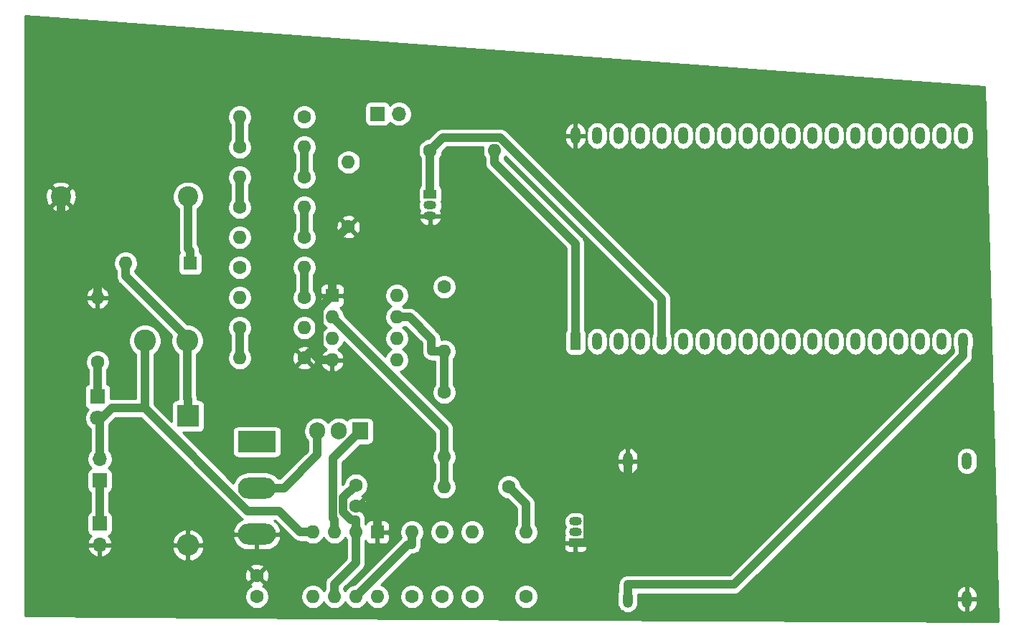
<source format=gbl>
G04 #@! TF.GenerationSoftware,KiCad,Pcbnew,(5.1.9)-1*
G04 #@! TF.CreationDate,2021-04-19T00:56:38+02:00*
G04 #@! TF.ProjectId,geiger,67656967-6572-42e6-9b69-6361645f7063,rev?*
G04 #@! TF.SameCoordinates,Original*
G04 #@! TF.FileFunction,Copper,L2,Bot*
G04 #@! TF.FilePolarity,Positive*
%FSLAX46Y46*%
G04 Gerber Fmt 4.6, Leading zero omitted, Abs format (unit mm)*
G04 Created by KiCad (PCBNEW (5.1.9)-1) date 2021-04-19 00:56:38*
%MOMM*%
%LPD*%
G01*
G04 APERTURE LIST*
G04 #@! TA.AperFunction,ComponentPad*
%ADD10O,1.700000X1.700000*%
G04 #@! TD*
G04 #@! TA.AperFunction,ComponentPad*
%ADD11R,1.700000X1.700000*%
G04 #@! TD*
G04 #@! TA.AperFunction,ComponentPad*
%ADD12O,1.200000X2.000000*%
G04 #@! TD*
G04 #@! TA.AperFunction,ComponentPad*
%ADD13R,1.200000X2.000000*%
G04 #@! TD*
G04 #@! TA.AperFunction,ComponentPad*
%ADD14O,1.600000X1.600000*%
G04 #@! TD*
G04 #@! TA.AperFunction,ComponentPad*
%ADD15R,1.600000X1.600000*%
G04 #@! TD*
G04 #@! TA.AperFunction,ComponentPad*
%ADD16R,1.500000X1.050000*%
G04 #@! TD*
G04 #@! TA.AperFunction,ComponentPad*
%ADD17O,1.500000X1.050000*%
G04 #@! TD*
G04 #@! TA.AperFunction,ComponentPad*
%ADD18O,1.905000X2.000000*%
G04 #@! TD*
G04 #@! TA.AperFunction,ComponentPad*
%ADD19R,1.905000X2.000000*%
G04 #@! TD*
G04 #@! TA.AperFunction,ComponentPad*
%ADD20O,4.500000X2.500000*%
G04 #@! TD*
G04 #@! TA.AperFunction,ComponentPad*
%ADD21R,4.500000X2.500000*%
G04 #@! TD*
G04 #@! TA.AperFunction,ComponentPad*
%ADD22C,1.600000*%
G04 #@! TD*
G04 #@! TA.AperFunction,ComponentPad*
%ADD23C,2.600000*%
G04 #@! TD*
G04 #@! TA.AperFunction,ComponentPad*
%ADD24C,1.800000*%
G04 #@! TD*
G04 #@! TA.AperFunction,ComponentPad*
%ADD25R,1.800000X1.800000*%
G04 #@! TD*
G04 #@! TA.AperFunction,ComponentPad*
%ADD26O,2.600000X2.600000*%
G04 #@! TD*
G04 #@! TA.AperFunction,ComponentPad*
%ADD27R,2.600000X2.600000*%
G04 #@! TD*
G04 #@! TA.AperFunction,ComponentPad*
%ADD28C,2.400000*%
G04 #@! TD*
G04 #@! TA.AperFunction,Conductor*
%ADD29C,1.000000*%
G04 #@! TD*
G04 #@! TA.AperFunction,Conductor*
%ADD30C,0.250000*%
G04 #@! TD*
G04 #@! TA.AperFunction,Conductor*
%ADD31C,0.254000*%
G04 #@! TD*
G04 #@! TA.AperFunction,Conductor*
%ADD32C,0.100000*%
G04 #@! TD*
G04 APERTURE END LIST*
D10*
X62992000Y-137033000D03*
D11*
X60452000Y-137033000D03*
D12*
X129540000Y-163915000D03*
X129540000Y-139615000D03*
X127000000Y-163915000D03*
X127000000Y-139615000D03*
X124460000Y-163915000D03*
X124460000Y-139615000D03*
X121920000Y-163915000D03*
X121920000Y-139615000D03*
X119380000Y-163915000D03*
X119380000Y-139615000D03*
X116840000Y-163915000D03*
X116840000Y-139615000D03*
X114300000Y-163915000D03*
X114300000Y-139615000D03*
X111760000Y-163915000D03*
X111760000Y-139615000D03*
X109220000Y-163915000D03*
X109220000Y-139615000D03*
X106680000Y-163915000D03*
X106680000Y-139615000D03*
X104140000Y-163915000D03*
X104140000Y-139615000D03*
X101600000Y-163915000D03*
X101600000Y-139615000D03*
X99060000Y-163915000D03*
X99060000Y-139615000D03*
X96520000Y-163915000D03*
X96520000Y-139615000D03*
X93980000Y-163915000D03*
X93980000Y-139615000D03*
X91440000Y-163915000D03*
X91440000Y-139615000D03*
X88900000Y-163915000D03*
X88900000Y-139615000D03*
X86360000Y-163915000D03*
X86360000Y-139615000D03*
D13*
X83820000Y-163915000D03*
D12*
X83820000Y-139615000D03*
X89982000Y-178032000D03*
X89982000Y-194332000D03*
X129982000Y-178032000D03*
X129982000Y-194332000D03*
D14*
X62738000Y-158496000D03*
X55118000Y-166116000D03*
X62738000Y-161036000D03*
X55118000Y-163576000D03*
X62738000Y-163576000D03*
X55118000Y-161036000D03*
X62738000Y-166116000D03*
D15*
X55118000Y-158496000D03*
D16*
X83820000Y-187706000D03*
D17*
X83820000Y-185166000D03*
X83820000Y-186436000D03*
D14*
X60452000Y-194056000D03*
X52832000Y-186436000D03*
X57912000Y-194056000D03*
X55372000Y-186436000D03*
X55372000Y-194056000D03*
X57912000Y-186436000D03*
X52832000Y-194056000D03*
D15*
X60452000Y-186436000D03*
D16*
X66675000Y-146558000D03*
D17*
X66675000Y-149098000D03*
X66675000Y-147828000D03*
D18*
X53340000Y-174498000D03*
X55880000Y-174498000D03*
D19*
X58420000Y-174498000D03*
D20*
X46228000Y-186668000D03*
X46228000Y-181218000D03*
D21*
X46228000Y-175768000D03*
D10*
X27686000Y-177800000D03*
D11*
X27686000Y-180340000D03*
D14*
X74295000Y-141351000D03*
D22*
X66675000Y-141351000D03*
D14*
X57023000Y-142748000D03*
D22*
X57023000Y-150368000D03*
D14*
X44196000Y-165862000D03*
D22*
X51816000Y-165862000D03*
D14*
X51816000Y-162306000D03*
D22*
X44196000Y-162306000D03*
D14*
X44196000Y-158750000D03*
D22*
X51816000Y-158750000D03*
D14*
X51816000Y-155194000D03*
D22*
X44196000Y-155194000D03*
D14*
X44196000Y-137414000D03*
D22*
X51816000Y-137414000D03*
D14*
X51816000Y-140970000D03*
D22*
X44196000Y-140970000D03*
D14*
X44196000Y-144526000D03*
D22*
X51816000Y-144526000D03*
D14*
X51816000Y-148082000D03*
D22*
X44196000Y-148082000D03*
D14*
X44196000Y-151638000D03*
D22*
X51816000Y-151638000D03*
D14*
X27432000Y-158750000D03*
D22*
X27432000Y-166370000D03*
D14*
X68326000Y-165100000D03*
D22*
X68326000Y-157480000D03*
D14*
X77978000Y-186436000D03*
D22*
X77978000Y-194056000D03*
D14*
X68326000Y-181102000D03*
D22*
X75946000Y-181102000D03*
D14*
X68326000Y-177546000D03*
D22*
X68326000Y-169926000D03*
D14*
X71628000Y-186436000D03*
D22*
X71628000Y-194056000D03*
D14*
X68072000Y-186436000D03*
D22*
X68072000Y-194056000D03*
D14*
X64516000Y-186436000D03*
D22*
X64516000Y-194056000D03*
D23*
X38020000Y-163830000D03*
X33020000Y-163830000D03*
D24*
X27432000Y-172974000D03*
D25*
X27432000Y-170434000D03*
D26*
X38100000Y-187960000D03*
D27*
X38100000Y-172720000D03*
D14*
X30734000Y-154686000D03*
D15*
X38354000Y-154686000D03*
D28*
X23100000Y-146812000D03*
X38100000Y-146812000D03*
D22*
X57912000Y-180888000D03*
X57912000Y-183388000D03*
X46228000Y-191556000D03*
X46228000Y-194056000D03*
D10*
X27686000Y-187960000D03*
D11*
X27686000Y-185420000D03*
D29*
X52670700Y-165169000D02*
X53617700Y-166116000D01*
X51816000Y-165862000D02*
X52509000Y-165169000D01*
X52509000Y-165169000D02*
X52670700Y-165169000D01*
X52670700Y-165169000D02*
X53603900Y-164235800D01*
X53603900Y-164235800D02*
X53603900Y-160010100D01*
X53603900Y-160010100D02*
X55118000Y-158496000D01*
X55118000Y-166116000D02*
X53617700Y-166116000D01*
X89982000Y-178032000D02*
X89982000Y-179732300D01*
X83820000Y-187706000D02*
X85270300Y-187706000D01*
X85270300Y-187706000D02*
X85270300Y-184444000D01*
X85270300Y-184444000D02*
X89982000Y-179732300D01*
X60452000Y-186436000D02*
X60452000Y-184935700D01*
X57912000Y-183388000D02*
X58904300Y-183388000D01*
X58904300Y-183388000D02*
X60452000Y-184935700D01*
X57023000Y-150368000D02*
X55118000Y-152273000D01*
X55118000Y-152273000D02*
X55118000Y-158496000D01*
X27432000Y-158750000D02*
X27432000Y-157249700D01*
X27432000Y-157249700D02*
X23100000Y-152917700D01*
X23100000Y-152917700D02*
X23100000Y-146812000D01*
X27686000Y-185420000D02*
X27686000Y-180340000D01*
X57912000Y-186436000D02*
X57912000Y-184935700D01*
X57912000Y-180888000D02*
X56411600Y-182388400D01*
X56411600Y-182388400D02*
X56411600Y-184009500D01*
X56411600Y-184009500D02*
X57337800Y-184935700D01*
X57337800Y-184935700D02*
X57912000Y-184935700D01*
X55372000Y-194056000D02*
X55372000Y-192555700D01*
X55372000Y-192555700D02*
X57912000Y-190015700D01*
X57912000Y-190015700D02*
X57912000Y-186436000D01*
X38354000Y-154686000D02*
X38354000Y-153185700D01*
X38100000Y-146812000D02*
X38100000Y-152931700D01*
X38100000Y-152931700D02*
X38354000Y-153185700D01*
X38100000Y-172720000D02*
X38100000Y-170719700D01*
X38100000Y-170719700D02*
X38020000Y-170639700D01*
X38020000Y-170639700D02*
X38020000Y-163830000D01*
X30734000Y-154686000D02*
X30734000Y-156186300D01*
X30734000Y-156186300D02*
X38020000Y-163472300D01*
X38020000Y-163472300D02*
X38020000Y-163830000D01*
X33020000Y-171797100D02*
X45165900Y-183943000D01*
X45165900Y-183943000D02*
X48838700Y-183943000D01*
X48838700Y-183943000D02*
X51331700Y-186436000D01*
X33020000Y-163830000D02*
X33020000Y-171797100D01*
X27686000Y-173228000D02*
X29116900Y-171797100D01*
X29116900Y-171797100D02*
X33020000Y-171797100D01*
X27686000Y-173228000D02*
X27686000Y-177800000D01*
X27432000Y-172974000D02*
X27686000Y-173228000D01*
X52832000Y-186436000D02*
X51331700Y-186436000D01*
X27432000Y-170434000D02*
X27432000Y-166370000D01*
X64516000Y-186436000D02*
X64516000Y-187936300D01*
X64516000Y-187936300D02*
X64031700Y-187936300D01*
X64031700Y-187936300D02*
X57912000Y-194056000D01*
X68326000Y-177546000D02*
X68326000Y-174244000D01*
X68326000Y-174244000D02*
X55118000Y-161036000D01*
X68326000Y-177546000D02*
X68326000Y-181102000D01*
X68326000Y-165100000D02*
X66825700Y-165100000D01*
X66825700Y-165100000D02*
X66825700Y-163623400D01*
X66825700Y-163623400D02*
X64238300Y-161036000D01*
X68326000Y-169926000D02*
X68326000Y-165100000D01*
X62738000Y-161036000D02*
X64238300Y-161036000D01*
X75946000Y-181102000D02*
X77978000Y-183134000D01*
X77978000Y-183134000D02*
X77978000Y-186436000D01*
X129540000Y-163915000D02*
X129540000Y-165615300D01*
X89982000Y-194332000D02*
X89982000Y-192631700D01*
X89982000Y-192631700D02*
X102523600Y-192631700D01*
X102523600Y-192631700D02*
X129540000Y-165615300D01*
X51816000Y-151638000D02*
X51816000Y-148082000D01*
X44196000Y-148082000D02*
X44196000Y-144526000D01*
X51816000Y-144526000D02*
X51816000Y-140970000D01*
X44196000Y-140970000D02*
X44196000Y-137414000D01*
X51816000Y-155194000D02*
X51816000Y-158750000D01*
X44196000Y-162306000D02*
X44196000Y-165862000D01*
X74295000Y-141351000D02*
X74295000Y-142851300D01*
X74295000Y-142851300D02*
X83820000Y-152376300D01*
X83820000Y-152376300D02*
X83820000Y-163915000D01*
X66675000Y-141351000D02*
X68182100Y-139843900D01*
X68182100Y-139843900D02*
X74918100Y-139843900D01*
X74918100Y-139843900D02*
X93980000Y-158905800D01*
X93980000Y-158905800D02*
X93980000Y-163915000D01*
X66675000Y-146558000D02*
X66675000Y-141351000D01*
D30*
X46228000Y-181218000D02*
X46620000Y-181218000D01*
D29*
X46228000Y-181218000D02*
X49414000Y-181218000D01*
X53340000Y-177292000D02*
X53340000Y-174498000D01*
X49414000Y-181218000D02*
X53340000Y-177292000D01*
X58420000Y-174498000D02*
X55209000Y-177709000D01*
X55209000Y-177709000D02*
X55209000Y-184772700D01*
X55209000Y-184772700D02*
X55372000Y-184935700D01*
X55372000Y-186436000D02*
X55372000Y-184935700D01*
D31*
X132083030Y-133849184D02*
X133725491Y-197020731D01*
X66357172Y-196656972D01*
X18923000Y-196342838D01*
X18923000Y-193914665D01*
X44793000Y-193914665D01*
X44793000Y-194197335D01*
X44848147Y-194474574D01*
X44956320Y-194735727D01*
X45113363Y-194970759D01*
X45313241Y-195170637D01*
X45548273Y-195327680D01*
X45809426Y-195435853D01*
X46086665Y-195491000D01*
X46369335Y-195491000D01*
X46646574Y-195435853D01*
X46907727Y-195327680D01*
X47142759Y-195170637D01*
X47342637Y-194970759D01*
X47499680Y-194735727D01*
X47607853Y-194474574D01*
X47663000Y-194197335D01*
X47663000Y-193914665D01*
X47607853Y-193637426D01*
X47499680Y-193376273D01*
X47342637Y-193141241D01*
X47142759Y-192941363D01*
X46942131Y-192807308D01*
X46969514Y-192792671D01*
X47041097Y-192548702D01*
X46228000Y-191735605D01*
X45414903Y-192548702D01*
X45486486Y-192792671D01*
X45515341Y-192806324D01*
X45313241Y-192941363D01*
X45113363Y-193141241D01*
X44956320Y-193376273D01*
X44848147Y-193637426D01*
X44793000Y-193914665D01*
X18923000Y-193914665D01*
X18923000Y-191626512D01*
X44787783Y-191626512D01*
X44829213Y-191906130D01*
X44924397Y-192172292D01*
X44991329Y-192297514D01*
X45235298Y-192369097D01*
X46048395Y-191556000D01*
X46407605Y-191556000D01*
X47220702Y-192369097D01*
X47464671Y-192297514D01*
X47585571Y-192042004D01*
X47654300Y-191767816D01*
X47668217Y-191485488D01*
X47626787Y-191205870D01*
X47531603Y-190939708D01*
X47464671Y-190814486D01*
X47220702Y-190742903D01*
X46407605Y-191556000D01*
X46048395Y-191556000D01*
X45235298Y-190742903D01*
X44991329Y-190814486D01*
X44870429Y-191069996D01*
X44801700Y-191344184D01*
X44787783Y-191626512D01*
X18923000Y-191626512D01*
X18923000Y-190563298D01*
X45414903Y-190563298D01*
X46228000Y-191376395D01*
X47041097Y-190563298D01*
X46969514Y-190319329D01*
X46714004Y-190198429D01*
X46439816Y-190129700D01*
X46157488Y-190115783D01*
X45877870Y-190157213D01*
X45611708Y-190252397D01*
X45486486Y-190319329D01*
X45414903Y-190563298D01*
X18923000Y-190563298D01*
X18923000Y-188316890D01*
X26244524Y-188316890D01*
X26289175Y-188464099D01*
X26414359Y-188726920D01*
X26588412Y-188960269D01*
X26804645Y-189155178D01*
X27054748Y-189304157D01*
X27329109Y-189401481D01*
X27559000Y-189280814D01*
X27559000Y-188087000D01*
X27813000Y-188087000D01*
X27813000Y-189280814D01*
X28042891Y-189401481D01*
X28317252Y-189304157D01*
X28567355Y-189155178D01*
X28783588Y-188960269D01*
X28957641Y-188726920D01*
X29082825Y-188464099D01*
X29106063Y-188387485D01*
X36212807Y-188387485D01*
X36332467Y-188747444D01*
X36520052Y-189077142D01*
X36768354Y-189363909D01*
X37067830Y-189596725D01*
X37406972Y-189766642D01*
X37672516Y-189847189D01*
X37973000Y-189731704D01*
X37973000Y-188087000D01*
X38227000Y-188087000D01*
X38227000Y-189731704D01*
X38527484Y-189847189D01*
X38793028Y-189766642D01*
X39132170Y-189596725D01*
X39431646Y-189363909D01*
X39679948Y-189077142D01*
X39867533Y-188747444D01*
X39987193Y-188387485D01*
X39872082Y-188087000D01*
X38227000Y-188087000D01*
X37973000Y-188087000D01*
X36327918Y-188087000D01*
X36212807Y-188387485D01*
X29106063Y-188387485D01*
X29127476Y-188316890D01*
X29006155Y-188087000D01*
X27813000Y-188087000D01*
X27559000Y-188087000D01*
X26365845Y-188087000D01*
X26244524Y-188316890D01*
X18923000Y-188316890D01*
X18923000Y-169534000D01*
X25893928Y-169534000D01*
X25893928Y-171334000D01*
X25906188Y-171458482D01*
X25942498Y-171578180D01*
X26001463Y-171688494D01*
X26080815Y-171785185D01*
X26177506Y-171864537D01*
X26287820Y-171923502D01*
X26306127Y-171929056D01*
X26239688Y-171995495D01*
X26071701Y-172246905D01*
X25955989Y-172526257D01*
X25897000Y-172822816D01*
X25897000Y-173125184D01*
X25955989Y-173421743D01*
X26071701Y-173701095D01*
X26239688Y-173952505D01*
X26453495Y-174166312D01*
X26551000Y-174231463D01*
X26551001Y-176834892D01*
X26532525Y-176853368D01*
X26370010Y-177096589D01*
X26258068Y-177366842D01*
X26201000Y-177653740D01*
X26201000Y-177946260D01*
X26258068Y-178233158D01*
X26370010Y-178503411D01*
X26532525Y-178746632D01*
X26664380Y-178878487D01*
X26591820Y-178900498D01*
X26481506Y-178959463D01*
X26384815Y-179038815D01*
X26305463Y-179135506D01*
X26246498Y-179245820D01*
X26210188Y-179365518D01*
X26197928Y-179490000D01*
X26197928Y-181190000D01*
X26210188Y-181314482D01*
X26246498Y-181434180D01*
X26305463Y-181544494D01*
X26384815Y-181641185D01*
X26481506Y-181720537D01*
X26551001Y-181757683D01*
X26551000Y-184002317D01*
X26481506Y-184039463D01*
X26384815Y-184118815D01*
X26305463Y-184215506D01*
X26246498Y-184325820D01*
X26210188Y-184445518D01*
X26197928Y-184570000D01*
X26197928Y-186270000D01*
X26210188Y-186394482D01*
X26246498Y-186514180D01*
X26305463Y-186624494D01*
X26384815Y-186721185D01*
X26481506Y-186800537D01*
X26591820Y-186859502D01*
X26672466Y-186883966D01*
X26588412Y-186959731D01*
X26414359Y-187193080D01*
X26289175Y-187455901D01*
X26244524Y-187603110D01*
X26365845Y-187833000D01*
X27559000Y-187833000D01*
X27559000Y-187813000D01*
X27813000Y-187813000D01*
X27813000Y-187833000D01*
X29006155Y-187833000D01*
X29127476Y-187603110D01*
X29106064Y-187532515D01*
X36212807Y-187532515D01*
X36327918Y-187833000D01*
X37973000Y-187833000D01*
X37973000Y-186188296D01*
X38227000Y-186188296D01*
X38227000Y-187833000D01*
X39872082Y-187833000D01*
X39987193Y-187532515D01*
X39867533Y-187172556D01*
X39819223Y-187087645D01*
X43390305Y-187087645D01*
X43437886Y-187272025D01*
X43590122Y-187609653D01*
X43805301Y-187911094D01*
X44075153Y-188164763D01*
X44389309Y-188360912D01*
X44735695Y-188492004D01*
X45101000Y-188553000D01*
X46101000Y-188553000D01*
X46101000Y-186795000D01*
X46355000Y-186795000D01*
X46355000Y-188553000D01*
X47355000Y-188553000D01*
X47720305Y-188492004D01*
X48066691Y-188360912D01*
X48380847Y-188164763D01*
X48650699Y-187911094D01*
X48865878Y-187609653D01*
X49018114Y-187272025D01*
X49065695Y-187087645D01*
X48949572Y-186795000D01*
X46355000Y-186795000D01*
X46101000Y-186795000D01*
X43506428Y-186795000D01*
X43390305Y-187087645D01*
X39819223Y-187087645D01*
X39679948Y-186842858D01*
X39431646Y-186556091D01*
X39132170Y-186323275D01*
X38793028Y-186153358D01*
X38527484Y-186072811D01*
X38227000Y-186188296D01*
X37973000Y-186188296D01*
X37672516Y-186072811D01*
X37406972Y-186153358D01*
X37067830Y-186323275D01*
X36768354Y-186556091D01*
X36520052Y-186842858D01*
X36332467Y-187172556D01*
X36212807Y-187532515D01*
X29106064Y-187532515D01*
X29082825Y-187455901D01*
X28957641Y-187193080D01*
X28783588Y-186959731D01*
X28699534Y-186883966D01*
X28780180Y-186859502D01*
X28890494Y-186800537D01*
X28987185Y-186721185D01*
X29066537Y-186624494D01*
X29125502Y-186514180D01*
X29161812Y-186394482D01*
X29174072Y-186270000D01*
X29174072Y-184570000D01*
X29161812Y-184445518D01*
X29125502Y-184325820D01*
X29066537Y-184215506D01*
X28987185Y-184118815D01*
X28890494Y-184039463D01*
X28821000Y-184002317D01*
X28821000Y-181757683D01*
X28890494Y-181720537D01*
X28987185Y-181641185D01*
X29066537Y-181544494D01*
X29125502Y-181434180D01*
X29161812Y-181314482D01*
X29174072Y-181190000D01*
X29174072Y-179490000D01*
X29161812Y-179365518D01*
X29125502Y-179245820D01*
X29066537Y-179135506D01*
X28987185Y-179038815D01*
X28890494Y-178959463D01*
X28780180Y-178900498D01*
X28707620Y-178878487D01*
X28839475Y-178746632D01*
X29001990Y-178503411D01*
X29113932Y-178233158D01*
X29171000Y-177946260D01*
X29171000Y-177653740D01*
X29113932Y-177366842D01*
X29001990Y-177096589D01*
X28839475Y-176853368D01*
X28821000Y-176834893D01*
X28821000Y-173698131D01*
X29587032Y-172932100D01*
X32549869Y-172932100D01*
X44323913Y-184706146D01*
X44359451Y-184749449D01*
X44402754Y-184784987D01*
X44402756Y-184784989D01*
X44532277Y-184891284D01*
X44564805Y-184908670D01*
X44389309Y-184975088D01*
X44075153Y-185171237D01*
X43805301Y-185424906D01*
X43590122Y-185726347D01*
X43437886Y-186063975D01*
X43390305Y-186248355D01*
X43506428Y-186541000D01*
X46101000Y-186541000D01*
X46101000Y-186521000D01*
X46355000Y-186521000D01*
X46355000Y-186541000D01*
X48949572Y-186541000D01*
X49065695Y-186248355D01*
X49018114Y-186063975D01*
X48865878Y-185726347D01*
X48650699Y-185424906D01*
X48380847Y-185171237D01*
X48231517Y-185078000D01*
X48368569Y-185078000D01*
X50489709Y-187199141D01*
X50525251Y-187242449D01*
X50698077Y-187384284D01*
X50895253Y-187489676D01*
X51109201Y-187554577D01*
X51275948Y-187571000D01*
X51275957Y-187571000D01*
X51331699Y-187576490D01*
X51387441Y-187571000D01*
X51947716Y-187571000D01*
X52152273Y-187707680D01*
X52413426Y-187815853D01*
X52690665Y-187871000D01*
X52973335Y-187871000D01*
X53250574Y-187815853D01*
X53511727Y-187707680D01*
X53746759Y-187550637D01*
X53946637Y-187350759D01*
X54102000Y-187118241D01*
X54257363Y-187350759D01*
X54457241Y-187550637D01*
X54692273Y-187707680D01*
X54953426Y-187815853D01*
X55230665Y-187871000D01*
X55513335Y-187871000D01*
X55790574Y-187815853D01*
X56051727Y-187707680D01*
X56286759Y-187550637D01*
X56486637Y-187350759D01*
X56642000Y-187118241D01*
X56777001Y-187320285D01*
X56777000Y-189545568D01*
X54608860Y-191713709D01*
X54565552Y-191749251D01*
X54423717Y-191922077D01*
X54383094Y-191998078D01*
X54318324Y-192119254D01*
X54253423Y-192333202D01*
X54231509Y-192555700D01*
X54237000Y-192611451D01*
X54237000Y-193171716D01*
X54102000Y-193373759D01*
X53946637Y-193141241D01*
X53746759Y-192941363D01*
X53511727Y-192784320D01*
X53250574Y-192676147D01*
X52973335Y-192621000D01*
X52690665Y-192621000D01*
X52413426Y-192676147D01*
X52152273Y-192784320D01*
X51917241Y-192941363D01*
X51717363Y-193141241D01*
X51560320Y-193376273D01*
X51452147Y-193637426D01*
X51397000Y-193914665D01*
X51397000Y-194197335D01*
X51452147Y-194474574D01*
X51560320Y-194735727D01*
X51717363Y-194970759D01*
X51917241Y-195170637D01*
X52152273Y-195327680D01*
X52413426Y-195435853D01*
X52690665Y-195491000D01*
X52973335Y-195491000D01*
X53250574Y-195435853D01*
X53511727Y-195327680D01*
X53746759Y-195170637D01*
X53946637Y-194970759D01*
X54102000Y-194738241D01*
X54257363Y-194970759D01*
X54457241Y-195170637D01*
X54692273Y-195327680D01*
X54953426Y-195435853D01*
X55230665Y-195491000D01*
X55513335Y-195491000D01*
X55790574Y-195435853D01*
X56051727Y-195327680D01*
X56286759Y-195170637D01*
X56486637Y-194970759D01*
X56642000Y-194738241D01*
X56797363Y-194970759D01*
X56997241Y-195170637D01*
X57232273Y-195327680D01*
X57493426Y-195435853D01*
X57770665Y-195491000D01*
X58053335Y-195491000D01*
X58330574Y-195435853D01*
X58591727Y-195327680D01*
X58826759Y-195170637D01*
X59026637Y-194970759D01*
X59182000Y-194738241D01*
X59337363Y-194970759D01*
X59537241Y-195170637D01*
X59772273Y-195327680D01*
X60033426Y-195435853D01*
X60310665Y-195491000D01*
X60593335Y-195491000D01*
X60870574Y-195435853D01*
X61131727Y-195327680D01*
X61366759Y-195170637D01*
X61566637Y-194970759D01*
X61723680Y-194735727D01*
X61831853Y-194474574D01*
X61887000Y-194197335D01*
X61887000Y-193914665D01*
X63081000Y-193914665D01*
X63081000Y-194197335D01*
X63136147Y-194474574D01*
X63244320Y-194735727D01*
X63401363Y-194970759D01*
X63601241Y-195170637D01*
X63836273Y-195327680D01*
X64097426Y-195435853D01*
X64374665Y-195491000D01*
X64657335Y-195491000D01*
X64934574Y-195435853D01*
X65195727Y-195327680D01*
X65430759Y-195170637D01*
X65630637Y-194970759D01*
X65787680Y-194735727D01*
X65895853Y-194474574D01*
X65951000Y-194197335D01*
X65951000Y-193914665D01*
X66637000Y-193914665D01*
X66637000Y-194197335D01*
X66692147Y-194474574D01*
X66800320Y-194735727D01*
X66957363Y-194970759D01*
X67157241Y-195170637D01*
X67392273Y-195327680D01*
X67653426Y-195435853D01*
X67930665Y-195491000D01*
X68213335Y-195491000D01*
X68490574Y-195435853D01*
X68751727Y-195327680D01*
X68986759Y-195170637D01*
X69186637Y-194970759D01*
X69343680Y-194735727D01*
X69451853Y-194474574D01*
X69507000Y-194197335D01*
X69507000Y-193914665D01*
X70193000Y-193914665D01*
X70193000Y-194197335D01*
X70248147Y-194474574D01*
X70356320Y-194735727D01*
X70513363Y-194970759D01*
X70713241Y-195170637D01*
X70948273Y-195327680D01*
X71209426Y-195435853D01*
X71486665Y-195491000D01*
X71769335Y-195491000D01*
X72046574Y-195435853D01*
X72307727Y-195327680D01*
X72542759Y-195170637D01*
X72742637Y-194970759D01*
X72899680Y-194735727D01*
X73007853Y-194474574D01*
X73063000Y-194197335D01*
X73063000Y-193914665D01*
X76543000Y-193914665D01*
X76543000Y-194197335D01*
X76598147Y-194474574D01*
X76706320Y-194735727D01*
X76863363Y-194970759D01*
X77063241Y-195170637D01*
X77298273Y-195327680D01*
X77559426Y-195435853D01*
X77836665Y-195491000D01*
X78119335Y-195491000D01*
X78396574Y-195435853D01*
X78657727Y-195327680D01*
X78892759Y-195170637D01*
X79092637Y-194970759D01*
X79249680Y-194735727D01*
X79357853Y-194474574D01*
X79413000Y-194197335D01*
X79413000Y-193914665D01*
X79404382Y-193871335D01*
X88747000Y-193871335D01*
X88747000Y-194792664D01*
X88764870Y-194974101D01*
X88835489Y-195206900D01*
X88950167Y-195421448D01*
X89104498Y-195609502D01*
X89292551Y-195763833D01*
X89507099Y-195878511D01*
X89739898Y-195949130D01*
X89982000Y-195972975D01*
X90224101Y-195949130D01*
X90456900Y-195878511D01*
X90671448Y-195763833D01*
X90859502Y-195609502D01*
X91013833Y-195421449D01*
X91128511Y-195206901D01*
X91199130Y-194974102D01*
X91217000Y-194792665D01*
X91217000Y-194459000D01*
X128747000Y-194459000D01*
X128747000Y-194859000D01*
X128795507Y-195097496D01*
X128889610Y-195321946D01*
X129025693Y-195523725D01*
X129198526Y-195695078D01*
X129401467Y-195829421D01*
X129626718Y-195921591D01*
X129664391Y-195925462D01*
X129855000Y-195800731D01*
X129855000Y-194459000D01*
X130109000Y-194459000D01*
X130109000Y-195800731D01*
X130299609Y-195925462D01*
X130337282Y-195921591D01*
X130562533Y-195829421D01*
X130765474Y-195695078D01*
X130938307Y-195523725D01*
X131074390Y-195321946D01*
X131168493Y-195097496D01*
X131217000Y-194859000D01*
X131217000Y-194459000D01*
X130109000Y-194459000D01*
X129855000Y-194459000D01*
X128747000Y-194459000D01*
X91217000Y-194459000D01*
X91217000Y-193871336D01*
X91210467Y-193805000D01*
X128747000Y-193805000D01*
X128747000Y-194205000D01*
X129855000Y-194205000D01*
X129855000Y-192863269D01*
X130109000Y-192863269D01*
X130109000Y-194205000D01*
X131217000Y-194205000D01*
X131217000Y-193805000D01*
X131168493Y-193566504D01*
X131074390Y-193342054D01*
X130938307Y-193140275D01*
X130765474Y-192968922D01*
X130562533Y-192834579D01*
X130337282Y-192742409D01*
X130299609Y-192738538D01*
X130109000Y-192863269D01*
X129855000Y-192863269D01*
X129664391Y-192738538D01*
X129626718Y-192742409D01*
X129401467Y-192834579D01*
X129198526Y-192968922D01*
X129025693Y-193140275D01*
X128889610Y-193342054D01*
X128795507Y-193566504D01*
X128747000Y-193805000D01*
X91210467Y-193805000D01*
X91206694Y-193766700D01*
X102467849Y-193766700D01*
X102523600Y-193772191D01*
X102579351Y-193766700D01*
X102579352Y-193766700D01*
X102746099Y-193750277D01*
X102960047Y-193685376D01*
X103157223Y-193579984D01*
X103330049Y-193438149D01*
X103365596Y-193394835D01*
X119189096Y-177571335D01*
X128747000Y-177571335D01*
X128747000Y-178492664D01*
X128764870Y-178674101D01*
X128835489Y-178906900D01*
X128950167Y-179121448D01*
X129104498Y-179309502D01*
X129292551Y-179463833D01*
X129507099Y-179578511D01*
X129739898Y-179649130D01*
X129982000Y-179672975D01*
X130224101Y-179649130D01*
X130456900Y-179578511D01*
X130671448Y-179463833D01*
X130859502Y-179309502D01*
X131013833Y-179121449D01*
X131128511Y-178906901D01*
X131199130Y-178674102D01*
X131217000Y-178492665D01*
X131217000Y-177571336D01*
X131199130Y-177389899D01*
X131128511Y-177157099D01*
X131013833Y-176942551D01*
X130859502Y-176754498D01*
X130671449Y-176600167D01*
X130456901Y-176485489D01*
X130224102Y-176414870D01*
X129982000Y-176391025D01*
X129739899Y-176414870D01*
X129507100Y-176485489D01*
X129292552Y-176600167D01*
X129104499Y-176754498D01*
X128950168Y-176942551D01*
X128835489Y-177157099D01*
X128764870Y-177389898D01*
X128747000Y-177571335D01*
X119189096Y-177571335D01*
X130303141Y-166457291D01*
X130346449Y-166421749D01*
X130488284Y-166248923D01*
X130593676Y-166051747D01*
X130658577Y-165837799D01*
X130675000Y-165671052D01*
X130675000Y-165671043D01*
X130680490Y-165615301D01*
X130675000Y-165559559D01*
X130675000Y-164811437D01*
X130686511Y-164789901D01*
X130757130Y-164557101D01*
X130775000Y-164375664D01*
X130775000Y-163454335D01*
X130757130Y-163272898D01*
X130686511Y-163040099D01*
X130571833Y-162825551D01*
X130417502Y-162637498D01*
X130229448Y-162483167D01*
X130014900Y-162368489D01*
X129782101Y-162297870D01*
X129540000Y-162274025D01*
X129297898Y-162297870D01*
X129065099Y-162368489D01*
X128850551Y-162483167D01*
X128662498Y-162637498D01*
X128508167Y-162825552D01*
X128393489Y-163040100D01*
X128322870Y-163272899D01*
X128305000Y-163454336D01*
X128305000Y-164375665D01*
X128322870Y-164557102D01*
X128393489Y-164789901D01*
X128405000Y-164811436D01*
X128405000Y-165145168D01*
X102053469Y-191496700D01*
X90037752Y-191496700D01*
X89982000Y-191491209D01*
X89926249Y-191496700D01*
X89926248Y-191496700D01*
X89759501Y-191513123D01*
X89545553Y-191578024D01*
X89348377Y-191683416D01*
X89175551Y-191825251D01*
X89033716Y-191998077D01*
X88928324Y-192195253D01*
X88863423Y-192409201D01*
X88841509Y-192631700D01*
X88847000Y-192687452D01*
X88847000Y-193435564D01*
X88835489Y-193457099D01*
X88764870Y-193689898D01*
X88747000Y-193871335D01*
X79404382Y-193871335D01*
X79357853Y-193637426D01*
X79249680Y-193376273D01*
X79092637Y-193141241D01*
X78892759Y-192941363D01*
X78657727Y-192784320D01*
X78396574Y-192676147D01*
X78119335Y-192621000D01*
X77836665Y-192621000D01*
X77559426Y-192676147D01*
X77298273Y-192784320D01*
X77063241Y-192941363D01*
X76863363Y-193141241D01*
X76706320Y-193376273D01*
X76598147Y-193637426D01*
X76543000Y-193914665D01*
X73063000Y-193914665D01*
X73007853Y-193637426D01*
X72899680Y-193376273D01*
X72742637Y-193141241D01*
X72542759Y-192941363D01*
X72307727Y-192784320D01*
X72046574Y-192676147D01*
X71769335Y-192621000D01*
X71486665Y-192621000D01*
X71209426Y-192676147D01*
X70948273Y-192784320D01*
X70713241Y-192941363D01*
X70513363Y-193141241D01*
X70356320Y-193376273D01*
X70248147Y-193637426D01*
X70193000Y-193914665D01*
X69507000Y-193914665D01*
X69451853Y-193637426D01*
X69343680Y-193376273D01*
X69186637Y-193141241D01*
X68986759Y-192941363D01*
X68751727Y-192784320D01*
X68490574Y-192676147D01*
X68213335Y-192621000D01*
X67930665Y-192621000D01*
X67653426Y-192676147D01*
X67392273Y-192784320D01*
X67157241Y-192941363D01*
X66957363Y-193141241D01*
X66800320Y-193376273D01*
X66692147Y-193637426D01*
X66637000Y-193914665D01*
X65951000Y-193914665D01*
X65895853Y-193637426D01*
X65787680Y-193376273D01*
X65630637Y-193141241D01*
X65430759Y-192941363D01*
X65195727Y-192784320D01*
X64934574Y-192676147D01*
X64657335Y-192621000D01*
X64374665Y-192621000D01*
X64097426Y-192676147D01*
X63836273Y-192784320D01*
X63601241Y-192941363D01*
X63401363Y-193141241D01*
X63244320Y-193376273D01*
X63136147Y-193637426D01*
X63081000Y-193914665D01*
X61887000Y-193914665D01*
X61831853Y-193637426D01*
X61723680Y-193376273D01*
X61566637Y-193141241D01*
X61366759Y-192941363D01*
X61131727Y-192784320D01*
X60889249Y-192683882D01*
X64498104Y-189075028D01*
X64516000Y-189076791D01*
X64738499Y-189054877D01*
X64952447Y-188989976D01*
X65149623Y-188884584D01*
X65322449Y-188742749D01*
X65464284Y-188569923D01*
X65569676Y-188372747D01*
X65612674Y-188231000D01*
X82431928Y-188231000D01*
X82444188Y-188355482D01*
X82480498Y-188475180D01*
X82539463Y-188585494D01*
X82618815Y-188682185D01*
X82715506Y-188761537D01*
X82825820Y-188820502D01*
X82945518Y-188856812D01*
X83070000Y-188869072D01*
X83534250Y-188866000D01*
X83693000Y-188707250D01*
X83693000Y-187833000D01*
X83947000Y-187833000D01*
X83947000Y-188707250D01*
X84105750Y-188866000D01*
X84570000Y-188869072D01*
X84694482Y-188856812D01*
X84814180Y-188820502D01*
X84924494Y-188761537D01*
X85021185Y-188682185D01*
X85100537Y-188585494D01*
X85159502Y-188475180D01*
X85195812Y-188355482D01*
X85208072Y-188231000D01*
X85205000Y-187991750D01*
X85046250Y-187833000D01*
X83947000Y-187833000D01*
X83693000Y-187833000D01*
X82593750Y-187833000D01*
X82435000Y-187991750D01*
X82431928Y-188231000D01*
X65612674Y-188231000D01*
X65634577Y-188158799D01*
X65651000Y-187992052D01*
X65656491Y-187936300D01*
X65651000Y-187880548D01*
X65651000Y-187320284D01*
X65787680Y-187115727D01*
X65895853Y-186854574D01*
X65951000Y-186577335D01*
X65951000Y-186294665D01*
X66637000Y-186294665D01*
X66637000Y-186577335D01*
X66692147Y-186854574D01*
X66800320Y-187115727D01*
X66957363Y-187350759D01*
X67157241Y-187550637D01*
X67392273Y-187707680D01*
X67653426Y-187815853D01*
X67930665Y-187871000D01*
X68213335Y-187871000D01*
X68490574Y-187815853D01*
X68751727Y-187707680D01*
X68986759Y-187550637D01*
X69186637Y-187350759D01*
X69343680Y-187115727D01*
X69451853Y-186854574D01*
X69507000Y-186577335D01*
X69507000Y-186294665D01*
X70193000Y-186294665D01*
X70193000Y-186577335D01*
X70248147Y-186854574D01*
X70356320Y-187115727D01*
X70513363Y-187350759D01*
X70713241Y-187550637D01*
X70948273Y-187707680D01*
X71209426Y-187815853D01*
X71486665Y-187871000D01*
X71769335Y-187871000D01*
X72046574Y-187815853D01*
X72307727Y-187707680D01*
X72542759Y-187550637D01*
X72742637Y-187350759D01*
X72899680Y-187115727D01*
X73007853Y-186854574D01*
X73063000Y-186577335D01*
X73063000Y-186294665D01*
X73007853Y-186017426D01*
X72899680Y-185756273D01*
X72742637Y-185521241D01*
X72542759Y-185321363D01*
X72307727Y-185164320D01*
X72046574Y-185056147D01*
X71769335Y-185001000D01*
X71486665Y-185001000D01*
X71209426Y-185056147D01*
X70948273Y-185164320D01*
X70713241Y-185321363D01*
X70513363Y-185521241D01*
X70356320Y-185756273D01*
X70248147Y-186017426D01*
X70193000Y-186294665D01*
X69507000Y-186294665D01*
X69451853Y-186017426D01*
X69343680Y-185756273D01*
X69186637Y-185521241D01*
X68986759Y-185321363D01*
X68751727Y-185164320D01*
X68490574Y-185056147D01*
X68213335Y-185001000D01*
X67930665Y-185001000D01*
X67653426Y-185056147D01*
X67392273Y-185164320D01*
X67157241Y-185321363D01*
X66957363Y-185521241D01*
X66800320Y-185756273D01*
X66692147Y-186017426D01*
X66637000Y-186294665D01*
X65951000Y-186294665D01*
X65895853Y-186017426D01*
X65787680Y-185756273D01*
X65630637Y-185521241D01*
X65430759Y-185321363D01*
X65195727Y-185164320D01*
X64934574Y-185056147D01*
X64657335Y-185001000D01*
X64374665Y-185001000D01*
X64097426Y-185056147D01*
X63836273Y-185164320D01*
X63601241Y-185321363D01*
X63401363Y-185521241D01*
X63244320Y-185756273D01*
X63136147Y-186017426D01*
X63081000Y-186294665D01*
X63081000Y-186577335D01*
X63136147Y-186854574D01*
X63243848Y-187114588D01*
X63225251Y-187129851D01*
X63189709Y-187173159D01*
X57734719Y-192628150D01*
X57493426Y-192676147D01*
X57232273Y-192784320D01*
X56997241Y-192941363D01*
X56797363Y-193141241D01*
X56642000Y-193373759D01*
X56507000Y-193171716D01*
X56507000Y-193025831D01*
X58675141Y-190857691D01*
X58718449Y-190822149D01*
X58860284Y-190649323D01*
X58965676Y-190452147D01*
X59030577Y-190238199D01*
X59047000Y-190071452D01*
X59047000Y-190071443D01*
X59052490Y-190015701D01*
X59047000Y-189959959D01*
X59047000Y-187429090D01*
X59062498Y-187480180D01*
X59121463Y-187590494D01*
X59200815Y-187687185D01*
X59297506Y-187766537D01*
X59407820Y-187825502D01*
X59527518Y-187861812D01*
X59652000Y-187874072D01*
X60166250Y-187871000D01*
X60325000Y-187712250D01*
X60325000Y-186563000D01*
X60579000Y-186563000D01*
X60579000Y-187712250D01*
X60737750Y-187871000D01*
X61252000Y-187874072D01*
X61376482Y-187861812D01*
X61496180Y-187825502D01*
X61606494Y-187766537D01*
X61703185Y-187687185D01*
X61782537Y-187590494D01*
X61841502Y-187480180D01*
X61877812Y-187360482D01*
X61890072Y-187236000D01*
X61887000Y-186721750D01*
X61728250Y-186563000D01*
X60579000Y-186563000D01*
X60325000Y-186563000D01*
X60305000Y-186563000D01*
X60305000Y-186309000D01*
X60325000Y-186309000D01*
X60325000Y-185159750D01*
X60579000Y-185159750D01*
X60579000Y-186309000D01*
X61728250Y-186309000D01*
X61887000Y-186150250D01*
X61890072Y-185636000D01*
X61877812Y-185511518D01*
X61841502Y-185391820D01*
X61782537Y-185281506D01*
X61703185Y-185184815D01*
X61606494Y-185105463D01*
X61496180Y-185046498D01*
X61376482Y-185010188D01*
X61252000Y-184997928D01*
X60737750Y-185001000D01*
X60579000Y-185159750D01*
X60325000Y-185159750D01*
X60166250Y-185001000D01*
X59652000Y-184997928D01*
X59527518Y-185010188D01*
X59407820Y-185046498D01*
X59297506Y-185105463D01*
X59200815Y-185184815D01*
X59121463Y-185281506D01*
X59062498Y-185391820D01*
X59047000Y-185442910D01*
X59047000Y-184991452D01*
X59052491Y-184935700D01*
X59030577Y-184713201D01*
X58965676Y-184499253D01*
X58860284Y-184302077D01*
X58718449Y-184129251D01*
X58545623Y-183987416D01*
X58348447Y-183882024D01*
X58173283Y-183828888D01*
X57912000Y-183567605D01*
X57897858Y-183581748D01*
X57718253Y-183402143D01*
X57732395Y-183388000D01*
X58091605Y-183388000D01*
X58904702Y-184201097D01*
X59148671Y-184129514D01*
X59269571Y-183874004D01*
X59338300Y-183599816D01*
X59352217Y-183317488D01*
X59310787Y-183037870D01*
X59215603Y-182771708D01*
X59148671Y-182646486D01*
X58904702Y-182574903D01*
X58091605Y-183388000D01*
X57732395Y-183388000D01*
X57718253Y-183373858D01*
X57897858Y-183194253D01*
X57912000Y-183208395D01*
X58725097Y-182395298D01*
X58653514Y-182151329D01*
X58624659Y-182137676D01*
X58826759Y-182002637D01*
X59026637Y-181802759D01*
X59183680Y-181567727D01*
X59291853Y-181306574D01*
X59347000Y-181029335D01*
X59347000Y-180746665D01*
X59291853Y-180469426D01*
X59183680Y-180208273D01*
X59026637Y-179973241D01*
X58826759Y-179773363D01*
X58591727Y-179616320D01*
X58330574Y-179508147D01*
X58053335Y-179453000D01*
X57770665Y-179453000D01*
X57493426Y-179508147D01*
X57232273Y-179616320D01*
X56997241Y-179773363D01*
X56797363Y-179973241D01*
X56640320Y-180208273D01*
X56532147Y-180469426D01*
X56484150Y-180710718D01*
X56344000Y-180850869D01*
X56344000Y-178179131D01*
X58387060Y-176136072D01*
X59372500Y-176136072D01*
X59496982Y-176123812D01*
X59616680Y-176087502D01*
X59726994Y-176028537D01*
X59823685Y-175949185D01*
X59903037Y-175852494D01*
X59962002Y-175742180D01*
X59998312Y-175622482D01*
X60010572Y-175498000D01*
X60010572Y-173498000D01*
X59998312Y-173373518D01*
X59962002Y-173253820D01*
X59903037Y-173143506D01*
X59823685Y-173046815D01*
X59726994Y-172967463D01*
X59616680Y-172908498D01*
X59496982Y-172872188D01*
X59372500Y-172859928D01*
X57467500Y-172859928D01*
X57343018Y-172872188D01*
X57223320Y-172908498D01*
X57113006Y-172967463D01*
X57016315Y-173046815D01*
X56936963Y-173143506D01*
X56892095Y-173227446D01*
X56766235Y-173124155D01*
X56490449Y-172976745D01*
X56191204Y-172885970D01*
X55880000Y-172855319D01*
X55568797Y-172885970D01*
X55269552Y-172976745D01*
X54993766Y-173124155D01*
X54752037Y-173322537D01*
X54610000Y-173495609D01*
X54467963Y-173322537D01*
X54226235Y-173124155D01*
X53950449Y-172976745D01*
X53651204Y-172885970D01*
X53340000Y-172855319D01*
X53028797Y-172885970D01*
X52729552Y-172976745D01*
X52453766Y-173124155D01*
X52212037Y-173322537D01*
X52013655Y-173564265D01*
X51866245Y-173840051D01*
X51775470Y-174139296D01*
X51752500Y-174372514D01*
X51752500Y-174623485D01*
X51775470Y-174856703D01*
X51866245Y-175155948D01*
X52013655Y-175431734D01*
X52205001Y-175664889D01*
X52205000Y-176821868D01*
X48943869Y-180083000D01*
X48735047Y-180083000D01*
X48567345Y-179878655D01*
X48280317Y-179643097D01*
X47952848Y-179468061D01*
X47597524Y-179360275D01*
X47320597Y-179333000D01*
X45135403Y-179333000D01*
X44858476Y-179360275D01*
X44503152Y-179468061D01*
X44175683Y-179643097D01*
X43888655Y-179878655D01*
X43653097Y-180165683D01*
X43478061Y-180493152D01*
X43441549Y-180613516D01*
X37486104Y-174658072D01*
X39400000Y-174658072D01*
X39524482Y-174645812D01*
X39644180Y-174609502D01*
X39754494Y-174550537D01*
X39794140Y-174518000D01*
X43339928Y-174518000D01*
X43339928Y-177018000D01*
X43352188Y-177142482D01*
X43388498Y-177262180D01*
X43447463Y-177372494D01*
X43526815Y-177469185D01*
X43623506Y-177548537D01*
X43733820Y-177607502D01*
X43853518Y-177643812D01*
X43978000Y-177656072D01*
X48478000Y-177656072D01*
X48602482Y-177643812D01*
X48722180Y-177607502D01*
X48832494Y-177548537D01*
X48929185Y-177469185D01*
X49008537Y-177372494D01*
X49067502Y-177262180D01*
X49103812Y-177142482D01*
X49116072Y-177018000D01*
X49116072Y-174518000D01*
X49103812Y-174393518D01*
X49067502Y-174273820D01*
X49008537Y-174163506D01*
X48929185Y-174066815D01*
X48832494Y-173987463D01*
X48722180Y-173928498D01*
X48602482Y-173892188D01*
X48478000Y-173879928D01*
X43978000Y-173879928D01*
X43853518Y-173892188D01*
X43733820Y-173928498D01*
X43623506Y-173987463D01*
X43526815Y-174066815D01*
X43447463Y-174163506D01*
X43388498Y-174273820D01*
X43352188Y-174393518D01*
X43339928Y-174518000D01*
X39794140Y-174518000D01*
X39851185Y-174471185D01*
X39930537Y-174374494D01*
X39989502Y-174264180D01*
X40025812Y-174144482D01*
X40038072Y-174020000D01*
X40038072Y-171420000D01*
X40025812Y-171295518D01*
X39989502Y-171175820D01*
X39930537Y-171065506D01*
X39851185Y-170968815D01*
X39754494Y-170889463D01*
X39644180Y-170830498D01*
X39524482Y-170794188D01*
X39400000Y-170781928D01*
X39235000Y-170781928D01*
X39235000Y-170775451D01*
X39240491Y-170719699D01*
X39218577Y-170497202D01*
X39177699Y-170362446D01*
X39155000Y-170287618D01*
X39155000Y-165398822D01*
X39253491Y-165333013D01*
X39523013Y-165063491D01*
X39734775Y-164746566D01*
X39880639Y-164394419D01*
X39955000Y-164020581D01*
X39955000Y-163639419D01*
X39880639Y-163265581D01*
X39734775Y-162913434D01*
X39523013Y-162596509D01*
X39253491Y-162326987D01*
X39010559Y-162164665D01*
X42761000Y-162164665D01*
X42761000Y-162447335D01*
X42816147Y-162724574D01*
X42924320Y-162985727D01*
X43061000Y-163190284D01*
X43061001Y-164977715D01*
X42924320Y-165182273D01*
X42816147Y-165443426D01*
X42761000Y-165720665D01*
X42761000Y-166003335D01*
X42816147Y-166280574D01*
X42924320Y-166541727D01*
X43081363Y-166776759D01*
X43281241Y-166976637D01*
X43516273Y-167133680D01*
X43777426Y-167241853D01*
X44054665Y-167297000D01*
X44337335Y-167297000D01*
X44614574Y-167241853D01*
X44875727Y-167133680D01*
X45110759Y-166976637D01*
X45232694Y-166854702D01*
X51002903Y-166854702D01*
X51074486Y-167098671D01*
X51329996Y-167219571D01*
X51604184Y-167288300D01*
X51886512Y-167302217D01*
X52166130Y-167260787D01*
X52432292Y-167165603D01*
X52557514Y-167098671D01*
X52629097Y-166854702D01*
X51816000Y-166041605D01*
X51002903Y-166854702D01*
X45232694Y-166854702D01*
X45310637Y-166776759D01*
X45467680Y-166541727D01*
X45575853Y-166280574D01*
X45631000Y-166003335D01*
X45631000Y-165932512D01*
X50375783Y-165932512D01*
X50417213Y-166212130D01*
X50512397Y-166478292D01*
X50579329Y-166603514D01*
X50823298Y-166675097D01*
X51636395Y-165862000D01*
X51995605Y-165862000D01*
X52808702Y-166675097D01*
X53052671Y-166603514D01*
X53118193Y-166465039D01*
X53726096Y-166465039D01*
X53766754Y-166599087D01*
X53886963Y-166853420D01*
X54054481Y-167079414D01*
X54262869Y-167268385D01*
X54504119Y-167413070D01*
X54768960Y-167507909D01*
X54991000Y-167386624D01*
X54991000Y-166243000D01*
X55245000Y-166243000D01*
X55245000Y-167386624D01*
X55467040Y-167507909D01*
X55731881Y-167413070D01*
X55973131Y-167268385D01*
X56181519Y-167079414D01*
X56349037Y-166853420D01*
X56469246Y-166599087D01*
X56509904Y-166465039D01*
X56387915Y-166243000D01*
X55245000Y-166243000D01*
X54991000Y-166243000D01*
X53848085Y-166243000D01*
X53726096Y-166465039D01*
X53118193Y-166465039D01*
X53173571Y-166348004D01*
X53242300Y-166073816D01*
X53256217Y-165791488D01*
X53214787Y-165511870D01*
X53119603Y-165245708D01*
X53052671Y-165120486D01*
X52808702Y-165048903D01*
X51995605Y-165862000D01*
X51636395Y-165862000D01*
X50823298Y-165048903D01*
X50579329Y-165120486D01*
X50458429Y-165375996D01*
X50389700Y-165650184D01*
X50375783Y-165932512D01*
X45631000Y-165932512D01*
X45631000Y-165720665D01*
X45575853Y-165443426D01*
X45467680Y-165182273D01*
X45331000Y-164977716D01*
X45331000Y-164869298D01*
X51002903Y-164869298D01*
X51816000Y-165682395D01*
X52629097Y-164869298D01*
X52557514Y-164625329D01*
X52302004Y-164504429D01*
X52027816Y-164435700D01*
X51745488Y-164421783D01*
X51465870Y-164463213D01*
X51199708Y-164558397D01*
X51074486Y-164625329D01*
X51002903Y-164869298D01*
X45331000Y-164869298D01*
X45331000Y-163190284D01*
X45467680Y-162985727D01*
X45575853Y-162724574D01*
X45631000Y-162447335D01*
X45631000Y-162164665D01*
X50381000Y-162164665D01*
X50381000Y-162447335D01*
X50436147Y-162724574D01*
X50544320Y-162985727D01*
X50701363Y-163220759D01*
X50901241Y-163420637D01*
X51136273Y-163577680D01*
X51397426Y-163685853D01*
X51674665Y-163741000D01*
X51957335Y-163741000D01*
X52234574Y-163685853D01*
X52495727Y-163577680D01*
X52730759Y-163420637D01*
X52930637Y-163220759D01*
X53087680Y-162985727D01*
X53195853Y-162724574D01*
X53251000Y-162447335D01*
X53251000Y-162164665D01*
X53195853Y-161887426D01*
X53087680Y-161626273D01*
X52930637Y-161391241D01*
X52730759Y-161191363D01*
X52495727Y-161034320D01*
X52234574Y-160926147D01*
X51957335Y-160871000D01*
X51674665Y-160871000D01*
X51397426Y-160926147D01*
X51136273Y-161034320D01*
X50901241Y-161191363D01*
X50701363Y-161391241D01*
X50544320Y-161626273D01*
X50436147Y-161887426D01*
X50381000Y-162164665D01*
X45631000Y-162164665D01*
X45575853Y-161887426D01*
X45467680Y-161626273D01*
X45310637Y-161391241D01*
X45110759Y-161191363D01*
X44875727Y-161034320D01*
X44614574Y-160926147D01*
X44337335Y-160871000D01*
X44054665Y-160871000D01*
X43777426Y-160926147D01*
X43516273Y-161034320D01*
X43281241Y-161191363D01*
X43081363Y-161391241D01*
X42924320Y-161626273D01*
X42816147Y-161887426D01*
X42761000Y-162164665D01*
X39010559Y-162164665D01*
X38936566Y-162115225D01*
X38584419Y-161969361D01*
X38210581Y-161895000D01*
X38047832Y-161895000D01*
X34761497Y-158608665D01*
X42761000Y-158608665D01*
X42761000Y-158891335D01*
X42816147Y-159168574D01*
X42924320Y-159429727D01*
X43081363Y-159664759D01*
X43281241Y-159864637D01*
X43516273Y-160021680D01*
X43777426Y-160129853D01*
X44054665Y-160185000D01*
X44337335Y-160185000D01*
X44614574Y-160129853D01*
X44875727Y-160021680D01*
X45110759Y-159864637D01*
X45310637Y-159664759D01*
X45467680Y-159429727D01*
X45575853Y-159168574D01*
X45631000Y-158891335D01*
X45631000Y-158608665D01*
X45575853Y-158331426D01*
X45467680Y-158070273D01*
X45310637Y-157835241D01*
X45110759Y-157635363D01*
X44875727Y-157478320D01*
X44614574Y-157370147D01*
X44337335Y-157315000D01*
X44054665Y-157315000D01*
X43777426Y-157370147D01*
X43516273Y-157478320D01*
X43281241Y-157635363D01*
X43081363Y-157835241D01*
X42924320Y-158070273D01*
X42816147Y-158331426D01*
X42761000Y-158608665D01*
X34761497Y-158608665D01*
X31869000Y-155716169D01*
X31869000Y-155570284D01*
X32005680Y-155365727D01*
X32113853Y-155104574D01*
X32169000Y-154827335D01*
X32169000Y-154544665D01*
X32113853Y-154267426D01*
X32005680Y-154006273D01*
X31848637Y-153771241D01*
X31648759Y-153571363D01*
X31413727Y-153414320D01*
X31152574Y-153306147D01*
X30875335Y-153251000D01*
X30592665Y-153251000D01*
X30315426Y-153306147D01*
X30054273Y-153414320D01*
X29819241Y-153571363D01*
X29619363Y-153771241D01*
X29462320Y-154006273D01*
X29354147Y-154267426D01*
X29299000Y-154544665D01*
X29299000Y-154827335D01*
X29354147Y-155104574D01*
X29462320Y-155365727D01*
X29599000Y-155570284D01*
X29599000Y-156130549D01*
X29593509Y-156186300D01*
X29615423Y-156408798D01*
X29680324Y-156622746D01*
X29680325Y-156622747D01*
X29785717Y-156819923D01*
X29927552Y-156992749D01*
X29970860Y-157028291D01*
X36173651Y-163231083D01*
X36159361Y-163265581D01*
X36085000Y-163639419D01*
X36085000Y-164020581D01*
X36159361Y-164394419D01*
X36305225Y-164746566D01*
X36516987Y-165063491D01*
X36786509Y-165333013D01*
X36885001Y-165398823D01*
X36885000Y-170583948D01*
X36879509Y-170639700D01*
X36885000Y-170695451D01*
X36893517Y-170781928D01*
X36800000Y-170781928D01*
X36675518Y-170794188D01*
X36555820Y-170830498D01*
X36445506Y-170889463D01*
X36348815Y-170968815D01*
X36269463Y-171065506D01*
X36210498Y-171175820D01*
X36174188Y-171295518D01*
X36161928Y-171420000D01*
X36161928Y-173333897D01*
X34155000Y-171326969D01*
X34155000Y-165398822D01*
X34253491Y-165333013D01*
X34523013Y-165063491D01*
X34734775Y-164746566D01*
X34880639Y-164394419D01*
X34955000Y-164020581D01*
X34955000Y-163639419D01*
X34880639Y-163265581D01*
X34734775Y-162913434D01*
X34523013Y-162596509D01*
X34253491Y-162326987D01*
X33936566Y-162115225D01*
X33584419Y-161969361D01*
X33210581Y-161895000D01*
X32829419Y-161895000D01*
X32455581Y-161969361D01*
X32103434Y-162115225D01*
X31786509Y-162326987D01*
X31516987Y-162596509D01*
X31305225Y-162913434D01*
X31159361Y-163265581D01*
X31085000Y-163639419D01*
X31085000Y-164020581D01*
X31159361Y-164394419D01*
X31305225Y-164746566D01*
X31516987Y-165063491D01*
X31786509Y-165333013D01*
X31885000Y-165398823D01*
X31885001Y-170662100D01*
X29172643Y-170662100D01*
X29116899Y-170656610D01*
X29061155Y-170662100D01*
X29061148Y-170662100D01*
X28970072Y-170671070D01*
X28970072Y-169534000D01*
X28957812Y-169409518D01*
X28921502Y-169289820D01*
X28862537Y-169179506D01*
X28783185Y-169082815D01*
X28686494Y-169003463D01*
X28576180Y-168944498D01*
X28567000Y-168941713D01*
X28567000Y-167254284D01*
X28703680Y-167049727D01*
X28811853Y-166788574D01*
X28867000Y-166511335D01*
X28867000Y-166228665D01*
X28811853Y-165951426D01*
X28703680Y-165690273D01*
X28546637Y-165455241D01*
X28346759Y-165255363D01*
X28111727Y-165098320D01*
X27850574Y-164990147D01*
X27573335Y-164935000D01*
X27290665Y-164935000D01*
X27013426Y-164990147D01*
X26752273Y-165098320D01*
X26517241Y-165255363D01*
X26317363Y-165455241D01*
X26160320Y-165690273D01*
X26052147Y-165951426D01*
X25997000Y-166228665D01*
X25997000Y-166511335D01*
X26052147Y-166788574D01*
X26160320Y-167049727D01*
X26297001Y-167254285D01*
X26297000Y-168941713D01*
X26287820Y-168944498D01*
X26177506Y-169003463D01*
X26080815Y-169082815D01*
X26001463Y-169179506D01*
X25942498Y-169289820D01*
X25906188Y-169409518D01*
X25893928Y-169534000D01*
X18923000Y-169534000D01*
X18923000Y-159099040D01*
X26040091Y-159099040D01*
X26134930Y-159363881D01*
X26279615Y-159605131D01*
X26468586Y-159813519D01*
X26694580Y-159981037D01*
X26948913Y-160101246D01*
X27082961Y-160141904D01*
X27305000Y-160019915D01*
X27305000Y-158877000D01*
X27559000Y-158877000D01*
X27559000Y-160019915D01*
X27781039Y-160141904D01*
X27915087Y-160101246D01*
X28169420Y-159981037D01*
X28395414Y-159813519D01*
X28584385Y-159605131D01*
X28729070Y-159363881D01*
X28823909Y-159099040D01*
X28702624Y-158877000D01*
X27559000Y-158877000D01*
X27305000Y-158877000D01*
X26161376Y-158877000D01*
X26040091Y-159099040D01*
X18923000Y-159099040D01*
X18923000Y-158400960D01*
X26040091Y-158400960D01*
X26161376Y-158623000D01*
X27305000Y-158623000D01*
X27305000Y-157480085D01*
X27559000Y-157480085D01*
X27559000Y-158623000D01*
X28702624Y-158623000D01*
X28823909Y-158400960D01*
X28729070Y-158136119D01*
X28584385Y-157894869D01*
X28395414Y-157686481D01*
X28169420Y-157518963D01*
X27915087Y-157398754D01*
X27781039Y-157358096D01*
X27559000Y-157480085D01*
X27305000Y-157480085D01*
X27082961Y-157358096D01*
X26948913Y-157398754D01*
X26694580Y-157518963D01*
X26468586Y-157686481D01*
X26279615Y-157894869D01*
X26134930Y-158136119D01*
X26040091Y-158400960D01*
X18923000Y-158400960D01*
X18923000Y-148089980D01*
X22001626Y-148089980D01*
X22121514Y-148374836D01*
X22445210Y-148535699D01*
X22794069Y-148630322D01*
X23154684Y-148655067D01*
X23513198Y-148608985D01*
X23855833Y-148493846D01*
X24078486Y-148374836D01*
X24198374Y-148089980D01*
X23100000Y-146991605D01*
X22001626Y-148089980D01*
X18923000Y-148089980D01*
X18923000Y-146866684D01*
X21256933Y-146866684D01*
X21303015Y-147225198D01*
X21418154Y-147567833D01*
X21537164Y-147790486D01*
X21822020Y-147910374D01*
X22920395Y-146812000D01*
X23279605Y-146812000D01*
X24377980Y-147910374D01*
X24662836Y-147790486D01*
X24823699Y-147466790D01*
X24918322Y-147117931D01*
X24943067Y-146757316D01*
X24926866Y-146631268D01*
X36265000Y-146631268D01*
X36265000Y-146992732D01*
X36335518Y-147347250D01*
X36473844Y-147681199D01*
X36674662Y-147981744D01*
X36930256Y-148237338D01*
X36965000Y-148260553D01*
X36965001Y-152875939D01*
X36959509Y-152931700D01*
X36981423Y-153154198D01*
X37046324Y-153368146D01*
X37090185Y-153450204D01*
X37023463Y-153531506D01*
X36964498Y-153641820D01*
X36928188Y-153761518D01*
X36915928Y-153886000D01*
X36915928Y-155486000D01*
X36928188Y-155610482D01*
X36964498Y-155730180D01*
X37023463Y-155840494D01*
X37102815Y-155937185D01*
X37199506Y-156016537D01*
X37309820Y-156075502D01*
X37429518Y-156111812D01*
X37554000Y-156124072D01*
X39154000Y-156124072D01*
X39278482Y-156111812D01*
X39398180Y-156075502D01*
X39508494Y-156016537D01*
X39605185Y-155937185D01*
X39684537Y-155840494D01*
X39743502Y-155730180D01*
X39779812Y-155610482D01*
X39792072Y-155486000D01*
X39792072Y-155052665D01*
X42761000Y-155052665D01*
X42761000Y-155335335D01*
X42816147Y-155612574D01*
X42924320Y-155873727D01*
X43081363Y-156108759D01*
X43281241Y-156308637D01*
X43516273Y-156465680D01*
X43777426Y-156573853D01*
X44054665Y-156629000D01*
X44337335Y-156629000D01*
X44614574Y-156573853D01*
X44875727Y-156465680D01*
X45110759Y-156308637D01*
X45310637Y-156108759D01*
X45467680Y-155873727D01*
X45575853Y-155612574D01*
X45631000Y-155335335D01*
X45631000Y-155052665D01*
X50381000Y-155052665D01*
X50381000Y-155335335D01*
X50436147Y-155612574D01*
X50544320Y-155873727D01*
X50681000Y-156078284D01*
X50681001Y-157865715D01*
X50544320Y-158070273D01*
X50436147Y-158331426D01*
X50381000Y-158608665D01*
X50381000Y-158891335D01*
X50436147Y-159168574D01*
X50544320Y-159429727D01*
X50701363Y-159664759D01*
X50901241Y-159864637D01*
X51136273Y-160021680D01*
X51397426Y-160129853D01*
X51674665Y-160185000D01*
X51957335Y-160185000D01*
X52234574Y-160129853D01*
X52495727Y-160021680D01*
X52730759Y-159864637D01*
X52930637Y-159664759D01*
X53087680Y-159429727D01*
X53143071Y-159296000D01*
X53679928Y-159296000D01*
X53692188Y-159420482D01*
X53728498Y-159540180D01*
X53787463Y-159650494D01*
X53866815Y-159747185D01*
X53963506Y-159826537D01*
X54073820Y-159885502D01*
X54193518Y-159921812D01*
X54201961Y-159922643D01*
X54003363Y-160121241D01*
X53846320Y-160356273D01*
X53738147Y-160617426D01*
X53683000Y-160894665D01*
X53683000Y-161177335D01*
X53738147Y-161454574D01*
X53846320Y-161715727D01*
X54003363Y-161950759D01*
X54203241Y-162150637D01*
X54435759Y-162306000D01*
X54203241Y-162461363D01*
X54003363Y-162661241D01*
X53846320Y-162896273D01*
X53738147Y-163157426D01*
X53683000Y-163434665D01*
X53683000Y-163717335D01*
X53738147Y-163994574D01*
X53846320Y-164255727D01*
X54003363Y-164490759D01*
X54203241Y-164690637D01*
X54438273Y-164847680D01*
X54448865Y-164852067D01*
X54262869Y-164963615D01*
X54054481Y-165152586D01*
X53886963Y-165378580D01*
X53766754Y-165632913D01*
X53726096Y-165766961D01*
X53848085Y-165989000D01*
X54991000Y-165989000D01*
X54991000Y-165969000D01*
X55245000Y-165969000D01*
X55245000Y-165989000D01*
X56387915Y-165989000D01*
X56509904Y-165766961D01*
X56469246Y-165632913D01*
X56349037Y-165378580D01*
X56181519Y-165152586D01*
X55973131Y-164963615D01*
X55787135Y-164852067D01*
X55797727Y-164847680D01*
X56032759Y-164690637D01*
X56232637Y-164490759D01*
X56389680Y-164255727D01*
X56490118Y-164013249D01*
X67191001Y-174714134D01*
X67191000Y-176661716D01*
X67054320Y-176866273D01*
X66946147Y-177127426D01*
X66891000Y-177404665D01*
X66891000Y-177687335D01*
X66946147Y-177964574D01*
X67054320Y-178225727D01*
X67191000Y-178430284D01*
X67191001Y-180217715D01*
X67054320Y-180422273D01*
X66946147Y-180683426D01*
X66891000Y-180960665D01*
X66891000Y-181243335D01*
X66946147Y-181520574D01*
X67054320Y-181781727D01*
X67211363Y-182016759D01*
X67411241Y-182216637D01*
X67646273Y-182373680D01*
X67907426Y-182481853D01*
X68184665Y-182537000D01*
X68467335Y-182537000D01*
X68744574Y-182481853D01*
X69005727Y-182373680D01*
X69240759Y-182216637D01*
X69440637Y-182016759D01*
X69597680Y-181781727D01*
X69705853Y-181520574D01*
X69761000Y-181243335D01*
X69761000Y-180960665D01*
X74511000Y-180960665D01*
X74511000Y-181243335D01*
X74566147Y-181520574D01*
X74674320Y-181781727D01*
X74831363Y-182016759D01*
X75031241Y-182216637D01*
X75266273Y-182373680D01*
X75527426Y-182481853D01*
X75768718Y-182529850D01*
X76843000Y-183604132D01*
X76843001Y-185551715D01*
X76706320Y-185756273D01*
X76598147Y-186017426D01*
X76543000Y-186294665D01*
X76543000Y-186577335D01*
X76598147Y-186854574D01*
X76706320Y-187115727D01*
X76863363Y-187350759D01*
X77063241Y-187550637D01*
X77298273Y-187707680D01*
X77559426Y-187815853D01*
X77836665Y-187871000D01*
X78119335Y-187871000D01*
X78396574Y-187815853D01*
X78657727Y-187707680D01*
X78892759Y-187550637D01*
X79092637Y-187350759D01*
X79249680Y-187115727D01*
X79357853Y-186854574D01*
X79413000Y-186577335D01*
X79413000Y-186294665D01*
X79357853Y-186017426D01*
X79249680Y-185756273D01*
X79113000Y-185551716D01*
X79113000Y-185166000D01*
X82429388Y-185166000D01*
X82451785Y-185393400D01*
X82518115Y-185612060D01*
X82619105Y-185801000D01*
X82518115Y-185989940D01*
X82451785Y-186208600D01*
X82429388Y-186436000D01*
X82451785Y-186663400D01*
X82515093Y-186872098D01*
X82480498Y-186936820D01*
X82444188Y-187056518D01*
X82431928Y-187181000D01*
X82435000Y-187420250D01*
X82593750Y-187579000D01*
X83366891Y-187579000D01*
X83367600Y-187579215D01*
X83538021Y-187596000D01*
X84101979Y-187596000D01*
X84272400Y-187579215D01*
X84273109Y-187579000D01*
X85046250Y-187579000D01*
X85205000Y-187420250D01*
X85208072Y-187181000D01*
X85195812Y-187056518D01*
X85159502Y-186936820D01*
X85124907Y-186872098D01*
X85188215Y-186663400D01*
X85210612Y-186436000D01*
X85188215Y-186208600D01*
X85121885Y-185989940D01*
X85020895Y-185801000D01*
X85121885Y-185612060D01*
X85188215Y-185393400D01*
X85210612Y-185166000D01*
X85188215Y-184938600D01*
X85121885Y-184719940D01*
X85014171Y-184518421D01*
X84869212Y-184341788D01*
X84692579Y-184196829D01*
X84491060Y-184089115D01*
X84272400Y-184022785D01*
X84101979Y-184006000D01*
X83538021Y-184006000D01*
X83367600Y-184022785D01*
X83148940Y-184089115D01*
X82947421Y-184196829D01*
X82770788Y-184341788D01*
X82625829Y-184518421D01*
X82518115Y-184719940D01*
X82451785Y-184938600D01*
X82429388Y-185166000D01*
X79113000Y-185166000D01*
X79113000Y-183189751D01*
X79118491Y-183134000D01*
X79112752Y-183075725D01*
X79096577Y-182911501D01*
X79031676Y-182697553D01*
X78926284Y-182500377D01*
X78784449Y-182327551D01*
X78741141Y-182292009D01*
X77373850Y-180924718D01*
X77325853Y-180683426D01*
X77217680Y-180422273D01*
X77060637Y-180187241D01*
X76860759Y-179987363D01*
X76625727Y-179830320D01*
X76364574Y-179722147D01*
X76087335Y-179667000D01*
X75804665Y-179667000D01*
X75527426Y-179722147D01*
X75266273Y-179830320D01*
X75031241Y-179987363D01*
X74831363Y-180187241D01*
X74674320Y-180422273D01*
X74566147Y-180683426D01*
X74511000Y-180960665D01*
X69761000Y-180960665D01*
X69705853Y-180683426D01*
X69597680Y-180422273D01*
X69461000Y-180217716D01*
X69461000Y-178430284D01*
X69597680Y-178225727D01*
X69625319Y-178159000D01*
X88747000Y-178159000D01*
X88747000Y-178559000D01*
X88795507Y-178797496D01*
X88889610Y-179021946D01*
X89025693Y-179223725D01*
X89198526Y-179395078D01*
X89401467Y-179529421D01*
X89626718Y-179621591D01*
X89664391Y-179625462D01*
X89855000Y-179500731D01*
X89855000Y-178159000D01*
X90109000Y-178159000D01*
X90109000Y-179500731D01*
X90299609Y-179625462D01*
X90337282Y-179621591D01*
X90562533Y-179529421D01*
X90765474Y-179395078D01*
X90938307Y-179223725D01*
X91074390Y-179021946D01*
X91168493Y-178797496D01*
X91217000Y-178559000D01*
X91217000Y-178159000D01*
X90109000Y-178159000D01*
X89855000Y-178159000D01*
X88747000Y-178159000D01*
X69625319Y-178159000D01*
X69705853Y-177964574D01*
X69761000Y-177687335D01*
X69761000Y-177505000D01*
X88747000Y-177505000D01*
X88747000Y-177905000D01*
X89855000Y-177905000D01*
X89855000Y-176563269D01*
X90109000Y-176563269D01*
X90109000Y-177905000D01*
X91217000Y-177905000D01*
X91217000Y-177505000D01*
X91168493Y-177266504D01*
X91074390Y-177042054D01*
X90938307Y-176840275D01*
X90765474Y-176668922D01*
X90562533Y-176534579D01*
X90337282Y-176442409D01*
X90299609Y-176438538D01*
X90109000Y-176563269D01*
X89855000Y-176563269D01*
X89664391Y-176438538D01*
X89626718Y-176442409D01*
X89401467Y-176534579D01*
X89198526Y-176668922D01*
X89025693Y-176840275D01*
X88889610Y-177042054D01*
X88795507Y-177266504D01*
X88747000Y-177505000D01*
X69761000Y-177505000D01*
X69761000Y-177404665D01*
X69705853Y-177127426D01*
X69597680Y-176866273D01*
X69461000Y-176661716D01*
X69461000Y-174299752D01*
X69466491Y-174244000D01*
X69458840Y-174166312D01*
X69444577Y-174021501D01*
X69379676Y-173807553D01*
X69274284Y-173610377D01*
X69205406Y-173526449D01*
X69167989Y-173480856D01*
X69167987Y-173480854D01*
X69132449Y-173437551D01*
X69089146Y-173402013D01*
X63175249Y-167488117D01*
X63417727Y-167387680D01*
X63652759Y-167230637D01*
X63852637Y-167030759D01*
X64009680Y-166795727D01*
X64117853Y-166534574D01*
X64173000Y-166257335D01*
X64173000Y-165974665D01*
X64117853Y-165697426D01*
X64009680Y-165436273D01*
X63852637Y-165201241D01*
X63652759Y-165001363D01*
X63420241Y-164846000D01*
X63652759Y-164690637D01*
X63852637Y-164490759D01*
X64009680Y-164255727D01*
X64117853Y-163994574D01*
X64173000Y-163717335D01*
X64173000Y-163434665D01*
X64117853Y-163157426D01*
X64009680Y-162896273D01*
X63852637Y-162661241D01*
X63652759Y-162461363D01*
X63420241Y-162306000D01*
X63622284Y-162171000D01*
X63768169Y-162171000D01*
X65690700Y-164093532D01*
X65690700Y-165044248D01*
X65685209Y-165100000D01*
X65707123Y-165322499D01*
X65772024Y-165536447D01*
X65870490Y-165720665D01*
X65877416Y-165733623D01*
X66019251Y-165906449D01*
X66192077Y-166048284D01*
X66389253Y-166153676D01*
X66603201Y-166218577D01*
X66825700Y-166240491D01*
X66881451Y-166235000D01*
X67191001Y-166235000D01*
X67191000Y-169041716D01*
X67054320Y-169246273D01*
X66946147Y-169507426D01*
X66891000Y-169784665D01*
X66891000Y-170067335D01*
X66946147Y-170344574D01*
X67054320Y-170605727D01*
X67211363Y-170840759D01*
X67411241Y-171040637D01*
X67646273Y-171197680D01*
X67907426Y-171305853D01*
X68184665Y-171361000D01*
X68467335Y-171361000D01*
X68744574Y-171305853D01*
X69005727Y-171197680D01*
X69240759Y-171040637D01*
X69440637Y-170840759D01*
X69597680Y-170605727D01*
X69705853Y-170344574D01*
X69761000Y-170067335D01*
X69761000Y-169784665D01*
X69705853Y-169507426D01*
X69597680Y-169246273D01*
X69461000Y-169041716D01*
X69461000Y-165984284D01*
X69597680Y-165779727D01*
X69705853Y-165518574D01*
X69761000Y-165241335D01*
X69761000Y-164958665D01*
X69705853Y-164681426D01*
X69597680Y-164420273D01*
X69440637Y-164185241D01*
X69240759Y-163985363D01*
X69005727Y-163828320D01*
X68744574Y-163720147D01*
X68467335Y-163665000D01*
X68184665Y-163665000D01*
X67960700Y-163709550D01*
X67960700Y-163679143D01*
X67966190Y-163623399D01*
X67960700Y-163567655D01*
X67960700Y-163567648D01*
X67944277Y-163400901D01*
X67942049Y-163393554D01*
X67908019Y-163281377D01*
X67879376Y-163186953D01*
X67773984Y-162989777D01*
X67632149Y-162816951D01*
X67588841Y-162781409D01*
X65080296Y-160272865D01*
X65044749Y-160229551D01*
X64871923Y-160087716D01*
X64674747Y-159982324D01*
X64460799Y-159917423D01*
X64294052Y-159901000D01*
X64294051Y-159901000D01*
X64238300Y-159895509D01*
X64182549Y-159901000D01*
X63622284Y-159901000D01*
X63420241Y-159766000D01*
X63652759Y-159610637D01*
X63852637Y-159410759D01*
X64009680Y-159175727D01*
X64117853Y-158914574D01*
X64173000Y-158637335D01*
X64173000Y-158354665D01*
X64117853Y-158077426D01*
X64009680Y-157816273D01*
X63852637Y-157581241D01*
X63652759Y-157381363D01*
X63588857Y-157338665D01*
X66891000Y-157338665D01*
X66891000Y-157621335D01*
X66946147Y-157898574D01*
X67054320Y-158159727D01*
X67211363Y-158394759D01*
X67411241Y-158594637D01*
X67646273Y-158751680D01*
X67907426Y-158859853D01*
X68184665Y-158915000D01*
X68467335Y-158915000D01*
X68744574Y-158859853D01*
X69005727Y-158751680D01*
X69240759Y-158594637D01*
X69440637Y-158394759D01*
X69597680Y-158159727D01*
X69705853Y-157898574D01*
X69761000Y-157621335D01*
X69761000Y-157338665D01*
X69705853Y-157061426D01*
X69597680Y-156800273D01*
X69440637Y-156565241D01*
X69240759Y-156365363D01*
X69005727Y-156208320D01*
X68744574Y-156100147D01*
X68467335Y-156045000D01*
X68184665Y-156045000D01*
X67907426Y-156100147D01*
X67646273Y-156208320D01*
X67411241Y-156365363D01*
X67211363Y-156565241D01*
X67054320Y-156800273D01*
X66946147Y-157061426D01*
X66891000Y-157338665D01*
X63588857Y-157338665D01*
X63417727Y-157224320D01*
X63156574Y-157116147D01*
X62879335Y-157061000D01*
X62596665Y-157061000D01*
X62319426Y-157116147D01*
X62058273Y-157224320D01*
X61823241Y-157381363D01*
X61623363Y-157581241D01*
X61466320Y-157816273D01*
X61358147Y-158077426D01*
X61303000Y-158354665D01*
X61303000Y-158637335D01*
X61358147Y-158914574D01*
X61466320Y-159175727D01*
X61623363Y-159410759D01*
X61823241Y-159610637D01*
X62055759Y-159766000D01*
X61823241Y-159921363D01*
X61623363Y-160121241D01*
X61466320Y-160356273D01*
X61358147Y-160617426D01*
X61303000Y-160894665D01*
X61303000Y-161177335D01*
X61358147Y-161454574D01*
X61466320Y-161715727D01*
X61623363Y-161950759D01*
X61823241Y-162150637D01*
X62055759Y-162306000D01*
X61823241Y-162461363D01*
X61623363Y-162661241D01*
X61466320Y-162896273D01*
X61358147Y-163157426D01*
X61303000Y-163434665D01*
X61303000Y-163717335D01*
X61358147Y-163994574D01*
X61466320Y-164255727D01*
X61623363Y-164490759D01*
X61823241Y-164690637D01*
X62055759Y-164846000D01*
X61823241Y-165001363D01*
X61623363Y-165201241D01*
X61466320Y-165436273D01*
X61365883Y-165678751D01*
X56545850Y-160858719D01*
X56497853Y-160617426D01*
X56389680Y-160356273D01*
X56232637Y-160121241D01*
X56034039Y-159922643D01*
X56042482Y-159921812D01*
X56162180Y-159885502D01*
X56272494Y-159826537D01*
X56369185Y-159747185D01*
X56448537Y-159650494D01*
X56507502Y-159540180D01*
X56543812Y-159420482D01*
X56556072Y-159296000D01*
X56553000Y-158781750D01*
X56394250Y-158623000D01*
X55245000Y-158623000D01*
X55245000Y-158643000D01*
X54991000Y-158643000D01*
X54991000Y-158623000D01*
X53841750Y-158623000D01*
X53683000Y-158781750D01*
X53679928Y-159296000D01*
X53143071Y-159296000D01*
X53195853Y-159168574D01*
X53251000Y-158891335D01*
X53251000Y-158608665D01*
X53195853Y-158331426D01*
X53087680Y-158070273D01*
X52951000Y-157865716D01*
X52951000Y-157696000D01*
X53679928Y-157696000D01*
X53683000Y-158210250D01*
X53841750Y-158369000D01*
X54991000Y-158369000D01*
X54991000Y-157219750D01*
X55245000Y-157219750D01*
X55245000Y-158369000D01*
X56394250Y-158369000D01*
X56553000Y-158210250D01*
X56556072Y-157696000D01*
X56543812Y-157571518D01*
X56507502Y-157451820D01*
X56448537Y-157341506D01*
X56369185Y-157244815D01*
X56272494Y-157165463D01*
X56162180Y-157106498D01*
X56042482Y-157070188D01*
X55918000Y-157057928D01*
X55403750Y-157061000D01*
X55245000Y-157219750D01*
X54991000Y-157219750D01*
X54832250Y-157061000D01*
X54318000Y-157057928D01*
X54193518Y-157070188D01*
X54073820Y-157106498D01*
X53963506Y-157165463D01*
X53866815Y-157244815D01*
X53787463Y-157341506D01*
X53728498Y-157451820D01*
X53692188Y-157571518D01*
X53679928Y-157696000D01*
X52951000Y-157696000D01*
X52951000Y-156078284D01*
X53087680Y-155873727D01*
X53195853Y-155612574D01*
X53251000Y-155335335D01*
X53251000Y-155052665D01*
X53195853Y-154775426D01*
X53087680Y-154514273D01*
X52930637Y-154279241D01*
X52730759Y-154079363D01*
X52495727Y-153922320D01*
X52234574Y-153814147D01*
X51957335Y-153759000D01*
X51674665Y-153759000D01*
X51397426Y-153814147D01*
X51136273Y-153922320D01*
X50901241Y-154079363D01*
X50701363Y-154279241D01*
X50544320Y-154514273D01*
X50436147Y-154775426D01*
X50381000Y-155052665D01*
X45631000Y-155052665D01*
X45575853Y-154775426D01*
X45467680Y-154514273D01*
X45310637Y-154279241D01*
X45110759Y-154079363D01*
X44875727Y-153922320D01*
X44614574Y-153814147D01*
X44337335Y-153759000D01*
X44054665Y-153759000D01*
X43777426Y-153814147D01*
X43516273Y-153922320D01*
X43281241Y-154079363D01*
X43081363Y-154279241D01*
X42924320Y-154514273D01*
X42816147Y-154775426D01*
X42761000Y-155052665D01*
X39792072Y-155052665D01*
X39792072Y-153886000D01*
X39779812Y-153761518D01*
X39743502Y-153641820D01*
X39684537Y-153531506D01*
X39605185Y-153434815D01*
X39508494Y-153355463D01*
X39489000Y-153345043D01*
X39489000Y-153241441D01*
X39494490Y-153185699D01*
X39489000Y-153129957D01*
X39489000Y-153129948D01*
X39472577Y-152963201D01*
X39407676Y-152749253D01*
X39302284Y-152552077D01*
X39235000Y-152470091D01*
X39235000Y-151496665D01*
X42761000Y-151496665D01*
X42761000Y-151779335D01*
X42816147Y-152056574D01*
X42924320Y-152317727D01*
X43081363Y-152552759D01*
X43281241Y-152752637D01*
X43516273Y-152909680D01*
X43777426Y-153017853D01*
X44054665Y-153073000D01*
X44337335Y-153073000D01*
X44614574Y-153017853D01*
X44875727Y-152909680D01*
X45110759Y-152752637D01*
X45310637Y-152552759D01*
X45467680Y-152317727D01*
X45575853Y-152056574D01*
X45631000Y-151779335D01*
X45631000Y-151496665D01*
X45575853Y-151219426D01*
X45467680Y-150958273D01*
X45310637Y-150723241D01*
X45110759Y-150523363D01*
X44875727Y-150366320D01*
X44614574Y-150258147D01*
X44337335Y-150203000D01*
X44054665Y-150203000D01*
X43777426Y-150258147D01*
X43516273Y-150366320D01*
X43281241Y-150523363D01*
X43081363Y-150723241D01*
X42924320Y-150958273D01*
X42816147Y-151219426D01*
X42761000Y-151496665D01*
X39235000Y-151496665D01*
X39235000Y-148260553D01*
X39269744Y-148237338D01*
X39525338Y-147981744D01*
X39726156Y-147681199D01*
X39864482Y-147347250D01*
X39935000Y-146992732D01*
X39935000Y-146631268D01*
X39864482Y-146276750D01*
X39726156Y-145942801D01*
X39525338Y-145642256D01*
X39269744Y-145386662D01*
X38969199Y-145185844D01*
X38635250Y-145047518D01*
X38280732Y-144977000D01*
X37919268Y-144977000D01*
X37564750Y-145047518D01*
X37230801Y-145185844D01*
X36930256Y-145386662D01*
X36674662Y-145642256D01*
X36473844Y-145942801D01*
X36335518Y-146276750D01*
X36265000Y-146631268D01*
X24926866Y-146631268D01*
X24896985Y-146398802D01*
X24781846Y-146056167D01*
X24662836Y-145833514D01*
X24377980Y-145713626D01*
X23279605Y-146812000D01*
X22920395Y-146812000D01*
X21822020Y-145713626D01*
X21537164Y-145833514D01*
X21376301Y-146157210D01*
X21281678Y-146506069D01*
X21256933Y-146866684D01*
X18923000Y-146866684D01*
X18923000Y-145534020D01*
X22001626Y-145534020D01*
X23100000Y-146632395D01*
X24198374Y-145534020D01*
X24078486Y-145249164D01*
X23754790Y-145088301D01*
X23405931Y-144993678D01*
X23045316Y-144968933D01*
X22686802Y-145015015D01*
X22344167Y-145130154D01*
X22121514Y-145249164D01*
X22001626Y-145534020D01*
X18923000Y-145534020D01*
X18923000Y-144384665D01*
X42761000Y-144384665D01*
X42761000Y-144667335D01*
X42816147Y-144944574D01*
X42924320Y-145205727D01*
X43061001Y-145410285D01*
X43061000Y-147197716D01*
X42924320Y-147402273D01*
X42816147Y-147663426D01*
X42761000Y-147940665D01*
X42761000Y-148223335D01*
X42816147Y-148500574D01*
X42924320Y-148761727D01*
X43081363Y-148996759D01*
X43281241Y-149196637D01*
X43516273Y-149353680D01*
X43777426Y-149461853D01*
X44054665Y-149517000D01*
X44337335Y-149517000D01*
X44614574Y-149461853D01*
X44875727Y-149353680D01*
X45110759Y-149196637D01*
X45310637Y-148996759D01*
X45467680Y-148761727D01*
X45575853Y-148500574D01*
X45631000Y-148223335D01*
X45631000Y-147940665D01*
X50381000Y-147940665D01*
X50381000Y-148223335D01*
X50436147Y-148500574D01*
X50544320Y-148761727D01*
X50681001Y-148966285D01*
X50681000Y-150753716D01*
X50544320Y-150958273D01*
X50436147Y-151219426D01*
X50381000Y-151496665D01*
X50381000Y-151779335D01*
X50436147Y-152056574D01*
X50544320Y-152317727D01*
X50701363Y-152552759D01*
X50901241Y-152752637D01*
X51136273Y-152909680D01*
X51397426Y-153017853D01*
X51674665Y-153073000D01*
X51957335Y-153073000D01*
X52234574Y-153017853D01*
X52495727Y-152909680D01*
X52730759Y-152752637D01*
X52930637Y-152552759D01*
X53087680Y-152317727D01*
X53195853Y-152056574D01*
X53251000Y-151779335D01*
X53251000Y-151496665D01*
X53223955Y-151360702D01*
X56209903Y-151360702D01*
X56281486Y-151604671D01*
X56536996Y-151725571D01*
X56811184Y-151794300D01*
X57093512Y-151808217D01*
X57373130Y-151766787D01*
X57639292Y-151671603D01*
X57764514Y-151604671D01*
X57836097Y-151360702D01*
X57023000Y-150547605D01*
X56209903Y-151360702D01*
X53223955Y-151360702D01*
X53195853Y-151219426D01*
X53087680Y-150958273D01*
X52951000Y-150753716D01*
X52951000Y-150438512D01*
X55582783Y-150438512D01*
X55624213Y-150718130D01*
X55719397Y-150984292D01*
X55786329Y-151109514D01*
X56030298Y-151181097D01*
X56843395Y-150368000D01*
X57202605Y-150368000D01*
X58015702Y-151181097D01*
X58259671Y-151109514D01*
X58380571Y-150854004D01*
X58449300Y-150579816D01*
X58463217Y-150297488D01*
X58421787Y-150017870D01*
X58326603Y-149751708D01*
X58259671Y-149626486D01*
X58015702Y-149554903D01*
X57202605Y-150368000D01*
X56843395Y-150368000D01*
X56030298Y-149554903D01*
X55786329Y-149626486D01*
X55665429Y-149881996D01*
X55596700Y-150156184D01*
X55582783Y-150438512D01*
X52951000Y-150438512D01*
X52951000Y-149375298D01*
X56209903Y-149375298D01*
X57023000Y-150188395D01*
X57807585Y-149403810D01*
X65331036Y-149403810D01*
X65339728Y-149465337D01*
X65432725Y-149674882D01*
X65564816Y-149862258D01*
X65730924Y-150020264D01*
X65924666Y-150142828D01*
X66138596Y-150225239D01*
X66364493Y-150264331D01*
X66548000Y-150104598D01*
X66548000Y-149225000D01*
X66802000Y-149225000D01*
X66802000Y-150104598D01*
X66985507Y-150264331D01*
X67211404Y-150225239D01*
X67425334Y-150142828D01*
X67619076Y-150020264D01*
X67785184Y-149862258D01*
X67917275Y-149674882D01*
X68010272Y-149465337D01*
X68018964Y-149403810D01*
X67893163Y-149225000D01*
X66802000Y-149225000D01*
X66548000Y-149225000D01*
X65456837Y-149225000D01*
X65331036Y-149403810D01*
X57807585Y-149403810D01*
X57836097Y-149375298D01*
X57764514Y-149131329D01*
X57509004Y-149010429D01*
X57234816Y-148941700D01*
X56952488Y-148927783D01*
X56672870Y-148969213D01*
X56406708Y-149064397D01*
X56281486Y-149131329D01*
X56209903Y-149375298D01*
X52951000Y-149375298D01*
X52951000Y-148966284D01*
X53087680Y-148761727D01*
X53195853Y-148500574D01*
X53251000Y-148223335D01*
X53251000Y-147940665D01*
X53195853Y-147663426D01*
X53087680Y-147402273D01*
X52930637Y-147167241D01*
X52730759Y-146967363D01*
X52495727Y-146810320D01*
X52234574Y-146702147D01*
X51957335Y-146647000D01*
X51674665Y-146647000D01*
X51397426Y-146702147D01*
X51136273Y-146810320D01*
X50901241Y-146967363D01*
X50701363Y-147167241D01*
X50544320Y-147402273D01*
X50436147Y-147663426D01*
X50381000Y-147940665D01*
X45631000Y-147940665D01*
X45575853Y-147663426D01*
X45467680Y-147402273D01*
X45331000Y-147197716D01*
X45331000Y-145410284D01*
X45467680Y-145205727D01*
X45575853Y-144944574D01*
X45631000Y-144667335D01*
X45631000Y-144384665D01*
X45575853Y-144107426D01*
X45467680Y-143846273D01*
X45310637Y-143611241D01*
X45110759Y-143411363D01*
X44875727Y-143254320D01*
X44614574Y-143146147D01*
X44337335Y-143091000D01*
X44054665Y-143091000D01*
X43777426Y-143146147D01*
X43516273Y-143254320D01*
X43281241Y-143411363D01*
X43081363Y-143611241D01*
X42924320Y-143846273D01*
X42816147Y-144107426D01*
X42761000Y-144384665D01*
X18923000Y-144384665D01*
X18923000Y-137272665D01*
X42761000Y-137272665D01*
X42761000Y-137555335D01*
X42816147Y-137832574D01*
X42924320Y-138093727D01*
X43061001Y-138298285D01*
X43061000Y-140085716D01*
X42924320Y-140290273D01*
X42816147Y-140551426D01*
X42761000Y-140828665D01*
X42761000Y-141111335D01*
X42816147Y-141388574D01*
X42924320Y-141649727D01*
X43081363Y-141884759D01*
X43281241Y-142084637D01*
X43516273Y-142241680D01*
X43777426Y-142349853D01*
X44054665Y-142405000D01*
X44337335Y-142405000D01*
X44614574Y-142349853D01*
X44875727Y-142241680D01*
X45110759Y-142084637D01*
X45310637Y-141884759D01*
X45467680Y-141649727D01*
X45575853Y-141388574D01*
X45631000Y-141111335D01*
X45631000Y-140828665D01*
X50381000Y-140828665D01*
X50381000Y-141111335D01*
X50436147Y-141388574D01*
X50544320Y-141649727D01*
X50681001Y-141854285D01*
X50681000Y-143641716D01*
X50544320Y-143846273D01*
X50436147Y-144107426D01*
X50381000Y-144384665D01*
X50381000Y-144667335D01*
X50436147Y-144944574D01*
X50544320Y-145205727D01*
X50701363Y-145440759D01*
X50901241Y-145640637D01*
X51136273Y-145797680D01*
X51397426Y-145905853D01*
X51674665Y-145961000D01*
X51957335Y-145961000D01*
X52234574Y-145905853D01*
X52495727Y-145797680D01*
X52730759Y-145640637D01*
X52930637Y-145440759D01*
X53087680Y-145205727D01*
X53195853Y-144944574D01*
X53251000Y-144667335D01*
X53251000Y-144384665D01*
X53195853Y-144107426D01*
X53087680Y-143846273D01*
X52951000Y-143641716D01*
X52951000Y-142606665D01*
X55588000Y-142606665D01*
X55588000Y-142889335D01*
X55643147Y-143166574D01*
X55751320Y-143427727D01*
X55908363Y-143662759D01*
X56108241Y-143862637D01*
X56343273Y-144019680D01*
X56604426Y-144127853D01*
X56881665Y-144183000D01*
X57164335Y-144183000D01*
X57441574Y-144127853D01*
X57702727Y-144019680D01*
X57937759Y-143862637D01*
X58137637Y-143662759D01*
X58294680Y-143427727D01*
X58402853Y-143166574D01*
X58458000Y-142889335D01*
X58458000Y-142606665D01*
X58402853Y-142329426D01*
X58294680Y-142068273D01*
X58137637Y-141833241D01*
X57937759Y-141633363D01*
X57702727Y-141476320D01*
X57441574Y-141368147D01*
X57164335Y-141313000D01*
X56881665Y-141313000D01*
X56604426Y-141368147D01*
X56343273Y-141476320D01*
X56108241Y-141633363D01*
X55908363Y-141833241D01*
X55751320Y-142068273D01*
X55643147Y-142329426D01*
X55588000Y-142606665D01*
X52951000Y-142606665D01*
X52951000Y-141854284D01*
X53087680Y-141649727D01*
X53195853Y-141388574D01*
X53231440Y-141209665D01*
X65240000Y-141209665D01*
X65240000Y-141492335D01*
X65295147Y-141769574D01*
X65403320Y-142030727D01*
X65540001Y-142235285D01*
X65540000Y-145527498D01*
X65473815Y-145581815D01*
X65394463Y-145678506D01*
X65335498Y-145788820D01*
X65299188Y-145908518D01*
X65286928Y-146033000D01*
X65286928Y-147083000D01*
X65299188Y-147207482D01*
X65335498Y-147327180D01*
X65370093Y-147391902D01*
X65306785Y-147600600D01*
X65284388Y-147828000D01*
X65306785Y-148055400D01*
X65373115Y-148274060D01*
X65473929Y-148462669D01*
X65432725Y-148521118D01*
X65339728Y-148730663D01*
X65331036Y-148792190D01*
X65456837Y-148971000D01*
X66221891Y-148971000D01*
X66222600Y-148971215D01*
X66393021Y-148988000D01*
X66956979Y-148988000D01*
X67127400Y-148971215D01*
X67128109Y-148971000D01*
X67893163Y-148971000D01*
X68018964Y-148792190D01*
X68010272Y-148730663D01*
X67917275Y-148521118D01*
X67876071Y-148462669D01*
X67976885Y-148274060D01*
X68043215Y-148055400D01*
X68065612Y-147828000D01*
X68043215Y-147600600D01*
X67979907Y-147391902D01*
X68014502Y-147327180D01*
X68050812Y-147207482D01*
X68063072Y-147083000D01*
X68063072Y-146033000D01*
X68050812Y-145908518D01*
X68014502Y-145788820D01*
X67955537Y-145678506D01*
X67876185Y-145581815D01*
X67810000Y-145527499D01*
X67810000Y-142235284D01*
X67946680Y-142030727D01*
X68054853Y-141769574D01*
X68102850Y-141528282D01*
X68652232Y-140978900D01*
X72905903Y-140978900D01*
X72860000Y-141209665D01*
X72860000Y-141492335D01*
X72915147Y-141769574D01*
X73023320Y-142030727D01*
X73160000Y-142235284D01*
X73160000Y-142795549D01*
X73154509Y-142851300D01*
X73176423Y-143073798D01*
X73241324Y-143287746D01*
X73241325Y-143287747D01*
X73346717Y-143484923D01*
X73488552Y-143657749D01*
X73531860Y-143693291D01*
X82685000Y-152846432D01*
X82685001Y-162568854D01*
X82630498Y-162670820D01*
X82594188Y-162790518D01*
X82581928Y-162915000D01*
X82581928Y-164915000D01*
X82594188Y-165039482D01*
X82630498Y-165159180D01*
X82689463Y-165269494D01*
X82768815Y-165366185D01*
X82865506Y-165445537D01*
X82975820Y-165504502D01*
X83095518Y-165540812D01*
X83220000Y-165553072D01*
X84420000Y-165553072D01*
X84544482Y-165540812D01*
X84664180Y-165504502D01*
X84774494Y-165445537D01*
X84871185Y-165366185D01*
X84950537Y-165269494D01*
X85009502Y-165159180D01*
X85045812Y-165039482D01*
X85058072Y-164915000D01*
X85058072Y-163454336D01*
X85125000Y-163454336D01*
X85125000Y-164375665D01*
X85142870Y-164557102D01*
X85213489Y-164789901D01*
X85328168Y-165004449D01*
X85482499Y-165192502D01*
X85670552Y-165346833D01*
X85885100Y-165461511D01*
X86117899Y-165532130D01*
X86360000Y-165555975D01*
X86602102Y-165532130D01*
X86834901Y-165461511D01*
X87049449Y-165346833D01*
X87237502Y-165192502D01*
X87391833Y-165004449D01*
X87506511Y-164789901D01*
X87577130Y-164557101D01*
X87595000Y-164375664D01*
X87595000Y-163454336D01*
X87665000Y-163454336D01*
X87665000Y-164375665D01*
X87682870Y-164557102D01*
X87753489Y-164789901D01*
X87868168Y-165004449D01*
X88022499Y-165192502D01*
X88210552Y-165346833D01*
X88425100Y-165461511D01*
X88657899Y-165532130D01*
X88900000Y-165555975D01*
X89142102Y-165532130D01*
X89374901Y-165461511D01*
X89589449Y-165346833D01*
X89777502Y-165192502D01*
X89931833Y-165004449D01*
X90046511Y-164789901D01*
X90117130Y-164557101D01*
X90135000Y-164375664D01*
X90135000Y-163454336D01*
X90205000Y-163454336D01*
X90205000Y-164375665D01*
X90222870Y-164557102D01*
X90293489Y-164789901D01*
X90408168Y-165004449D01*
X90562499Y-165192502D01*
X90750552Y-165346833D01*
X90965100Y-165461511D01*
X91197899Y-165532130D01*
X91440000Y-165555975D01*
X91682102Y-165532130D01*
X91914901Y-165461511D01*
X92129449Y-165346833D01*
X92317502Y-165192502D01*
X92471833Y-165004449D01*
X92586511Y-164789901D01*
X92657130Y-164557101D01*
X92675000Y-164375664D01*
X92675000Y-163454335D01*
X92657130Y-163272898D01*
X92586511Y-163040099D01*
X92471833Y-162825551D01*
X92317502Y-162637498D01*
X92129448Y-162483167D01*
X91914900Y-162368489D01*
X91682101Y-162297870D01*
X91440000Y-162274025D01*
X91197898Y-162297870D01*
X90965099Y-162368489D01*
X90750551Y-162483167D01*
X90562498Y-162637498D01*
X90408167Y-162825552D01*
X90293489Y-163040100D01*
X90222870Y-163272899D01*
X90205000Y-163454336D01*
X90135000Y-163454336D01*
X90135000Y-163454335D01*
X90117130Y-163272898D01*
X90046511Y-163040099D01*
X89931833Y-162825551D01*
X89777502Y-162637498D01*
X89589448Y-162483167D01*
X89374900Y-162368489D01*
X89142101Y-162297870D01*
X88900000Y-162274025D01*
X88657898Y-162297870D01*
X88425099Y-162368489D01*
X88210551Y-162483167D01*
X88022498Y-162637498D01*
X87868167Y-162825552D01*
X87753489Y-163040100D01*
X87682870Y-163272899D01*
X87665000Y-163454336D01*
X87595000Y-163454336D01*
X87595000Y-163454335D01*
X87577130Y-163272898D01*
X87506511Y-163040099D01*
X87391833Y-162825551D01*
X87237502Y-162637498D01*
X87049448Y-162483167D01*
X86834900Y-162368489D01*
X86602101Y-162297870D01*
X86360000Y-162274025D01*
X86117898Y-162297870D01*
X85885099Y-162368489D01*
X85670551Y-162483167D01*
X85482498Y-162637498D01*
X85328167Y-162825552D01*
X85213489Y-163040100D01*
X85142870Y-163272899D01*
X85125000Y-163454336D01*
X85058072Y-163454336D01*
X85058072Y-162915000D01*
X85045812Y-162790518D01*
X85009502Y-162670820D01*
X84955000Y-162568856D01*
X84955000Y-152432043D01*
X84960490Y-152376299D01*
X84955000Y-152320555D01*
X84955000Y-152320548D01*
X84938577Y-152153801D01*
X84873676Y-151939853D01*
X84768284Y-151742677D01*
X84626449Y-151569851D01*
X84583141Y-151534309D01*
X75430000Y-142381169D01*
X75430000Y-142235284D01*
X75539890Y-142070821D01*
X92845000Y-159375933D01*
X92845001Y-163018563D01*
X92833489Y-163040100D01*
X92762870Y-163272899D01*
X92745000Y-163454336D01*
X92745000Y-164375665D01*
X92762870Y-164557102D01*
X92833489Y-164789901D01*
X92948168Y-165004449D01*
X93102499Y-165192502D01*
X93290552Y-165346833D01*
X93505100Y-165461511D01*
X93737899Y-165532130D01*
X93980000Y-165555975D01*
X94222102Y-165532130D01*
X94454901Y-165461511D01*
X94669449Y-165346833D01*
X94857502Y-165192502D01*
X95011833Y-165004449D01*
X95126511Y-164789901D01*
X95197130Y-164557101D01*
X95215000Y-164375664D01*
X95215000Y-163454336D01*
X95285000Y-163454336D01*
X95285000Y-164375665D01*
X95302870Y-164557102D01*
X95373489Y-164789901D01*
X95488168Y-165004449D01*
X95642499Y-165192502D01*
X95830552Y-165346833D01*
X96045100Y-165461511D01*
X96277899Y-165532130D01*
X96520000Y-165555975D01*
X96762102Y-165532130D01*
X96994901Y-165461511D01*
X97209449Y-165346833D01*
X97397502Y-165192502D01*
X97551833Y-165004449D01*
X97666511Y-164789901D01*
X97737130Y-164557101D01*
X97755000Y-164375664D01*
X97755000Y-163454336D01*
X97825000Y-163454336D01*
X97825000Y-164375665D01*
X97842870Y-164557102D01*
X97913489Y-164789901D01*
X98028168Y-165004449D01*
X98182499Y-165192502D01*
X98370552Y-165346833D01*
X98585100Y-165461511D01*
X98817899Y-165532130D01*
X99060000Y-165555975D01*
X99302102Y-165532130D01*
X99534901Y-165461511D01*
X99749449Y-165346833D01*
X99937502Y-165192502D01*
X100091833Y-165004449D01*
X100206511Y-164789901D01*
X100277130Y-164557101D01*
X100295000Y-164375664D01*
X100295000Y-163454336D01*
X100365000Y-163454336D01*
X100365000Y-164375665D01*
X100382870Y-164557102D01*
X100453489Y-164789901D01*
X100568168Y-165004449D01*
X100722499Y-165192502D01*
X100910552Y-165346833D01*
X101125100Y-165461511D01*
X101357899Y-165532130D01*
X101600000Y-165555975D01*
X101842102Y-165532130D01*
X102074901Y-165461511D01*
X102289449Y-165346833D01*
X102477502Y-165192502D01*
X102631833Y-165004449D01*
X102746511Y-164789901D01*
X102817130Y-164557101D01*
X102835000Y-164375664D01*
X102835000Y-163454336D01*
X102905000Y-163454336D01*
X102905000Y-164375665D01*
X102922870Y-164557102D01*
X102993489Y-164789901D01*
X103108168Y-165004449D01*
X103262499Y-165192502D01*
X103450552Y-165346833D01*
X103665100Y-165461511D01*
X103897899Y-165532130D01*
X104140000Y-165555975D01*
X104382102Y-165532130D01*
X104614901Y-165461511D01*
X104829449Y-165346833D01*
X105017502Y-165192502D01*
X105171833Y-165004449D01*
X105286511Y-164789901D01*
X105357130Y-164557101D01*
X105375000Y-164375664D01*
X105375000Y-163454336D01*
X105445000Y-163454336D01*
X105445000Y-164375665D01*
X105462870Y-164557102D01*
X105533489Y-164789901D01*
X105648168Y-165004449D01*
X105802499Y-165192502D01*
X105990552Y-165346833D01*
X106205100Y-165461511D01*
X106437899Y-165532130D01*
X106680000Y-165555975D01*
X106922102Y-165532130D01*
X107154901Y-165461511D01*
X107369449Y-165346833D01*
X107557502Y-165192502D01*
X107711833Y-165004449D01*
X107826511Y-164789901D01*
X107897130Y-164557101D01*
X107915000Y-164375664D01*
X107915000Y-163454336D01*
X107985000Y-163454336D01*
X107985000Y-164375665D01*
X108002870Y-164557102D01*
X108073489Y-164789901D01*
X108188168Y-165004449D01*
X108342499Y-165192502D01*
X108530552Y-165346833D01*
X108745100Y-165461511D01*
X108977899Y-165532130D01*
X109220000Y-165555975D01*
X109462102Y-165532130D01*
X109694901Y-165461511D01*
X109909449Y-165346833D01*
X110097502Y-165192502D01*
X110251833Y-165004449D01*
X110366511Y-164789901D01*
X110437130Y-164557101D01*
X110455000Y-164375664D01*
X110455000Y-163454336D01*
X110525000Y-163454336D01*
X110525000Y-164375665D01*
X110542870Y-164557102D01*
X110613489Y-164789901D01*
X110728168Y-165004449D01*
X110882499Y-165192502D01*
X111070552Y-165346833D01*
X111285100Y-165461511D01*
X111517899Y-165532130D01*
X111760000Y-165555975D01*
X112002102Y-165532130D01*
X112234901Y-165461511D01*
X112449449Y-165346833D01*
X112637502Y-165192502D01*
X112791833Y-165004449D01*
X112906511Y-164789901D01*
X112977130Y-164557101D01*
X112995000Y-164375664D01*
X112995000Y-163454336D01*
X113065000Y-163454336D01*
X113065000Y-164375665D01*
X113082870Y-164557102D01*
X113153489Y-164789901D01*
X113268168Y-165004449D01*
X113422499Y-165192502D01*
X113610552Y-165346833D01*
X113825100Y-165461511D01*
X114057899Y-165532130D01*
X114300000Y-165555975D01*
X114542102Y-165532130D01*
X114774901Y-165461511D01*
X114989449Y-165346833D01*
X115177502Y-165192502D01*
X115331833Y-165004449D01*
X115446511Y-164789901D01*
X115517130Y-164557101D01*
X115535000Y-164375664D01*
X115535000Y-163454336D01*
X115605000Y-163454336D01*
X115605000Y-164375665D01*
X115622870Y-164557102D01*
X115693489Y-164789901D01*
X115808168Y-165004449D01*
X115962499Y-165192502D01*
X116150552Y-165346833D01*
X116365100Y-165461511D01*
X116597899Y-165532130D01*
X116840000Y-165555975D01*
X117082102Y-165532130D01*
X117314901Y-165461511D01*
X117529449Y-165346833D01*
X117717502Y-165192502D01*
X117871833Y-165004449D01*
X117986511Y-164789901D01*
X118057130Y-164557101D01*
X118075000Y-164375664D01*
X118075000Y-163454336D01*
X118145000Y-163454336D01*
X118145000Y-164375665D01*
X118162870Y-164557102D01*
X118233489Y-164789901D01*
X118348168Y-165004449D01*
X118502499Y-165192502D01*
X118690552Y-165346833D01*
X118905100Y-165461511D01*
X119137899Y-165532130D01*
X119380000Y-165555975D01*
X119622102Y-165532130D01*
X119854901Y-165461511D01*
X120069449Y-165346833D01*
X120257502Y-165192502D01*
X120411833Y-165004449D01*
X120526511Y-164789901D01*
X120597130Y-164557101D01*
X120615000Y-164375664D01*
X120615000Y-163454336D01*
X120685000Y-163454336D01*
X120685000Y-164375665D01*
X120702870Y-164557102D01*
X120773489Y-164789901D01*
X120888168Y-165004449D01*
X121042499Y-165192502D01*
X121230552Y-165346833D01*
X121445100Y-165461511D01*
X121677899Y-165532130D01*
X121920000Y-165555975D01*
X122162102Y-165532130D01*
X122394901Y-165461511D01*
X122609449Y-165346833D01*
X122797502Y-165192502D01*
X122951833Y-165004449D01*
X123066511Y-164789901D01*
X123137130Y-164557101D01*
X123155000Y-164375664D01*
X123155000Y-163454336D01*
X123225000Y-163454336D01*
X123225000Y-164375665D01*
X123242870Y-164557102D01*
X123313489Y-164789901D01*
X123428168Y-165004449D01*
X123582499Y-165192502D01*
X123770552Y-165346833D01*
X123985100Y-165461511D01*
X124217899Y-165532130D01*
X124460000Y-165555975D01*
X124702102Y-165532130D01*
X124934901Y-165461511D01*
X125149449Y-165346833D01*
X125337502Y-165192502D01*
X125491833Y-165004449D01*
X125606511Y-164789901D01*
X125677130Y-164557101D01*
X125695000Y-164375664D01*
X125695000Y-163454336D01*
X125765000Y-163454336D01*
X125765000Y-164375665D01*
X125782870Y-164557102D01*
X125853489Y-164789901D01*
X125968168Y-165004449D01*
X126122499Y-165192502D01*
X126310552Y-165346833D01*
X126525100Y-165461511D01*
X126757899Y-165532130D01*
X127000000Y-165555975D01*
X127242102Y-165532130D01*
X127474901Y-165461511D01*
X127689449Y-165346833D01*
X127877502Y-165192502D01*
X128031833Y-165004449D01*
X128146511Y-164789901D01*
X128217130Y-164557101D01*
X128235000Y-164375664D01*
X128235000Y-163454335D01*
X128217130Y-163272898D01*
X128146511Y-163040099D01*
X128031833Y-162825551D01*
X127877502Y-162637498D01*
X127689448Y-162483167D01*
X127474900Y-162368489D01*
X127242101Y-162297870D01*
X127000000Y-162274025D01*
X126757898Y-162297870D01*
X126525099Y-162368489D01*
X126310551Y-162483167D01*
X126122498Y-162637498D01*
X125968167Y-162825552D01*
X125853489Y-163040100D01*
X125782870Y-163272899D01*
X125765000Y-163454336D01*
X125695000Y-163454336D01*
X125695000Y-163454335D01*
X125677130Y-163272898D01*
X125606511Y-163040099D01*
X125491833Y-162825551D01*
X125337502Y-162637498D01*
X125149448Y-162483167D01*
X124934900Y-162368489D01*
X124702101Y-162297870D01*
X124460000Y-162274025D01*
X124217898Y-162297870D01*
X123985099Y-162368489D01*
X123770551Y-162483167D01*
X123582498Y-162637498D01*
X123428167Y-162825552D01*
X123313489Y-163040100D01*
X123242870Y-163272899D01*
X123225000Y-163454336D01*
X123155000Y-163454336D01*
X123155000Y-163454335D01*
X123137130Y-163272898D01*
X123066511Y-163040099D01*
X122951833Y-162825551D01*
X122797502Y-162637498D01*
X122609448Y-162483167D01*
X122394900Y-162368489D01*
X122162101Y-162297870D01*
X121920000Y-162274025D01*
X121677898Y-162297870D01*
X121445099Y-162368489D01*
X121230551Y-162483167D01*
X121042498Y-162637498D01*
X120888167Y-162825552D01*
X120773489Y-163040100D01*
X120702870Y-163272899D01*
X120685000Y-163454336D01*
X120615000Y-163454336D01*
X120615000Y-163454335D01*
X120597130Y-163272898D01*
X120526511Y-163040099D01*
X120411833Y-162825551D01*
X120257502Y-162637498D01*
X120069448Y-162483167D01*
X119854900Y-162368489D01*
X119622101Y-162297870D01*
X119380000Y-162274025D01*
X119137898Y-162297870D01*
X118905099Y-162368489D01*
X118690551Y-162483167D01*
X118502498Y-162637498D01*
X118348167Y-162825552D01*
X118233489Y-163040100D01*
X118162870Y-163272899D01*
X118145000Y-163454336D01*
X118075000Y-163454336D01*
X118075000Y-163454335D01*
X118057130Y-163272898D01*
X117986511Y-163040099D01*
X117871833Y-162825551D01*
X117717502Y-162637498D01*
X117529448Y-162483167D01*
X117314900Y-162368489D01*
X117082101Y-162297870D01*
X116840000Y-162274025D01*
X116597898Y-162297870D01*
X116365099Y-162368489D01*
X116150551Y-162483167D01*
X115962498Y-162637498D01*
X115808167Y-162825552D01*
X115693489Y-163040100D01*
X115622870Y-163272899D01*
X115605000Y-163454336D01*
X115535000Y-163454336D01*
X115535000Y-163454335D01*
X115517130Y-163272898D01*
X115446511Y-163040099D01*
X115331833Y-162825551D01*
X115177502Y-162637498D01*
X114989448Y-162483167D01*
X114774900Y-162368489D01*
X114542101Y-162297870D01*
X114300000Y-162274025D01*
X114057898Y-162297870D01*
X113825099Y-162368489D01*
X113610551Y-162483167D01*
X113422498Y-162637498D01*
X113268167Y-162825552D01*
X113153489Y-163040100D01*
X113082870Y-163272899D01*
X113065000Y-163454336D01*
X112995000Y-163454336D01*
X112995000Y-163454335D01*
X112977130Y-163272898D01*
X112906511Y-163040099D01*
X112791833Y-162825551D01*
X112637502Y-162637498D01*
X112449448Y-162483167D01*
X112234900Y-162368489D01*
X112002101Y-162297870D01*
X111760000Y-162274025D01*
X111517898Y-162297870D01*
X111285099Y-162368489D01*
X111070551Y-162483167D01*
X110882498Y-162637498D01*
X110728167Y-162825552D01*
X110613489Y-163040100D01*
X110542870Y-163272899D01*
X110525000Y-163454336D01*
X110455000Y-163454336D01*
X110455000Y-163454335D01*
X110437130Y-163272898D01*
X110366511Y-163040099D01*
X110251833Y-162825551D01*
X110097502Y-162637498D01*
X109909448Y-162483167D01*
X109694900Y-162368489D01*
X109462101Y-162297870D01*
X109220000Y-162274025D01*
X108977898Y-162297870D01*
X108745099Y-162368489D01*
X108530551Y-162483167D01*
X108342498Y-162637498D01*
X108188167Y-162825552D01*
X108073489Y-163040100D01*
X108002870Y-163272899D01*
X107985000Y-163454336D01*
X107915000Y-163454336D01*
X107915000Y-163454335D01*
X107897130Y-163272898D01*
X107826511Y-163040099D01*
X107711833Y-162825551D01*
X107557502Y-162637498D01*
X107369448Y-162483167D01*
X107154900Y-162368489D01*
X106922101Y-162297870D01*
X106680000Y-162274025D01*
X106437898Y-162297870D01*
X106205099Y-162368489D01*
X105990551Y-162483167D01*
X105802498Y-162637498D01*
X105648167Y-162825552D01*
X105533489Y-163040100D01*
X105462870Y-163272899D01*
X105445000Y-163454336D01*
X105375000Y-163454336D01*
X105375000Y-163454335D01*
X105357130Y-163272898D01*
X105286511Y-163040099D01*
X105171833Y-162825551D01*
X105017502Y-162637498D01*
X104829448Y-162483167D01*
X104614900Y-162368489D01*
X104382101Y-162297870D01*
X104140000Y-162274025D01*
X103897898Y-162297870D01*
X103665099Y-162368489D01*
X103450551Y-162483167D01*
X103262498Y-162637498D01*
X103108167Y-162825552D01*
X102993489Y-163040100D01*
X102922870Y-163272899D01*
X102905000Y-163454336D01*
X102835000Y-163454336D01*
X102835000Y-163454335D01*
X102817130Y-163272898D01*
X102746511Y-163040099D01*
X102631833Y-162825551D01*
X102477502Y-162637498D01*
X102289448Y-162483167D01*
X102074900Y-162368489D01*
X101842101Y-162297870D01*
X101600000Y-162274025D01*
X101357898Y-162297870D01*
X101125099Y-162368489D01*
X100910551Y-162483167D01*
X100722498Y-162637498D01*
X100568167Y-162825552D01*
X100453489Y-163040100D01*
X100382870Y-163272899D01*
X100365000Y-163454336D01*
X100295000Y-163454336D01*
X100295000Y-163454335D01*
X100277130Y-163272898D01*
X100206511Y-163040099D01*
X100091833Y-162825551D01*
X99937502Y-162637498D01*
X99749448Y-162483167D01*
X99534900Y-162368489D01*
X99302101Y-162297870D01*
X99060000Y-162274025D01*
X98817898Y-162297870D01*
X98585099Y-162368489D01*
X98370551Y-162483167D01*
X98182498Y-162637498D01*
X98028167Y-162825552D01*
X97913489Y-163040100D01*
X97842870Y-163272899D01*
X97825000Y-163454336D01*
X97755000Y-163454336D01*
X97755000Y-163454335D01*
X97737130Y-163272898D01*
X97666511Y-163040099D01*
X97551833Y-162825551D01*
X97397502Y-162637498D01*
X97209448Y-162483167D01*
X96994900Y-162368489D01*
X96762101Y-162297870D01*
X96520000Y-162274025D01*
X96277898Y-162297870D01*
X96045099Y-162368489D01*
X95830551Y-162483167D01*
X95642498Y-162637498D01*
X95488167Y-162825552D01*
X95373489Y-163040100D01*
X95302870Y-163272899D01*
X95285000Y-163454336D01*
X95215000Y-163454336D01*
X95215000Y-163454335D01*
X95197130Y-163272898D01*
X95126511Y-163040099D01*
X95115000Y-163018563D01*
X95115000Y-158961552D01*
X95120491Y-158905800D01*
X95098577Y-158683301D01*
X95033676Y-158469353D01*
X94928284Y-158272177D01*
X94821989Y-158142656D01*
X94821987Y-158142654D01*
X94786449Y-158099351D01*
X94743146Y-158063813D01*
X76421332Y-139742000D01*
X82585000Y-139742000D01*
X82585000Y-140142000D01*
X82633507Y-140380496D01*
X82727610Y-140604946D01*
X82863693Y-140806725D01*
X83036526Y-140978078D01*
X83239467Y-141112421D01*
X83464718Y-141204591D01*
X83502391Y-141208462D01*
X83693000Y-141083731D01*
X83693000Y-139742000D01*
X83947000Y-139742000D01*
X83947000Y-141083731D01*
X84137609Y-141208462D01*
X84175282Y-141204591D01*
X84400533Y-141112421D01*
X84603474Y-140978078D01*
X84776307Y-140806725D01*
X84912390Y-140604946D01*
X85006493Y-140380496D01*
X85055000Y-140142000D01*
X85055000Y-139742000D01*
X83947000Y-139742000D01*
X83693000Y-139742000D01*
X82585000Y-139742000D01*
X76421332Y-139742000D01*
X75767332Y-139088000D01*
X82585000Y-139088000D01*
X82585000Y-139488000D01*
X83693000Y-139488000D01*
X83693000Y-138146269D01*
X83947000Y-138146269D01*
X83947000Y-139488000D01*
X85055000Y-139488000D01*
X85055000Y-139154336D01*
X85125000Y-139154336D01*
X85125000Y-140075665D01*
X85142870Y-140257102D01*
X85213489Y-140489901D01*
X85328168Y-140704449D01*
X85482499Y-140892502D01*
X85670552Y-141046833D01*
X85885100Y-141161511D01*
X86117899Y-141232130D01*
X86360000Y-141255975D01*
X86602102Y-141232130D01*
X86834901Y-141161511D01*
X87049449Y-141046833D01*
X87237502Y-140892502D01*
X87391833Y-140704449D01*
X87506511Y-140489901D01*
X87577130Y-140257101D01*
X87595000Y-140075664D01*
X87595000Y-139154336D01*
X87665000Y-139154336D01*
X87665000Y-140075665D01*
X87682870Y-140257102D01*
X87753489Y-140489901D01*
X87868168Y-140704449D01*
X88022499Y-140892502D01*
X88210552Y-141046833D01*
X88425100Y-141161511D01*
X88657899Y-141232130D01*
X88900000Y-141255975D01*
X89142102Y-141232130D01*
X89374901Y-141161511D01*
X89589449Y-141046833D01*
X89777502Y-140892502D01*
X89931833Y-140704449D01*
X90046511Y-140489901D01*
X90117130Y-140257101D01*
X90135000Y-140075664D01*
X90135000Y-139154336D01*
X90205000Y-139154336D01*
X90205000Y-140075665D01*
X90222870Y-140257102D01*
X90293489Y-140489901D01*
X90408168Y-140704449D01*
X90562499Y-140892502D01*
X90750552Y-141046833D01*
X90965100Y-141161511D01*
X91197899Y-141232130D01*
X91440000Y-141255975D01*
X91682102Y-141232130D01*
X91914901Y-141161511D01*
X92129449Y-141046833D01*
X92317502Y-140892502D01*
X92471833Y-140704449D01*
X92586511Y-140489901D01*
X92657130Y-140257101D01*
X92675000Y-140075664D01*
X92675000Y-139154336D01*
X92745000Y-139154336D01*
X92745000Y-140075665D01*
X92762870Y-140257102D01*
X92833489Y-140489901D01*
X92948168Y-140704449D01*
X93102499Y-140892502D01*
X93290552Y-141046833D01*
X93505100Y-141161511D01*
X93737899Y-141232130D01*
X93980000Y-141255975D01*
X94222102Y-141232130D01*
X94454901Y-141161511D01*
X94669449Y-141046833D01*
X94857502Y-140892502D01*
X95011833Y-140704449D01*
X95126511Y-140489901D01*
X95197130Y-140257101D01*
X95215000Y-140075664D01*
X95215000Y-139154336D01*
X95285000Y-139154336D01*
X95285000Y-140075665D01*
X95302870Y-140257102D01*
X95373489Y-140489901D01*
X95488168Y-140704449D01*
X95642499Y-140892502D01*
X95830552Y-141046833D01*
X96045100Y-141161511D01*
X96277899Y-141232130D01*
X96520000Y-141255975D01*
X96762102Y-141232130D01*
X96994901Y-141161511D01*
X97209449Y-141046833D01*
X97397502Y-140892502D01*
X97551833Y-140704449D01*
X97666511Y-140489901D01*
X97737130Y-140257101D01*
X97755000Y-140075664D01*
X97755000Y-139154336D01*
X97825000Y-139154336D01*
X97825000Y-140075665D01*
X97842870Y-140257102D01*
X97913489Y-140489901D01*
X98028168Y-140704449D01*
X98182499Y-140892502D01*
X98370552Y-141046833D01*
X98585100Y-141161511D01*
X98817899Y-141232130D01*
X99060000Y-141255975D01*
X99302102Y-141232130D01*
X99534901Y-141161511D01*
X99749449Y-141046833D01*
X99937502Y-140892502D01*
X100091833Y-140704449D01*
X100206511Y-140489901D01*
X100277130Y-140257101D01*
X100295000Y-140075664D01*
X100295000Y-139154336D01*
X100365000Y-139154336D01*
X100365000Y-140075665D01*
X100382870Y-140257102D01*
X100453489Y-140489901D01*
X100568168Y-140704449D01*
X100722499Y-140892502D01*
X100910552Y-141046833D01*
X101125100Y-141161511D01*
X101357899Y-141232130D01*
X101600000Y-141255975D01*
X101842102Y-141232130D01*
X102074901Y-141161511D01*
X102289449Y-141046833D01*
X102477502Y-140892502D01*
X102631833Y-140704449D01*
X102746511Y-140489901D01*
X102817130Y-140257101D01*
X102835000Y-140075664D01*
X102835000Y-139154336D01*
X102905000Y-139154336D01*
X102905000Y-140075665D01*
X102922870Y-140257102D01*
X102993489Y-140489901D01*
X103108168Y-140704449D01*
X103262499Y-140892502D01*
X103450552Y-141046833D01*
X103665100Y-141161511D01*
X103897899Y-141232130D01*
X104140000Y-141255975D01*
X104382102Y-141232130D01*
X104614901Y-141161511D01*
X104829449Y-141046833D01*
X105017502Y-140892502D01*
X105171833Y-140704449D01*
X105286511Y-140489901D01*
X105357130Y-140257101D01*
X105375000Y-140075664D01*
X105375000Y-139154336D01*
X105445000Y-139154336D01*
X105445000Y-140075665D01*
X105462870Y-140257102D01*
X105533489Y-140489901D01*
X105648168Y-140704449D01*
X105802499Y-140892502D01*
X105990552Y-141046833D01*
X106205100Y-141161511D01*
X106437899Y-141232130D01*
X106680000Y-141255975D01*
X106922102Y-141232130D01*
X107154901Y-141161511D01*
X107369449Y-141046833D01*
X107557502Y-140892502D01*
X107711833Y-140704449D01*
X107826511Y-140489901D01*
X107897130Y-140257101D01*
X107915000Y-140075664D01*
X107915000Y-139154336D01*
X107985000Y-139154336D01*
X107985000Y-140075665D01*
X108002870Y-140257102D01*
X108073489Y-140489901D01*
X108188168Y-140704449D01*
X108342499Y-140892502D01*
X108530552Y-141046833D01*
X108745100Y-141161511D01*
X108977899Y-141232130D01*
X109220000Y-141255975D01*
X109462102Y-141232130D01*
X109694901Y-141161511D01*
X109909449Y-141046833D01*
X110097502Y-140892502D01*
X110251833Y-140704449D01*
X110366511Y-140489901D01*
X110437130Y-140257101D01*
X110455000Y-140075664D01*
X110455000Y-139154336D01*
X110525000Y-139154336D01*
X110525000Y-140075665D01*
X110542870Y-140257102D01*
X110613489Y-140489901D01*
X110728168Y-140704449D01*
X110882499Y-140892502D01*
X111070552Y-141046833D01*
X111285100Y-141161511D01*
X111517899Y-141232130D01*
X111760000Y-141255975D01*
X112002102Y-141232130D01*
X112234901Y-141161511D01*
X112449449Y-141046833D01*
X112637502Y-140892502D01*
X112791833Y-140704449D01*
X112906511Y-140489901D01*
X112977130Y-140257101D01*
X112995000Y-140075664D01*
X112995000Y-139154336D01*
X113065000Y-139154336D01*
X113065000Y-140075665D01*
X113082870Y-140257102D01*
X113153489Y-140489901D01*
X113268168Y-140704449D01*
X113422499Y-140892502D01*
X113610552Y-141046833D01*
X113825100Y-141161511D01*
X114057899Y-141232130D01*
X114300000Y-141255975D01*
X114542102Y-141232130D01*
X114774901Y-141161511D01*
X114989449Y-141046833D01*
X115177502Y-140892502D01*
X115331833Y-140704449D01*
X115446511Y-140489901D01*
X115517130Y-140257101D01*
X115535000Y-140075664D01*
X115535000Y-139154336D01*
X115605000Y-139154336D01*
X115605000Y-140075665D01*
X115622870Y-140257102D01*
X115693489Y-140489901D01*
X115808168Y-140704449D01*
X115962499Y-140892502D01*
X116150552Y-141046833D01*
X116365100Y-141161511D01*
X116597899Y-141232130D01*
X116840000Y-141255975D01*
X117082102Y-141232130D01*
X117314901Y-141161511D01*
X117529449Y-141046833D01*
X117717502Y-140892502D01*
X117871833Y-140704449D01*
X117986511Y-140489901D01*
X118057130Y-140257101D01*
X118075000Y-140075664D01*
X118075000Y-139154336D01*
X118145000Y-139154336D01*
X118145000Y-140075665D01*
X118162870Y-140257102D01*
X118233489Y-140489901D01*
X118348168Y-140704449D01*
X118502499Y-140892502D01*
X118690552Y-141046833D01*
X118905100Y-141161511D01*
X119137899Y-141232130D01*
X119380000Y-141255975D01*
X119622102Y-141232130D01*
X119854901Y-141161511D01*
X120069449Y-141046833D01*
X120257502Y-140892502D01*
X120411833Y-140704449D01*
X120526511Y-140489901D01*
X120597130Y-140257101D01*
X120615000Y-140075664D01*
X120615000Y-139154336D01*
X120685000Y-139154336D01*
X120685000Y-140075665D01*
X120702870Y-140257102D01*
X120773489Y-140489901D01*
X120888168Y-140704449D01*
X121042499Y-140892502D01*
X121230552Y-141046833D01*
X121445100Y-141161511D01*
X121677899Y-141232130D01*
X121920000Y-141255975D01*
X122162102Y-141232130D01*
X122394901Y-141161511D01*
X122609449Y-141046833D01*
X122797502Y-140892502D01*
X122951833Y-140704449D01*
X123066511Y-140489901D01*
X123137130Y-140257101D01*
X123155000Y-140075664D01*
X123155000Y-139154336D01*
X123225000Y-139154336D01*
X123225000Y-140075665D01*
X123242870Y-140257102D01*
X123313489Y-140489901D01*
X123428168Y-140704449D01*
X123582499Y-140892502D01*
X123770552Y-141046833D01*
X123985100Y-141161511D01*
X124217899Y-141232130D01*
X124460000Y-141255975D01*
X124702102Y-141232130D01*
X124934901Y-141161511D01*
X125149449Y-141046833D01*
X125337502Y-140892502D01*
X125491833Y-140704449D01*
X125606511Y-140489901D01*
X125677130Y-140257101D01*
X125695000Y-140075664D01*
X125695000Y-139154336D01*
X125765000Y-139154336D01*
X125765000Y-140075665D01*
X125782870Y-140257102D01*
X125853489Y-140489901D01*
X125968168Y-140704449D01*
X126122499Y-140892502D01*
X126310552Y-141046833D01*
X126525100Y-141161511D01*
X126757899Y-141232130D01*
X127000000Y-141255975D01*
X127242102Y-141232130D01*
X127474901Y-141161511D01*
X127689449Y-141046833D01*
X127877502Y-140892502D01*
X128031833Y-140704449D01*
X128146511Y-140489901D01*
X128217130Y-140257101D01*
X128235000Y-140075664D01*
X128235000Y-139154336D01*
X128305000Y-139154336D01*
X128305000Y-140075665D01*
X128322870Y-140257102D01*
X128393489Y-140489901D01*
X128508168Y-140704449D01*
X128662499Y-140892502D01*
X128850552Y-141046833D01*
X129065100Y-141161511D01*
X129297899Y-141232130D01*
X129540000Y-141255975D01*
X129782102Y-141232130D01*
X130014901Y-141161511D01*
X130229449Y-141046833D01*
X130417502Y-140892502D01*
X130571833Y-140704449D01*
X130686511Y-140489901D01*
X130757130Y-140257101D01*
X130775000Y-140075664D01*
X130775000Y-139154335D01*
X130757130Y-138972898D01*
X130686511Y-138740099D01*
X130571833Y-138525551D01*
X130417502Y-138337498D01*
X130229448Y-138183167D01*
X130014900Y-138068489D01*
X129782101Y-137997870D01*
X129540000Y-137974025D01*
X129297898Y-137997870D01*
X129065099Y-138068489D01*
X128850551Y-138183167D01*
X128662498Y-138337498D01*
X128508167Y-138525552D01*
X128393489Y-138740100D01*
X128322870Y-138972899D01*
X128305000Y-139154336D01*
X128235000Y-139154336D01*
X128235000Y-139154335D01*
X128217130Y-138972898D01*
X128146511Y-138740099D01*
X128031833Y-138525551D01*
X127877502Y-138337498D01*
X127689448Y-138183167D01*
X127474900Y-138068489D01*
X127242101Y-137997870D01*
X127000000Y-137974025D01*
X126757898Y-137997870D01*
X126525099Y-138068489D01*
X126310551Y-138183167D01*
X126122498Y-138337498D01*
X125968167Y-138525552D01*
X125853489Y-138740100D01*
X125782870Y-138972899D01*
X125765000Y-139154336D01*
X125695000Y-139154336D01*
X125695000Y-139154335D01*
X125677130Y-138972898D01*
X125606511Y-138740099D01*
X125491833Y-138525551D01*
X125337502Y-138337498D01*
X125149448Y-138183167D01*
X124934900Y-138068489D01*
X124702101Y-137997870D01*
X124460000Y-137974025D01*
X124217898Y-137997870D01*
X123985099Y-138068489D01*
X123770551Y-138183167D01*
X123582498Y-138337498D01*
X123428167Y-138525552D01*
X123313489Y-138740100D01*
X123242870Y-138972899D01*
X123225000Y-139154336D01*
X123155000Y-139154336D01*
X123155000Y-139154335D01*
X123137130Y-138972898D01*
X123066511Y-138740099D01*
X122951833Y-138525551D01*
X122797502Y-138337498D01*
X122609448Y-138183167D01*
X122394900Y-138068489D01*
X122162101Y-137997870D01*
X121920000Y-137974025D01*
X121677898Y-137997870D01*
X121445099Y-138068489D01*
X121230551Y-138183167D01*
X121042498Y-138337498D01*
X120888167Y-138525552D01*
X120773489Y-138740100D01*
X120702870Y-138972899D01*
X120685000Y-139154336D01*
X120615000Y-139154336D01*
X120615000Y-139154335D01*
X120597130Y-138972898D01*
X120526511Y-138740099D01*
X120411833Y-138525551D01*
X120257502Y-138337498D01*
X120069448Y-138183167D01*
X119854900Y-138068489D01*
X119622101Y-137997870D01*
X119380000Y-137974025D01*
X119137898Y-137997870D01*
X118905099Y-138068489D01*
X118690551Y-138183167D01*
X118502498Y-138337498D01*
X118348167Y-138525552D01*
X118233489Y-138740100D01*
X118162870Y-138972899D01*
X118145000Y-139154336D01*
X118075000Y-139154336D01*
X118075000Y-139154335D01*
X118057130Y-138972898D01*
X117986511Y-138740099D01*
X117871833Y-138525551D01*
X117717502Y-138337498D01*
X117529448Y-138183167D01*
X117314900Y-138068489D01*
X117082101Y-137997870D01*
X116840000Y-137974025D01*
X116597898Y-137997870D01*
X116365099Y-138068489D01*
X116150551Y-138183167D01*
X115962498Y-138337498D01*
X115808167Y-138525552D01*
X115693489Y-138740100D01*
X115622870Y-138972899D01*
X115605000Y-139154336D01*
X115535000Y-139154336D01*
X115535000Y-139154335D01*
X115517130Y-138972898D01*
X115446511Y-138740099D01*
X115331833Y-138525551D01*
X115177502Y-138337498D01*
X114989448Y-138183167D01*
X114774900Y-138068489D01*
X114542101Y-137997870D01*
X114300000Y-137974025D01*
X114057898Y-137997870D01*
X113825099Y-138068489D01*
X113610551Y-138183167D01*
X113422498Y-138337498D01*
X113268167Y-138525552D01*
X113153489Y-138740100D01*
X113082870Y-138972899D01*
X113065000Y-139154336D01*
X112995000Y-139154336D01*
X112995000Y-139154335D01*
X112977130Y-138972898D01*
X112906511Y-138740099D01*
X112791833Y-138525551D01*
X112637502Y-138337498D01*
X112449448Y-138183167D01*
X112234900Y-138068489D01*
X112002101Y-137997870D01*
X111760000Y-137974025D01*
X111517898Y-137997870D01*
X111285099Y-138068489D01*
X111070551Y-138183167D01*
X110882498Y-138337498D01*
X110728167Y-138525552D01*
X110613489Y-138740100D01*
X110542870Y-138972899D01*
X110525000Y-139154336D01*
X110455000Y-139154336D01*
X110455000Y-139154335D01*
X110437130Y-138972898D01*
X110366511Y-138740099D01*
X110251833Y-138525551D01*
X110097502Y-138337498D01*
X109909448Y-138183167D01*
X109694900Y-138068489D01*
X109462101Y-137997870D01*
X109220000Y-137974025D01*
X108977898Y-137997870D01*
X108745099Y-138068489D01*
X108530551Y-138183167D01*
X108342498Y-138337498D01*
X108188167Y-138525552D01*
X108073489Y-138740100D01*
X108002870Y-138972899D01*
X107985000Y-139154336D01*
X107915000Y-139154336D01*
X107915000Y-139154335D01*
X107897130Y-138972898D01*
X107826511Y-138740099D01*
X107711833Y-138525551D01*
X107557502Y-138337498D01*
X107369448Y-138183167D01*
X107154900Y-138068489D01*
X106922101Y-137997870D01*
X106680000Y-137974025D01*
X106437898Y-137997870D01*
X106205099Y-138068489D01*
X105990551Y-138183167D01*
X105802498Y-138337498D01*
X105648167Y-138525552D01*
X105533489Y-138740100D01*
X105462870Y-138972899D01*
X105445000Y-139154336D01*
X105375000Y-139154336D01*
X105375000Y-139154335D01*
X105357130Y-138972898D01*
X105286511Y-138740099D01*
X105171833Y-138525551D01*
X105017502Y-138337498D01*
X104829448Y-138183167D01*
X104614900Y-138068489D01*
X104382101Y-137997870D01*
X104140000Y-137974025D01*
X103897898Y-137997870D01*
X103665099Y-138068489D01*
X103450551Y-138183167D01*
X103262498Y-138337498D01*
X103108167Y-138525552D01*
X102993489Y-138740100D01*
X102922870Y-138972899D01*
X102905000Y-139154336D01*
X102835000Y-139154336D01*
X102835000Y-139154335D01*
X102817130Y-138972898D01*
X102746511Y-138740099D01*
X102631833Y-138525551D01*
X102477502Y-138337498D01*
X102289448Y-138183167D01*
X102074900Y-138068489D01*
X101842101Y-137997870D01*
X101600000Y-137974025D01*
X101357898Y-137997870D01*
X101125099Y-138068489D01*
X100910551Y-138183167D01*
X100722498Y-138337498D01*
X100568167Y-138525552D01*
X100453489Y-138740100D01*
X100382870Y-138972899D01*
X100365000Y-139154336D01*
X100295000Y-139154336D01*
X100295000Y-139154335D01*
X100277130Y-138972898D01*
X100206511Y-138740099D01*
X100091833Y-138525551D01*
X99937502Y-138337498D01*
X99749448Y-138183167D01*
X99534900Y-138068489D01*
X99302101Y-137997870D01*
X99060000Y-137974025D01*
X98817898Y-137997870D01*
X98585099Y-138068489D01*
X98370551Y-138183167D01*
X98182498Y-138337498D01*
X98028167Y-138525552D01*
X97913489Y-138740100D01*
X97842870Y-138972899D01*
X97825000Y-139154336D01*
X97755000Y-139154336D01*
X97755000Y-139154335D01*
X97737130Y-138972898D01*
X97666511Y-138740099D01*
X97551833Y-138525551D01*
X97397502Y-138337498D01*
X97209448Y-138183167D01*
X96994900Y-138068489D01*
X96762101Y-137997870D01*
X96520000Y-137974025D01*
X96277898Y-137997870D01*
X96045099Y-138068489D01*
X95830551Y-138183167D01*
X95642498Y-138337498D01*
X95488167Y-138525552D01*
X95373489Y-138740100D01*
X95302870Y-138972899D01*
X95285000Y-139154336D01*
X95215000Y-139154336D01*
X95215000Y-139154335D01*
X95197130Y-138972898D01*
X95126511Y-138740099D01*
X95011833Y-138525551D01*
X94857502Y-138337498D01*
X94669448Y-138183167D01*
X94454900Y-138068489D01*
X94222101Y-137997870D01*
X93980000Y-137974025D01*
X93737898Y-137997870D01*
X93505099Y-138068489D01*
X93290551Y-138183167D01*
X93102498Y-138337498D01*
X92948167Y-138525552D01*
X92833489Y-138740100D01*
X92762870Y-138972899D01*
X92745000Y-139154336D01*
X92675000Y-139154336D01*
X92675000Y-139154335D01*
X92657130Y-138972898D01*
X92586511Y-138740099D01*
X92471833Y-138525551D01*
X92317502Y-138337498D01*
X92129448Y-138183167D01*
X91914900Y-138068489D01*
X91682101Y-137997870D01*
X91440000Y-137974025D01*
X91197898Y-137997870D01*
X90965099Y-138068489D01*
X90750551Y-138183167D01*
X90562498Y-138337498D01*
X90408167Y-138525552D01*
X90293489Y-138740100D01*
X90222870Y-138972899D01*
X90205000Y-139154336D01*
X90135000Y-139154336D01*
X90135000Y-139154335D01*
X90117130Y-138972898D01*
X90046511Y-138740099D01*
X89931833Y-138525551D01*
X89777502Y-138337498D01*
X89589448Y-138183167D01*
X89374900Y-138068489D01*
X89142101Y-137997870D01*
X88900000Y-137974025D01*
X88657898Y-137997870D01*
X88425099Y-138068489D01*
X88210551Y-138183167D01*
X88022498Y-138337498D01*
X87868167Y-138525552D01*
X87753489Y-138740100D01*
X87682870Y-138972899D01*
X87665000Y-139154336D01*
X87595000Y-139154336D01*
X87595000Y-139154335D01*
X87577130Y-138972898D01*
X87506511Y-138740099D01*
X87391833Y-138525551D01*
X87237502Y-138337498D01*
X87049448Y-138183167D01*
X86834900Y-138068489D01*
X86602101Y-137997870D01*
X86360000Y-137974025D01*
X86117898Y-137997870D01*
X85885099Y-138068489D01*
X85670551Y-138183167D01*
X85482498Y-138337498D01*
X85328167Y-138525552D01*
X85213489Y-138740100D01*
X85142870Y-138972899D01*
X85125000Y-139154336D01*
X85055000Y-139154336D01*
X85055000Y-139088000D01*
X85006493Y-138849504D01*
X84912390Y-138625054D01*
X84776307Y-138423275D01*
X84603474Y-138251922D01*
X84400533Y-138117579D01*
X84175282Y-138025409D01*
X84137609Y-138021538D01*
X83947000Y-138146269D01*
X83693000Y-138146269D01*
X83502391Y-138021538D01*
X83464718Y-138025409D01*
X83239467Y-138117579D01*
X83036526Y-138251922D01*
X82863693Y-138423275D01*
X82727610Y-138625054D01*
X82633507Y-138849504D01*
X82585000Y-139088000D01*
X75767332Y-139088000D01*
X75760096Y-139080765D01*
X75724549Y-139037451D01*
X75551723Y-138895616D01*
X75354547Y-138790224D01*
X75140599Y-138725323D01*
X74973852Y-138708900D01*
X74973851Y-138708900D01*
X74918100Y-138703409D01*
X74862349Y-138708900D01*
X68237841Y-138708900D01*
X68182099Y-138703410D01*
X68126357Y-138708900D01*
X68126348Y-138708900D01*
X67959601Y-138725323D01*
X67745653Y-138790224D01*
X67548477Y-138895616D01*
X67375651Y-139037451D01*
X67340108Y-139080760D01*
X66497718Y-139923150D01*
X66256426Y-139971147D01*
X65995273Y-140079320D01*
X65760241Y-140236363D01*
X65560363Y-140436241D01*
X65403320Y-140671273D01*
X65295147Y-140932426D01*
X65240000Y-141209665D01*
X53231440Y-141209665D01*
X53251000Y-141111335D01*
X53251000Y-140828665D01*
X53195853Y-140551426D01*
X53087680Y-140290273D01*
X52930637Y-140055241D01*
X52730759Y-139855363D01*
X52495727Y-139698320D01*
X52234574Y-139590147D01*
X51957335Y-139535000D01*
X51674665Y-139535000D01*
X51397426Y-139590147D01*
X51136273Y-139698320D01*
X50901241Y-139855363D01*
X50701363Y-140055241D01*
X50544320Y-140290273D01*
X50436147Y-140551426D01*
X50381000Y-140828665D01*
X45631000Y-140828665D01*
X45575853Y-140551426D01*
X45467680Y-140290273D01*
X45331000Y-140085716D01*
X45331000Y-138298284D01*
X45467680Y-138093727D01*
X45575853Y-137832574D01*
X45631000Y-137555335D01*
X45631000Y-137272665D01*
X50381000Y-137272665D01*
X50381000Y-137555335D01*
X50436147Y-137832574D01*
X50544320Y-138093727D01*
X50701363Y-138328759D01*
X50901241Y-138528637D01*
X51136273Y-138685680D01*
X51397426Y-138793853D01*
X51674665Y-138849000D01*
X51957335Y-138849000D01*
X52234574Y-138793853D01*
X52495727Y-138685680D01*
X52730759Y-138528637D01*
X52930637Y-138328759D01*
X53087680Y-138093727D01*
X53195853Y-137832574D01*
X53251000Y-137555335D01*
X53251000Y-137272665D01*
X53195853Y-136995426D01*
X53087680Y-136734273D01*
X52930637Y-136499241D01*
X52730759Y-136299363D01*
X52556610Y-136183000D01*
X58963928Y-136183000D01*
X58963928Y-137883000D01*
X58976188Y-138007482D01*
X59012498Y-138127180D01*
X59071463Y-138237494D01*
X59150815Y-138334185D01*
X59247506Y-138413537D01*
X59357820Y-138472502D01*
X59477518Y-138508812D01*
X59602000Y-138521072D01*
X61302000Y-138521072D01*
X61426482Y-138508812D01*
X61546180Y-138472502D01*
X61656494Y-138413537D01*
X61753185Y-138334185D01*
X61832537Y-138237494D01*
X61891502Y-138127180D01*
X61913513Y-138054620D01*
X62045368Y-138186475D01*
X62288589Y-138348990D01*
X62558842Y-138460932D01*
X62845740Y-138518000D01*
X63138260Y-138518000D01*
X63425158Y-138460932D01*
X63695411Y-138348990D01*
X63938632Y-138186475D01*
X64145475Y-137979632D01*
X64307990Y-137736411D01*
X64419932Y-137466158D01*
X64477000Y-137179260D01*
X64477000Y-136886740D01*
X64419932Y-136599842D01*
X64307990Y-136329589D01*
X64145475Y-136086368D01*
X63938632Y-135879525D01*
X63695411Y-135717010D01*
X63425158Y-135605068D01*
X63138260Y-135548000D01*
X62845740Y-135548000D01*
X62558842Y-135605068D01*
X62288589Y-135717010D01*
X62045368Y-135879525D01*
X61913513Y-136011380D01*
X61891502Y-135938820D01*
X61832537Y-135828506D01*
X61753185Y-135731815D01*
X61656494Y-135652463D01*
X61546180Y-135593498D01*
X61426482Y-135557188D01*
X61302000Y-135544928D01*
X59602000Y-135544928D01*
X59477518Y-135557188D01*
X59357820Y-135593498D01*
X59247506Y-135652463D01*
X59150815Y-135731815D01*
X59071463Y-135828506D01*
X59012498Y-135938820D01*
X58976188Y-136058518D01*
X58963928Y-136183000D01*
X52556610Y-136183000D01*
X52495727Y-136142320D01*
X52234574Y-136034147D01*
X51957335Y-135979000D01*
X51674665Y-135979000D01*
X51397426Y-136034147D01*
X51136273Y-136142320D01*
X50901241Y-136299363D01*
X50701363Y-136499241D01*
X50544320Y-136734273D01*
X50436147Y-136995426D01*
X50381000Y-137272665D01*
X45631000Y-137272665D01*
X45575853Y-136995426D01*
X45467680Y-136734273D01*
X45310637Y-136499241D01*
X45110759Y-136299363D01*
X44875727Y-136142320D01*
X44614574Y-136034147D01*
X44337335Y-135979000D01*
X44054665Y-135979000D01*
X43777426Y-136034147D01*
X43516273Y-136142320D01*
X43281241Y-136299363D01*
X43081363Y-136499241D01*
X42924320Y-136734273D01*
X42816147Y-136995426D01*
X42761000Y-137272665D01*
X18923000Y-137272665D01*
X18923000Y-125485733D01*
X132083030Y-133849184D01*
G04 #@! TA.AperFunction,Conductor*
D32*
G36*
X132083030Y-133849184D02*
G01*
X133725491Y-197020731D01*
X66357172Y-196656972D01*
X18923000Y-196342838D01*
X18923000Y-193914665D01*
X44793000Y-193914665D01*
X44793000Y-194197335D01*
X44848147Y-194474574D01*
X44956320Y-194735727D01*
X45113363Y-194970759D01*
X45313241Y-195170637D01*
X45548273Y-195327680D01*
X45809426Y-195435853D01*
X46086665Y-195491000D01*
X46369335Y-195491000D01*
X46646574Y-195435853D01*
X46907727Y-195327680D01*
X47142759Y-195170637D01*
X47342637Y-194970759D01*
X47499680Y-194735727D01*
X47607853Y-194474574D01*
X47663000Y-194197335D01*
X47663000Y-193914665D01*
X47607853Y-193637426D01*
X47499680Y-193376273D01*
X47342637Y-193141241D01*
X47142759Y-192941363D01*
X46942131Y-192807308D01*
X46969514Y-192792671D01*
X47041097Y-192548702D01*
X46228000Y-191735605D01*
X45414903Y-192548702D01*
X45486486Y-192792671D01*
X45515341Y-192806324D01*
X45313241Y-192941363D01*
X45113363Y-193141241D01*
X44956320Y-193376273D01*
X44848147Y-193637426D01*
X44793000Y-193914665D01*
X18923000Y-193914665D01*
X18923000Y-191626512D01*
X44787783Y-191626512D01*
X44829213Y-191906130D01*
X44924397Y-192172292D01*
X44991329Y-192297514D01*
X45235298Y-192369097D01*
X46048395Y-191556000D01*
X46407605Y-191556000D01*
X47220702Y-192369097D01*
X47464671Y-192297514D01*
X47585571Y-192042004D01*
X47654300Y-191767816D01*
X47668217Y-191485488D01*
X47626787Y-191205870D01*
X47531603Y-190939708D01*
X47464671Y-190814486D01*
X47220702Y-190742903D01*
X46407605Y-191556000D01*
X46048395Y-191556000D01*
X45235298Y-190742903D01*
X44991329Y-190814486D01*
X44870429Y-191069996D01*
X44801700Y-191344184D01*
X44787783Y-191626512D01*
X18923000Y-191626512D01*
X18923000Y-190563298D01*
X45414903Y-190563298D01*
X46228000Y-191376395D01*
X47041097Y-190563298D01*
X46969514Y-190319329D01*
X46714004Y-190198429D01*
X46439816Y-190129700D01*
X46157488Y-190115783D01*
X45877870Y-190157213D01*
X45611708Y-190252397D01*
X45486486Y-190319329D01*
X45414903Y-190563298D01*
X18923000Y-190563298D01*
X18923000Y-188316890D01*
X26244524Y-188316890D01*
X26289175Y-188464099D01*
X26414359Y-188726920D01*
X26588412Y-188960269D01*
X26804645Y-189155178D01*
X27054748Y-189304157D01*
X27329109Y-189401481D01*
X27559000Y-189280814D01*
X27559000Y-188087000D01*
X27813000Y-188087000D01*
X27813000Y-189280814D01*
X28042891Y-189401481D01*
X28317252Y-189304157D01*
X28567355Y-189155178D01*
X28783588Y-188960269D01*
X28957641Y-188726920D01*
X29082825Y-188464099D01*
X29106063Y-188387485D01*
X36212807Y-188387485D01*
X36332467Y-188747444D01*
X36520052Y-189077142D01*
X36768354Y-189363909D01*
X37067830Y-189596725D01*
X37406972Y-189766642D01*
X37672516Y-189847189D01*
X37973000Y-189731704D01*
X37973000Y-188087000D01*
X38227000Y-188087000D01*
X38227000Y-189731704D01*
X38527484Y-189847189D01*
X38793028Y-189766642D01*
X39132170Y-189596725D01*
X39431646Y-189363909D01*
X39679948Y-189077142D01*
X39867533Y-188747444D01*
X39987193Y-188387485D01*
X39872082Y-188087000D01*
X38227000Y-188087000D01*
X37973000Y-188087000D01*
X36327918Y-188087000D01*
X36212807Y-188387485D01*
X29106063Y-188387485D01*
X29127476Y-188316890D01*
X29006155Y-188087000D01*
X27813000Y-188087000D01*
X27559000Y-188087000D01*
X26365845Y-188087000D01*
X26244524Y-188316890D01*
X18923000Y-188316890D01*
X18923000Y-169534000D01*
X25893928Y-169534000D01*
X25893928Y-171334000D01*
X25906188Y-171458482D01*
X25942498Y-171578180D01*
X26001463Y-171688494D01*
X26080815Y-171785185D01*
X26177506Y-171864537D01*
X26287820Y-171923502D01*
X26306127Y-171929056D01*
X26239688Y-171995495D01*
X26071701Y-172246905D01*
X25955989Y-172526257D01*
X25897000Y-172822816D01*
X25897000Y-173125184D01*
X25955989Y-173421743D01*
X26071701Y-173701095D01*
X26239688Y-173952505D01*
X26453495Y-174166312D01*
X26551000Y-174231463D01*
X26551001Y-176834892D01*
X26532525Y-176853368D01*
X26370010Y-177096589D01*
X26258068Y-177366842D01*
X26201000Y-177653740D01*
X26201000Y-177946260D01*
X26258068Y-178233158D01*
X26370010Y-178503411D01*
X26532525Y-178746632D01*
X26664380Y-178878487D01*
X26591820Y-178900498D01*
X26481506Y-178959463D01*
X26384815Y-179038815D01*
X26305463Y-179135506D01*
X26246498Y-179245820D01*
X26210188Y-179365518D01*
X26197928Y-179490000D01*
X26197928Y-181190000D01*
X26210188Y-181314482D01*
X26246498Y-181434180D01*
X26305463Y-181544494D01*
X26384815Y-181641185D01*
X26481506Y-181720537D01*
X26551001Y-181757683D01*
X26551000Y-184002317D01*
X26481506Y-184039463D01*
X26384815Y-184118815D01*
X26305463Y-184215506D01*
X26246498Y-184325820D01*
X26210188Y-184445518D01*
X26197928Y-184570000D01*
X26197928Y-186270000D01*
X26210188Y-186394482D01*
X26246498Y-186514180D01*
X26305463Y-186624494D01*
X26384815Y-186721185D01*
X26481506Y-186800537D01*
X26591820Y-186859502D01*
X26672466Y-186883966D01*
X26588412Y-186959731D01*
X26414359Y-187193080D01*
X26289175Y-187455901D01*
X26244524Y-187603110D01*
X26365845Y-187833000D01*
X27559000Y-187833000D01*
X27559000Y-187813000D01*
X27813000Y-187813000D01*
X27813000Y-187833000D01*
X29006155Y-187833000D01*
X29127476Y-187603110D01*
X29106064Y-187532515D01*
X36212807Y-187532515D01*
X36327918Y-187833000D01*
X37973000Y-187833000D01*
X37973000Y-186188296D01*
X38227000Y-186188296D01*
X38227000Y-187833000D01*
X39872082Y-187833000D01*
X39987193Y-187532515D01*
X39867533Y-187172556D01*
X39819223Y-187087645D01*
X43390305Y-187087645D01*
X43437886Y-187272025D01*
X43590122Y-187609653D01*
X43805301Y-187911094D01*
X44075153Y-188164763D01*
X44389309Y-188360912D01*
X44735695Y-188492004D01*
X45101000Y-188553000D01*
X46101000Y-188553000D01*
X46101000Y-186795000D01*
X46355000Y-186795000D01*
X46355000Y-188553000D01*
X47355000Y-188553000D01*
X47720305Y-188492004D01*
X48066691Y-188360912D01*
X48380847Y-188164763D01*
X48650699Y-187911094D01*
X48865878Y-187609653D01*
X49018114Y-187272025D01*
X49065695Y-187087645D01*
X48949572Y-186795000D01*
X46355000Y-186795000D01*
X46101000Y-186795000D01*
X43506428Y-186795000D01*
X43390305Y-187087645D01*
X39819223Y-187087645D01*
X39679948Y-186842858D01*
X39431646Y-186556091D01*
X39132170Y-186323275D01*
X38793028Y-186153358D01*
X38527484Y-186072811D01*
X38227000Y-186188296D01*
X37973000Y-186188296D01*
X37672516Y-186072811D01*
X37406972Y-186153358D01*
X37067830Y-186323275D01*
X36768354Y-186556091D01*
X36520052Y-186842858D01*
X36332467Y-187172556D01*
X36212807Y-187532515D01*
X29106064Y-187532515D01*
X29082825Y-187455901D01*
X28957641Y-187193080D01*
X28783588Y-186959731D01*
X28699534Y-186883966D01*
X28780180Y-186859502D01*
X28890494Y-186800537D01*
X28987185Y-186721185D01*
X29066537Y-186624494D01*
X29125502Y-186514180D01*
X29161812Y-186394482D01*
X29174072Y-186270000D01*
X29174072Y-184570000D01*
X29161812Y-184445518D01*
X29125502Y-184325820D01*
X29066537Y-184215506D01*
X28987185Y-184118815D01*
X28890494Y-184039463D01*
X28821000Y-184002317D01*
X28821000Y-181757683D01*
X28890494Y-181720537D01*
X28987185Y-181641185D01*
X29066537Y-181544494D01*
X29125502Y-181434180D01*
X29161812Y-181314482D01*
X29174072Y-181190000D01*
X29174072Y-179490000D01*
X29161812Y-179365518D01*
X29125502Y-179245820D01*
X29066537Y-179135506D01*
X28987185Y-179038815D01*
X28890494Y-178959463D01*
X28780180Y-178900498D01*
X28707620Y-178878487D01*
X28839475Y-178746632D01*
X29001990Y-178503411D01*
X29113932Y-178233158D01*
X29171000Y-177946260D01*
X29171000Y-177653740D01*
X29113932Y-177366842D01*
X29001990Y-177096589D01*
X28839475Y-176853368D01*
X28821000Y-176834893D01*
X28821000Y-173698131D01*
X29587032Y-172932100D01*
X32549869Y-172932100D01*
X44323913Y-184706146D01*
X44359451Y-184749449D01*
X44402754Y-184784987D01*
X44402756Y-184784989D01*
X44532277Y-184891284D01*
X44564805Y-184908670D01*
X44389309Y-184975088D01*
X44075153Y-185171237D01*
X43805301Y-185424906D01*
X43590122Y-185726347D01*
X43437886Y-186063975D01*
X43390305Y-186248355D01*
X43506428Y-186541000D01*
X46101000Y-186541000D01*
X46101000Y-186521000D01*
X46355000Y-186521000D01*
X46355000Y-186541000D01*
X48949572Y-186541000D01*
X49065695Y-186248355D01*
X49018114Y-186063975D01*
X48865878Y-185726347D01*
X48650699Y-185424906D01*
X48380847Y-185171237D01*
X48231517Y-185078000D01*
X48368569Y-185078000D01*
X50489709Y-187199141D01*
X50525251Y-187242449D01*
X50698077Y-187384284D01*
X50895253Y-187489676D01*
X51109201Y-187554577D01*
X51275948Y-187571000D01*
X51275957Y-187571000D01*
X51331699Y-187576490D01*
X51387441Y-187571000D01*
X51947716Y-187571000D01*
X52152273Y-187707680D01*
X52413426Y-187815853D01*
X52690665Y-187871000D01*
X52973335Y-187871000D01*
X53250574Y-187815853D01*
X53511727Y-187707680D01*
X53746759Y-187550637D01*
X53946637Y-187350759D01*
X54102000Y-187118241D01*
X54257363Y-187350759D01*
X54457241Y-187550637D01*
X54692273Y-187707680D01*
X54953426Y-187815853D01*
X55230665Y-187871000D01*
X55513335Y-187871000D01*
X55790574Y-187815853D01*
X56051727Y-187707680D01*
X56286759Y-187550637D01*
X56486637Y-187350759D01*
X56642000Y-187118241D01*
X56777001Y-187320285D01*
X56777000Y-189545568D01*
X54608860Y-191713709D01*
X54565552Y-191749251D01*
X54423717Y-191922077D01*
X54383094Y-191998078D01*
X54318324Y-192119254D01*
X54253423Y-192333202D01*
X54231509Y-192555700D01*
X54237000Y-192611451D01*
X54237000Y-193171716D01*
X54102000Y-193373759D01*
X53946637Y-193141241D01*
X53746759Y-192941363D01*
X53511727Y-192784320D01*
X53250574Y-192676147D01*
X52973335Y-192621000D01*
X52690665Y-192621000D01*
X52413426Y-192676147D01*
X52152273Y-192784320D01*
X51917241Y-192941363D01*
X51717363Y-193141241D01*
X51560320Y-193376273D01*
X51452147Y-193637426D01*
X51397000Y-193914665D01*
X51397000Y-194197335D01*
X51452147Y-194474574D01*
X51560320Y-194735727D01*
X51717363Y-194970759D01*
X51917241Y-195170637D01*
X52152273Y-195327680D01*
X52413426Y-195435853D01*
X52690665Y-195491000D01*
X52973335Y-195491000D01*
X53250574Y-195435853D01*
X53511727Y-195327680D01*
X53746759Y-195170637D01*
X53946637Y-194970759D01*
X54102000Y-194738241D01*
X54257363Y-194970759D01*
X54457241Y-195170637D01*
X54692273Y-195327680D01*
X54953426Y-195435853D01*
X55230665Y-195491000D01*
X55513335Y-195491000D01*
X55790574Y-195435853D01*
X56051727Y-195327680D01*
X56286759Y-195170637D01*
X56486637Y-194970759D01*
X56642000Y-194738241D01*
X56797363Y-194970759D01*
X56997241Y-195170637D01*
X57232273Y-195327680D01*
X57493426Y-195435853D01*
X57770665Y-195491000D01*
X58053335Y-195491000D01*
X58330574Y-195435853D01*
X58591727Y-195327680D01*
X58826759Y-195170637D01*
X59026637Y-194970759D01*
X59182000Y-194738241D01*
X59337363Y-194970759D01*
X59537241Y-195170637D01*
X59772273Y-195327680D01*
X60033426Y-195435853D01*
X60310665Y-195491000D01*
X60593335Y-195491000D01*
X60870574Y-195435853D01*
X61131727Y-195327680D01*
X61366759Y-195170637D01*
X61566637Y-194970759D01*
X61723680Y-194735727D01*
X61831853Y-194474574D01*
X61887000Y-194197335D01*
X61887000Y-193914665D01*
X63081000Y-193914665D01*
X63081000Y-194197335D01*
X63136147Y-194474574D01*
X63244320Y-194735727D01*
X63401363Y-194970759D01*
X63601241Y-195170637D01*
X63836273Y-195327680D01*
X64097426Y-195435853D01*
X64374665Y-195491000D01*
X64657335Y-195491000D01*
X64934574Y-195435853D01*
X65195727Y-195327680D01*
X65430759Y-195170637D01*
X65630637Y-194970759D01*
X65787680Y-194735727D01*
X65895853Y-194474574D01*
X65951000Y-194197335D01*
X65951000Y-193914665D01*
X66637000Y-193914665D01*
X66637000Y-194197335D01*
X66692147Y-194474574D01*
X66800320Y-194735727D01*
X66957363Y-194970759D01*
X67157241Y-195170637D01*
X67392273Y-195327680D01*
X67653426Y-195435853D01*
X67930665Y-195491000D01*
X68213335Y-195491000D01*
X68490574Y-195435853D01*
X68751727Y-195327680D01*
X68986759Y-195170637D01*
X69186637Y-194970759D01*
X69343680Y-194735727D01*
X69451853Y-194474574D01*
X69507000Y-194197335D01*
X69507000Y-193914665D01*
X70193000Y-193914665D01*
X70193000Y-194197335D01*
X70248147Y-194474574D01*
X70356320Y-194735727D01*
X70513363Y-194970759D01*
X70713241Y-195170637D01*
X70948273Y-195327680D01*
X71209426Y-195435853D01*
X71486665Y-195491000D01*
X71769335Y-195491000D01*
X72046574Y-195435853D01*
X72307727Y-195327680D01*
X72542759Y-195170637D01*
X72742637Y-194970759D01*
X72899680Y-194735727D01*
X73007853Y-194474574D01*
X73063000Y-194197335D01*
X73063000Y-193914665D01*
X76543000Y-193914665D01*
X76543000Y-194197335D01*
X76598147Y-194474574D01*
X76706320Y-194735727D01*
X76863363Y-194970759D01*
X77063241Y-195170637D01*
X77298273Y-195327680D01*
X77559426Y-195435853D01*
X77836665Y-195491000D01*
X78119335Y-195491000D01*
X78396574Y-195435853D01*
X78657727Y-195327680D01*
X78892759Y-195170637D01*
X79092637Y-194970759D01*
X79249680Y-194735727D01*
X79357853Y-194474574D01*
X79413000Y-194197335D01*
X79413000Y-193914665D01*
X79404382Y-193871335D01*
X88747000Y-193871335D01*
X88747000Y-194792664D01*
X88764870Y-194974101D01*
X88835489Y-195206900D01*
X88950167Y-195421448D01*
X89104498Y-195609502D01*
X89292551Y-195763833D01*
X89507099Y-195878511D01*
X89739898Y-195949130D01*
X89982000Y-195972975D01*
X90224101Y-195949130D01*
X90456900Y-195878511D01*
X90671448Y-195763833D01*
X90859502Y-195609502D01*
X91013833Y-195421449D01*
X91128511Y-195206901D01*
X91199130Y-194974102D01*
X91217000Y-194792665D01*
X91217000Y-194459000D01*
X128747000Y-194459000D01*
X128747000Y-194859000D01*
X128795507Y-195097496D01*
X128889610Y-195321946D01*
X129025693Y-195523725D01*
X129198526Y-195695078D01*
X129401467Y-195829421D01*
X129626718Y-195921591D01*
X129664391Y-195925462D01*
X129855000Y-195800731D01*
X129855000Y-194459000D01*
X130109000Y-194459000D01*
X130109000Y-195800731D01*
X130299609Y-195925462D01*
X130337282Y-195921591D01*
X130562533Y-195829421D01*
X130765474Y-195695078D01*
X130938307Y-195523725D01*
X131074390Y-195321946D01*
X131168493Y-195097496D01*
X131217000Y-194859000D01*
X131217000Y-194459000D01*
X130109000Y-194459000D01*
X129855000Y-194459000D01*
X128747000Y-194459000D01*
X91217000Y-194459000D01*
X91217000Y-193871336D01*
X91210467Y-193805000D01*
X128747000Y-193805000D01*
X128747000Y-194205000D01*
X129855000Y-194205000D01*
X129855000Y-192863269D01*
X130109000Y-192863269D01*
X130109000Y-194205000D01*
X131217000Y-194205000D01*
X131217000Y-193805000D01*
X131168493Y-193566504D01*
X131074390Y-193342054D01*
X130938307Y-193140275D01*
X130765474Y-192968922D01*
X130562533Y-192834579D01*
X130337282Y-192742409D01*
X130299609Y-192738538D01*
X130109000Y-192863269D01*
X129855000Y-192863269D01*
X129664391Y-192738538D01*
X129626718Y-192742409D01*
X129401467Y-192834579D01*
X129198526Y-192968922D01*
X129025693Y-193140275D01*
X128889610Y-193342054D01*
X128795507Y-193566504D01*
X128747000Y-193805000D01*
X91210467Y-193805000D01*
X91206694Y-193766700D01*
X102467849Y-193766700D01*
X102523600Y-193772191D01*
X102579351Y-193766700D01*
X102579352Y-193766700D01*
X102746099Y-193750277D01*
X102960047Y-193685376D01*
X103157223Y-193579984D01*
X103330049Y-193438149D01*
X103365596Y-193394835D01*
X119189096Y-177571335D01*
X128747000Y-177571335D01*
X128747000Y-178492664D01*
X128764870Y-178674101D01*
X128835489Y-178906900D01*
X128950167Y-179121448D01*
X129104498Y-179309502D01*
X129292551Y-179463833D01*
X129507099Y-179578511D01*
X129739898Y-179649130D01*
X129982000Y-179672975D01*
X130224101Y-179649130D01*
X130456900Y-179578511D01*
X130671448Y-179463833D01*
X130859502Y-179309502D01*
X131013833Y-179121449D01*
X131128511Y-178906901D01*
X131199130Y-178674102D01*
X131217000Y-178492665D01*
X131217000Y-177571336D01*
X131199130Y-177389899D01*
X131128511Y-177157099D01*
X131013833Y-176942551D01*
X130859502Y-176754498D01*
X130671449Y-176600167D01*
X130456901Y-176485489D01*
X130224102Y-176414870D01*
X129982000Y-176391025D01*
X129739899Y-176414870D01*
X129507100Y-176485489D01*
X129292552Y-176600167D01*
X129104499Y-176754498D01*
X128950168Y-176942551D01*
X128835489Y-177157099D01*
X128764870Y-177389898D01*
X128747000Y-177571335D01*
X119189096Y-177571335D01*
X130303141Y-166457291D01*
X130346449Y-166421749D01*
X130488284Y-166248923D01*
X130593676Y-166051747D01*
X130658577Y-165837799D01*
X130675000Y-165671052D01*
X130675000Y-165671043D01*
X130680490Y-165615301D01*
X130675000Y-165559559D01*
X130675000Y-164811437D01*
X130686511Y-164789901D01*
X130757130Y-164557101D01*
X130775000Y-164375664D01*
X130775000Y-163454335D01*
X130757130Y-163272898D01*
X130686511Y-163040099D01*
X130571833Y-162825551D01*
X130417502Y-162637498D01*
X130229448Y-162483167D01*
X130014900Y-162368489D01*
X129782101Y-162297870D01*
X129540000Y-162274025D01*
X129297898Y-162297870D01*
X129065099Y-162368489D01*
X128850551Y-162483167D01*
X128662498Y-162637498D01*
X128508167Y-162825552D01*
X128393489Y-163040100D01*
X128322870Y-163272899D01*
X128305000Y-163454336D01*
X128305000Y-164375665D01*
X128322870Y-164557102D01*
X128393489Y-164789901D01*
X128405000Y-164811436D01*
X128405000Y-165145168D01*
X102053469Y-191496700D01*
X90037752Y-191496700D01*
X89982000Y-191491209D01*
X89926249Y-191496700D01*
X89926248Y-191496700D01*
X89759501Y-191513123D01*
X89545553Y-191578024D01*
X89348377Y-191683416D01*
X89175551Y-191825251D01*
X89033716Y-191998077D01*
X88928324Y-192195253D01*
X88863423Y-192409201D01*
X88841509Y-192631700D01*
X88847000Y-192687452D01*
X88847000Y-193435564D01*
X88835489Y-193457099D01*
X88764870Y-193689898D01*
X88747000Y-193871335D01*
X79404382Y-193871335D01*
X79357853Y-193637426D01*
X79249680Y-193376273D01*
X79092637Y-193141241D01*
X78892759Y-192941363D01*
X78657727Y-192784320D01*
X78396574Y-192676147D01*
X78119335Y-192621000D01*
X77836665Y-192621000D01*
X77559426Y-192676147D01*
X77298273Y-192784320D01*
X77063241Y-192941363D01*
X76863363Y-193141241D01*
X76706320Y-193376273D01*
X76598147Y-193637426D01*
X76543000Y-193914665D01*
X73063000Y-193914665D01*
X73007853Y-193637426D01*
X72899680Y-193376273D01*
X72742637Y-193141241D01*
X72542759Y-192941363D01*
X72307727Y-192784320D01*
X72046574Y-192676147D01*
X71769335Y-192621000D01*
X71486665Y-192621000D01*
X71209426Y-192676147D01*
X70948273Y-192784320D01*
X70713241Y-192941363D01*
X70513363Y-193141241D01*
X70356320Y-193376273D01*
X70248147Y-193637426D01*
X70193000Y-193914665D01*
X69507000Y-193914665D01*
X69451853Y-193637426D01*
X69343680Y-193376273D01*
X69186637Y-193141241D01*
X68986759Y-192941363D01*
X68751727Y-192784320D01*
X68490574Y-192676147D01*
X68213335Y-192621000D01*
X67930665Y-192621000D01*
X67653426Y-192676147D01*
X67392273Y-192784320D01*
X67157241Y-192941363D01*
X66957363Y-193141241D01*
X66800320Y-193376273D01*
X66692147Y-193637426D01*
X66637000Y-193914665D01*
X65951000Y-193914665D01*
X65895853Y-193637426D01*
X65787680Y-193376273D01*
X65630637Y-193141241D01*
X65430759Y-192941363D01*
X65195727Y-192784320D01*
X64934574Y-192676147D01*
X64657335Y-192621000D01*
X64374665Y-192621000D01*
X64097426Y-192676147D01*
X63836273Y-192784320D01*
X63601241Y-192941363D01*
X63401363Y-193141241D01*
X63244320Y-193376273D01*
X63136147Y-193637426D01*
X63081000Y-193914665D01*
X61887000Y-193914665D01*
X61831853Y-193637426D01*
X61723680Y-193376273D01*
X61566637Y-193141241D01*
X61366759Y-192941363D01*
X61131727Y-192784320D01*
X60889249Y-192683882D01*
X64498104Y-189075028D01*
X64516000Y-189076791D01*
X64738499Y-189054877D01*
X64952447Y-188989976D01*
X65149623Y-188884584D01*
X65322449Y-188742749D01*
X65464284Y-188569923D01*
X65569676Y-188372747D01*
X65612674Y-188231000D01*
X82431928Y-188231000D01*
X82444188Y-188355482D01*
X82480498Y-188475180D01*
X82539463Y-188585494D01*
X82618815Y-188682185D01*
X82715506Y-188761537D01*
X82825820Y-188820502D01*
X82945518Y-188856812D01*
X83070000Y-188869072D01*
X83534250Y-188866000D01*
X83693000Y-188707250D01*
X83693000Y-187833000D01*
X83947000Y-187833000D01*
X83947000Y-188707250D01*
X84105750Y-188866000D01*
X84570000Y-188869072D01*
X84694482Y-188856812D01*
X84814180Y-188820502D01*
X84924494Y-188761537D01*
X85021185Y-188682185D01*
X85100537Y-188585494D01*
X85159502Y-188475180D01*
X85195812Y-188355482D01*
X85208072Y-188231000D01*
X85205000Y-187991750D01*
X85046250Y-187833000D01*
X83947000Y-187833000D01*
X83693000Y-187833000D01*
X82593750Y-187833000D01*
X82435000Y-187991750D01*
X82431928Y-188231000D01*
X65612674Y-188231000D01*
X65634577Y-188158799D01*
X65651000Y-187992052D01*
X65656491Y-187936300D01*
X65651000Y-187880548D01*
X65651000Y-187320284D01*
X65787680Y-187115727D01*
X65895853Y-186854574D01*
X65951000Y-186577335D01*
X65951000Y-186294665D01*
X66637000Y-186294665D01*
X66637000Y-186577335D01*
X66692147Y-186854574D01*
X66800320Y-187115727D01*
X66957363Y-187350759D01*
X67157241Y-187550637D01*
X67392273Y-187707680D01*
X67653426Y-187815853D01*
X67930665Y-187871000D01*
X68213335Y-187871000D01*
X68490574Y-187815853D01*
X68751727Y-187707680D01*
X68986759Y-187550637D01*
X69186637Y-187350759D01*
X69343680Y-187115727D01*
X69451853Y-186854574D01*
X69507000Y-186577335D01*
X69507000Y-186294665D01*
X70193000Y-186294665D01*
X70193000Y-186577335D01*
X70248147Y-186854574D01*
X70356320Y-187115727D01*
X70513363Y-187350759D01*
X70713241Y-187550637D01*
X70948273Y-187707680D01*
X71209426Y-187815853D01*
X71486665Y-187871000D01*
X71769335Y-187871000D01*
X72046574Y-187815853D01*
X72307727Y-187707680D01*
X72542759Y-187550637D01*
X72742637Y-187350759D01*
X72899680Y-187115727D01*
X73007853Y-186854574D01*
X73063000Y-186577335D01*
X73063000Y-186294665D01*
X73007853Y-186017426D01*
X72899680Y-185756273D01*
X72742637Y-185521241D01*
X72542759Y-185321363D01*
X72307727Y-185164320D01*
X72046574Y-185056147D01*
X71769335Y-185001000D01*
X71486665Y-185001000D01*
X71209426Y-185056147D01*
X70948273Y-185164320D01*
X70713241Y-185321363D01*
X70513363Y-185521241D01*
X70356320Y-185756273D01*
X70248147Y-186017426D01*
X70193000Y-186294665D01*
X69507000Y-186294665D01*
X69451853Y-186017426D01*
X69343680Y-185756273D01*
X69186637Y-185521241D01*
X68986759Y-185321363D01*
X68751727Y-185164320D01*
X68490574Y-185056147D01*
X68213335Y-185001000D01*
X67930665Y-185001000D01*
X67653426Y-185056147D01*
X67392273Y-185164320D01*
X67157241Y-185321363D01*
X66957363Y-185521241D01*
X66800320Y-185756273D01*
X66692147Y-186017426D01*
X66637000Y-186294665D01*
X65951000Y-186294665D01*
X65895853Y-186017426D01*
X65787680Y-185756273D01*
X65630637Y-185521241D01*
X65430759Y-185321363D01*
X65195727Y-185164320D01*
X64934574Y-185056147D01*
X64657335Y-185001000D01*
X64374665Y-185001000D01*
X64097426Y-185056147D01*
X63836273Y-185164320D01*
X63601241Y-185321363D01*
X63401363Y-185521241D01*
X63244320Y-185756273D01*
X63136147Y-186017426D01*
X63081000Y-186294665D01*
X63081000Y-186577335D01*
X63136147Y-186854574D01*
X63243848Y-187114588D01*
X63225251Y-187129851D01*
X63189709Y-187173159D01*
X57734719Y-192628150D01*
X57493426Y-192676147D01*
X57232273Y-192784320D01*
X56997241Y-192941363D01*
X56797363Y-193141241D01*
X56642000Y-193373759D01*
X56507000Y-193171716D01*
X56507000Y-193025831D01*
X58675141Y-190857691D01*
X58718449Y-190822149D01*
X58860284Y-190649323D01*
X58965676Y-190452147D01*
X59030577Y-190238199D01*
X59047000Y-190071452D01*
X59047000Y-190071443D01*
X59052490Y-190015701D01*
X59047000Y-189959959D01*
X59047000Y-187429090D01*
X59062498Y-187480180D01*
X59121463Y-187590494D01*
X59200815Y-187687185D01*
X59297506Y-187766537D01*
X59407820Y-187825502D01*
X59527518Y-187861812D01*
X59652000Y-187874072D01*
X60166250Y-187871000D01*
X60325000Y-187712250D01*
X60325000Y-186563000D01*
X60579000Y-186563000D01*
X60579000Y-187712250D01*
X60737750Y-187871000D01*
X61252000Y-187874072D01*
X61376482Y-187861812D01*
X61496180Y-187825502D01*
X61606494Y-187766537D01*
X61703185Y-187687185D01*
X61782537Y-187590494D01*
X61841502Y-187480180D01*
X61877812Y-187360482D01*
X61890072Y-187236000D01*
X61887000Y-186721750D01*
X61728250Y-186563000D01*
X60579000Y-186563000D01*
X60325000Y-186563000D01*
X60305000Y-186563000D01*
X60305000Y-186309000D01*
X60325000Y-186309000D01*
X60325000Y-185159750D01*
X60579000Y-185159750D01*
X60579000Y-186309000D01*
X61728250Y-186309000D01*
X61887000Y-186150250D01*
X61890072Y-185636000D01*
X61877812Y-185511518D01*
X61841502Y-185391820D01*
X61782537Y-185281506D01*
X61703185Y-185184815D01*
X61606494Y-185105463D01*
X61496180Y-185046498D01*
X61376482Y-185010188D01*
X61252000Y-184997928D01*
X60737750Y-185001000D01*
X60579000Y-185159750D01*
X60325000Y-185159750D01*
X60166250Y-185001000D01*
X59652000Y-184997928D01*
X59527518Y-185010188D01*
X59407820Y-185046498D01*
X59297506Y-185105463D01*
X59200815Y-185184815D01*
X59121463Y-185281506D01*
X59062498Y-185391820D01*
X59047000Y-185442910D01*
X59047000Y-184991452D01*
X59052491Y-184935700D01*
X59030577Y-184713201D01*
X58965676Y-184499253D01*
X58860284Y-184302077D01*
X58718449Y-184129251D01*
X58545623Y-183987416D01*
X58348447Y-183882024D01*
X58173283Y-183828888D01*
X57912000Y-183567605D01*
X57897858Y-183581748D01*
X57718253Y-183402143D01*
X57732395Y-183388000D01*
X58091605Y-183388000D01*
X58904702Y-184201097D01*
X59148671Y-184129514D01*
X59269571Y-183874004D01*
X59338300Y-183599816D01*
X59352217Y-183317488D01*
X59310787Y-183037870D01*
X59215603Y-182771708D01*
X59148671Y-182646486D01*
X58904702Y-182574903D01*
X58091605Y-183388000D01*
X57732395Y-183388000D01*
X57718253Y-183373858D01*
X57897858Y-183194253D01*
X57912000Y-183208395D01*
X58725097Y-182395298D01*
X58653514Y-182151329D01*
X58624659Y-182137676D01*
X58826759Y-182002637D01*
X59026637Y-181802759D01*
X59183680Y-181567727D01*
X59291853Y-181306574D01*
X59347000Y-181029335D01*
X59347000Y-180746665D01*
X59291853Y-180469426D01*
X59183680Y-180208273D01*
X59026637Y-179973241D01*
X58826759Y-179773363D01*
X58591727Y-179616320D01*
X58330574Y-179508147D01*
X58053335Y-179453000D01*
X57770665Y-179453000D01*
X57493426Y-179508147D01*
X57232273Y-179616320D01*
X56997241Y-179773363D01*
X56797363Y-179973241D01*
X56640320Y-180208273D01*
X56532147Y-180469426D01*
X56484150Y-180710718D01*
X56344000Y-180850869D01*
X56344000Y-178179131D01*
X58387060Y-176136072D01*
X59372500Y-176136072D01*
X59496982Y-176123812D01*
X59616680Y-176087502D01*
X59726994Y-176028537D01*
X59823685Y-175949185D01*
X59903037Y-175852494D01*
X59962002Y-175742180D01*
X59998312Y-175622482D01*
X60010572Y-175498000D01*
X60010572Y-173498000D01*
X59998312Y-173373518D01*
X59962002Y-173253820D01*
X59903037Y-173143506D01*
X59823685Y-173046815D01*
X59726994Y-172967463D01*
X59616680Y-172908498D01*
X59496982Y-172872188D01*
X59372500Y-172859928D01*
X57467500Y-172859928D01*
X57343018Y-172872188D01*
X57223320Y-172908498D01*
X57113006Y-172967463D01*
X57016315Y-173046815D01*
X56936963Y-173143506D01*
X56892095Y-173227446D01*
X56766235Y-173124155D01*
X56490449Y-172976745D01*
X56191204Y-172885970D01*
X55880000Y-172855319D01*
X55568797Y-172885970D01*
X55269552Y-172976745D01*
X54993766Y-173124155D01*
X54752037Y-173322537D01*
X54610000Y-173495609D01*
X54467963Y-173322537D01*
X54226235Y-173124155D01*
X53950449Y-172976745D01*
X53651204Y-172885970D01*
X53340000Y-172855319D01*
X53028797Y-172885970D01*
X52729552Y-172976745D01*
X52453766Y-173124155D01*
X52212037Y-173322537D01*
X52013655Y-173564265D01*
X51866245Y-173840051D01*
X51775470Y-174139296D01*
X51752500Y-174372514D01*
X51752500Y-174623485D01*
X51775470Y-174856703D01*
X51866245Y-175155948D01*
X52013655Y-175431734D01*
X52205001Y-175664889D01*
X52205000Y-176821868D01*
X48943869Y-180083000D01*
X48735047Y-180083000D01*
X48567345Y-179878655D01*
X48280317Y-179643097D01*
X47952848Y-179468061D01*
X47597524Y-179360275D01*
X47320597Y-179333000D01*
X45135403Y-179333000D01*
X44858476Y-179360275D01*
X44503152Y-179468061D01*
X44175683Y-179643097D01*
X43888655Y-179878655D01*
X43653097Y-180165683D01*
X43478061Y-180493152D01*
X43441549Y-180613516D01*
X37486104Y-174658072D01*
X39400000Y-174658072D01*
X39524482Y-174645812D01*
X39644180Y-174609502D01*
X39754494Y-174550537D01*
X39794140Y-174518000D01*
X43339928Y-174518000D01*
X43339928Y-177018000D01*
X43352188Y-177142482D01*
X43388498Y-177262180D01*
X43447463Y-177372494D01*
X43526815Y-177469185D01*
X43623506Y-177548537D01*
X43733820Y-177607502D01*
X43853518Y-177643812D01*
X43978000Y-177656072D01*
X48478000Y-177656072D01*
X48602482Y-177643812D01*
X48722180Y-177607502D01*
X48832494Y-177548537D01*
X48929185Y-177469185D01*
X49008537Y-177372494D01*
X49067502Y-177262180D01*
X49103812Y-177142482D01*
X49116072Y-177018000D01*
X49116072Y-174518000D01*
X49103812Y-174393518D01*
X49067502Y-174273820D01*
X49008537Y-174163506D01*
X48929185Y-174066815D01*
X48832494Y-173987463D01*
X48722180Y-173928498D01*
X48602482Y-173892188D01*
X48478000Y-173879928D01*
X43978000Y-173879928D01*
X43853518Y-173892188D01*
X43733820Y-173928498D01*
X43623506Y-173987463D01*
X43526815Y-174066815D01*
X43447463Y-174163506D01*
X43388498Y-174273820D01*
X43352188Y-174393518D01*
X43339928Y-174518000D01*
X39794140Y-174518000D01*
X39851185Y-174471185D01*
X39930537Y-174374494D01*
X39989502Y-174264180D01*
X40025812Y-174144482D01*
X40038072Y-174020000D01*
X40038072Y-171420000D01*
X40025812Y-171295518D01*
X39989502Y-171175820D01*
X39930537Y-171065506D01*
X39851185Y-170968815D01*
X39754494Y-170889463D01*
X39644180Y-170830498D01*
X39524482Y-170794188D01*
X39400000Y-170781928D01*
X39235000Y-170781928D01*
X39235000Y-170775451D01*
X39240491Y-170719699D01*
X39218577Y-170497202D01*
X39177699Y-170362446D01*
X39155000Y-170287618D01*
X39155000Y-165398822D01*
X39253491Y-165333013D01*
X39523013Y-165063491D01*
X39734775Y-164746566D01*
X39880639Y-164394419D01*
X39955000Y-164020581D01*
X39955000Y-163639419D01*
X39880639Y-163265581D01*
X39734775Y-162913434D01*
X39523013Y-162596509D01*
X39253491Y-162326987D01*
X39010559Y-162164665D01*
X42761000Y-162164665D01*
X42761000Y-162447335D01*
X42816147Y-162724574D01*
X42924320Y-162985727D01*
X43061000Y-163190284D01*
X43061001Y-164977715D01*
X42924320Y-165182273D01*
X42816147Y-165443426D01*
X42761000Y-165720665D01*
X42761000Y-166003335D01*
X42816147Y-166280574D01*
X42924320Y-166541727D01*
X43081363Y-166776759D01*
X43281241Y-166976637D01*
X43516273Y-167133680D01*
X43777426Y-167241853D01*
X44054665Y-167297000D01*
X44337335Y-167297000D01*
X44614574Y-167241853D01*
X44875727Y-167133680D01*
X45110759Y-166976637D01*
X45232694Y-166854702D01*
X51002903Y-166854702D01*
X51074486Y-167098671D01*
X51329996Y-167219571D01*
X51604184Y-167288300D01*
X51886512Y-167302217D01*
X52166130Y-167260787D01*
X52432292Y-167165603D01*
X52557514Y-167098671D01*
X52629097Y-166854702D01*
X51816000Y-166041605D01*
X51002903Y-166854702D01*
X45232694Y-166854702D01*
X45310637Y-166776759D01*
X45467680Y-166541727D01*
X45575853Y-166280574D01*
X45631000Y-166003335D01*
X45631000Y-165932512D01*
X50375783Y-165932512D01*
X50417213Y-166212130D01*
X50512397Y-166478292D01*
X50579329Y-166603514D01*
X50823298Y-166675097D01*
X51636395Y-165862000D01*
X51995605Y-165862000D01*
X52808702Y-166675097D01*
X53052671Y-166603514D01*
X53118193Y-166465039D01*
X53726096Y-166465039D01*
X53766754Y-166599087D01*
X53886963Y-166853420D01*
X54054481Y-167079414D01*
X54262869Y-167268385D01*
X54504119Y-167413070D01*
X54768960Y-167507909D01*
X54991000Y-167386624D01*
X54991000Y-166243000D01*
X55245000Y-166243000D01*
X55245000Y-167386624D01*
X55467040Y-167507909D01*
X55731881Y-167413070D01*
X55973131Y-167268385D01*
X56181519Y-167079414D01*
X56349037Y-166853420D01*
X56469246Y-166599087D01*
X56509904Y-166465039D01*
X56387915Y-166243000D01*
X55245000Y-166243000D01*
X54991000Y-166243000D01*
X53848085Y-166243000D01*
X53726096Y-166465039D01*
X53118193Y-166465039D01*
X53173571Y-166348004D01*
X53242300Y-166073816D01*
X53256217Y-165791488D01*
X53214787Y-165511870D01*
X53119603Y-165245708D01*
X53052671Y-165120486D01*
X52808702Y-165048903D01*
X51995605Y-165862000D01*
X51636395Y-165862000D01*
X50823298Y-165048903D01*
X50579329Y-165120486D01*
X50458429Y-165375996D01*
X50389700Y-165650184D01*
X50375783Y-165932512D01*
X45631000Y-165932512D01*
X45631000Y-165720665D01*
X45575853Y-165443426D01*
X45467680Y-165182273D01*
X45331000Y-164977716D01*
X45331000Y-164869298D01*
X51002903Y-164869298D01*
X51816000Y-165682395D01*
X52629097Y-164869298D01*
X52557514Y-164625329D01*
X52302004Y-164504429D01*
X52027816Y-164435700D01*
X51745488Y-164421783D01*
X51465870Y-164463213D01*
X51199708Y-164558397D01*
X51074486Y-164625329D01*
X51002903Y-164869298D01*
X45331000Y-164869298D01*
X45331000Y-163190284D01*
X45467680Y-162985727D01*
X45575853Y-162724574D01*
X45631000Y-162447335D01*
X45631000Y-162164665D01*
X50381000Y-162164665D01*
X50381000Y-162447335D01*
X50436147Y-162724574D01*
X50544320Y-162985727D01*
X50701363Y-163220759D01*
X50901241Y-163420637D01*
X51136273Y-163577680D01*
X51397426Y-163685853D01*
X51674665Y-163741000D01*
X51957335Y-163741000D01*
X52234574Y-163685853D01*
X52495727Y-163577680D01*
X52730759Y-163420637D01*
X52930637Y-163220759D01*
X53087680Y-162985727D01*
X53195853Y-162724574D01*
X53251000Y-162447335D01*
X53251000Y-162164665D01*
X53195853Y-161887426D01*
X53087680Y-161626273D01*
X52930637Y-161391241D01*
X52730759Y-161191363D01*
X52495727Y-161034320D01*
X52234574Y-160926147D01*
X51957335Y-160871000D01*
X51674665Y-160871000D01*
X51397426Y-160926147D01*
X51136273Y-161034320D01*
X50901241Y-161191363D01*
X50701363Y-161391241D01*
X50544320Y-161626273D01*
X50436147Y-161887426D01*
X50381000Y-162164665D01*
X45631000Y-162164665D01*
X45575853Y-161887426D01*
X45467680Y-161626273D01*
X45310637Y-161391241D01*
X45110759Y-161191363D01*
X44875727Y-161034320D01*
X44614574Y-160926147D01*
X44337335Y-160871000D01*
X44054665Y-160871000D01*
X43777426Y-160926147D01*
X43516273Y-161034320D01*
X43281241Y-161191363D01*
X43081363Y-161391241D01*
X42924320Y-161626273D01*
X42816147Y-161887426D01*
X42761000Y-162164665D01*
X39010559Y-162164665D01*
X38936566Y-162115225D01*
X38584419Y-161969361D01*
X38210581Y-161895000D01*
X38047832Y-161895000D01*
X34761497Y-158608665D01*
X42761000Y-158608665D01*
X42761000Y-158891335D01*
X42816147Y-159168574D01*
X42924320Y-159429727D01*
X43081363Y-159664759D01*
X43281241Y-159864637D01*
X43516273Y-160021680D01*
X43777426Y-160129853D01*
X44054665Y-160185000D01*
X44337335Y-160185000D01*
X44614574Y-160129853D01*
X44875727Y-160021680D01*
X45110759Y-159864637D01*
X45310637Y-159664759D01*
X45467680Y-159429727D01*
X45575853Y-159168574D01*
X45631000Y-158891335D01*
X45631000Y-158608665D01*
X45575853Y-158331426D01*
X45467680Y-158070273D01*
X45310637Y-157835241D01*
X45110759Y-157635363D01*
X44875727Y-157478320D01*
X44614574Y-157370147D01*
X44337335Y-157315000D01*
X44054665Y-157315000D01*
X43777426Y-157370147D01*
X43516273Y-157478320D01*
X43281241Y-157635363D01*
X43081363Y-157835241D01*
X42924320Y-158070273D01*
X42816147Y-158331426D01*
X42761000Y-158608665D01*
X34761497Y-158608665D01*
X31869000Y-155716169D01*
X31869000Y-155570284D01*
X32005680Y-155365727D01*
X32113853Y-155104574D01*
X32169000Y-154827335D01*
X32169000Y-154544665D01*
X32113853Y-154267426D01*
X32005680Y-154006273D01*
X31848637Y-153771241D01*
X31648759Y-153571363D01*
X31413727Y-153414320D01*
X31152574Y-153306147D01*
X30875335Y-153251000D01*
X30592665Y-153251000D01*
X30315426Y-153306147D01*
X30054273Y-153414320D01*
X29819241Y-153571363D01*
X29619363Y-153771241D01*
X29462320Y-154006273D01*
X29354147Y-154267426D01*
X29299000Y-154544665D01*
X29299000Y-154827335D01*
X29354147Y-155104574D01*
X29462320Y-155365727D01*
X29599000Y-155570284D01*
X29599000Y-156130549D01*
X29593509Y-156186300D01*
X29615423Y-156408798D01*
X29680324Y-156622746D01*
X29680325Y-156622747D01*
X29785717Y-156819923D01*
X29927552Y-156992749D01*
X29970860Y-157028291D01*
X36173651Y-163231083D01*
X36159361Y-163265581D01*
X36085000Y-163639419D01*
X36085000Y-164020581D01*
X36159361Y-164394419D01*
X36305225Y-164746566D01*
X36516987Y-165063491D01*
X36786509Y-165333013D01*
X36885001Y-165398823D01*
X36885000Y-170583948D01*
X36879509Y-170639700D01*
X36885000Y-170695451D01*
X36893517Y-170781928D01*
X36800000Y-170781928D01*
X36675518Y-170794188D01*
X36555820Y-170830498D01*
X36445506Y-170889463D01*
X36348815Y-170968815D01*
X36269463Y-171065506D01*
X36210498Y-171175820D01*
X36174188Y-171295518D01*
X36161928Y-171420000D01*
X36161928Y-173333897D01*
X34155000Y-171326969D01*
X34155000Y-165398822D01*
X34253491Y-165333013D01*
X34523013Y-165063491D01*
X34734775Y-164746566D01*
X34880639Y-164394419D01*
X34955000Y-164020581D01*
X34955000Y-163639419D01*
X34880639Y-163265581D01*
X34734775Y-162913434D01*
X34523013Y-162596509D01*
X34253491Y-162326987D01*
X33936566Y-162115225D01*
X33584419Y-161969361D01*
X33210581Y-161895000D01*
X32829419Y-161895000D01*
X32455581Y-161969361D01*
X32103434Y-162115225D01*
X31786509Y-162326987D01*
X31516987Y-162596509D01*
X31305225Y-162913434D01*
X31159361Y-163265581D01*
X31085000Y-163639419D01*
X31085000Y-164020581D01*
X31159361Y-164394419D01*
X31305225Y-164746566D01*
X31516987Y-165063491D01*
X31786509Y-165333013D01*
X31885000Y-165398823D01*
X31885001Y-170662100D01*
X29172643Y-170662100D01*
X29116899Y-170656610D01*
X29061155Y-170662100D01*
X29061148Y-170662100D01*
X28970072Y-170671070D01*
X28970072Y-169534000D01*
X28957812Y-169409518D01*
X28921502Y-169289820D01*
X28862537Y-169179506D01*
X28783185Y-169082815D01*
X28686494Y-169003463D01*
X28576180Y-168944498D01*
X28567000Y-168941713D01*
X28567000Y-167254284D01*
X28703680Y-167049727D01*
X28811853Y-166788574D01*
X28867000Y-166511335D01*
X28867000Y-166228665D01*
X28811853Y-165951426D01*
X28703680Y-165690273D01*
X28546637Y-165455241D01*
X28346759Y-165255363D01*
X28111727Y-165098320D01*
X27850574Y-164990147D01*
X27573335Y-164935000D01*
X27290665Y-164935000D01*
X27013426Y-164990147D01*
X26752273Y-165098320D01*
X26517241Y-165255363D01*
X26317363Y-165455241D01*
X26160320Y-165690273D01*
X26052147Y-165951426D01*
X25997000Y-166228665D01*
X25997000Y-166511335D01*
X26052147Y-166788574D01*
X26160320Y-167049727D01*
X26297001Y-167254285D01*
X26297000Y-168941713D01*
X26287820Y-168944498D01*
X26177506Y-169003463D01*
X26080815Y-169082815D01*
X26001463Y-169179506D01*
X25942498Y-169289820D01*
X25906188Y-169409518D01*
X25893928Y-169534000D01*
X18923000Y-169534000D01*
X18923000Y-159099040D01*
X26040091Y-159099040D01*
X26134930Y-159363881D01*
X26279615Y-159605131D01*
X26468586Y-159813519D01*
X26694580Y-159981037D01*
X26948913Y-160101246D01*
X27082961Y-160141904D01*
X27305000Y-160019915D01*
X27305000Y-158877000D01*
X27559000Y-158877000D01*
X27559000Y-160019915D01*
X27781039Y-160141904D01*
X27915087Y-160101246D01*
X28169420Y-159981037D01*
X28395414Y-159813519D01*
X28584385Y-159605131D01*
X28729070Y-159363881D01*
X28823909Y-159099040D01*
X28702624Y-158877000D01*
X27559000Y-158877000D01*
X27305000Y-158877000D01*
X26161376Y-158877000D01*
X26040091Y-159099040D01*
X18923000Y-159099040D01*
X18923000Y-158400960D01*
X26040091Y-158400960D01*
X26161376Y-158623000D01*
X27305000Y-158623000D01*
X27305000Y-157480085D01*
X27559000Y-157480085D01*
X27559000Y-158623000D01*
X28702624Y-158623000D01*
X28823909Y-158400960D01*
X28729070Y-158136119D01*
X28584385Y-157894869D01*
X28395414Y-157686481D01*
X28169420Y-157518963D01*
X27915087Y-157398754D01*
X27781039Y-157358096D01*
X27559000Y-157480085D01*
X27305000Y-157480085D01*
X27082961Y-157358096D01*
X26948913Y-157398754D01*
X26694580Y-157518963D01*
X26468586Y-157686481D01*
X26279615Y-157894869D01*
X26134930Y-158136119D01*
X26040091Y-158400960D01*
X18923000Y-158400960D01*
X18923000Y-148089980D01*
X22001626Y-148089980D01*
X22121514Y-148374836D01*
X22445210Y-148535699D01*
X22794069Y-148630322D01*
X23154684Y-148655067D01*
X23513198Y-148608985D01*
X23855833Y-148493846D01*
X24078486Y-148374836D01*
X24198374Y-148089980D01*
X23100000Y-146991605D01*
X22001626Y-148089980D01*
X18923000Y-148089980D01*
X18923000Y-146866684D01*
X21256933Y-146866684D01*
X21303015Y-147225198D01*
X21418154Y-147567833D01*
X21537164Y-147790486D01*
X21822020Y-147910374D01*
X22920395Y-146812000D01*
X23279605Y-146812000D01*
X24377980Y-147910374D01*
X24662836Y-147790486D01*
X24823699Y-147466790D01*
X24918322Y-147117931D01*
X24943067Y-146757316D01*
X24926866Y-146631268D01*
X36265000Y-146631268D01*
X36265000Y-146992732D01*
X36335518Y-147347250D01*
X36473844Y-147681199D01*
X36674662Y-147981744D01*
X36930256Y-148237338D01*
X36965000Y-148260553D01*
X36965001Y-152875939D01*
X36959509Y-152931700D01*
X36981423Y-153154198D01*
X37046324Y-153368146D01*
X37090185Y-153450204D01*
X37023463Y-153531506D01*
X36964498Y-153641820D01*
X36928188Y-153761518D01*
X36915928Y-153886000D01*
X36915928Y-155486000D01*
X36928188Y-155610482D01*
X36964498Y-155730180D01*
X37023463Y-155840494D01*
X37102815Y-155937185D01*
X37199506Y-156016537D01*
X37309820Y-156075502D01*
X37429518Y-156111812D01*
X37554000Y-156124072D01*
X39154000Y-156124072D01*
X39278482Y-156111812D01*
X39398180Y-156075502D01*
X39508494Y-156016537D01*
X39605185Y-155937185D01*
X39684537Y-155840494D01*
X39743502Y-155730180D01*
X39779812Y-155610482D01*
X39792072Y-155486000D01*
X39792072Y-155052665D01*
X42761000Y-155052665D01*
X42761000Y-155335335D01*
X42816147Y-155612574D01*
X42924320Y-155873727D01*
X43081363Y-156108759D01*
X43281241Y-156308637D01*
X43516273Y-156465680D01*
X43777426Y-156573853D01*
X44054665Y-156629000D01*
X44337335Y-156629000D01*
X44614574Y-156573853D01*
X44875727Y-156465680D01*
X45110759Y-156308637D01*
X45310637Y-156108759D01*
X45467680Y-155873727D01*
X45575853Y-155612574D01*
X45631000Y-155335335D01*
X45631000Y-155052665D01*
X50381000Y-155052665D01*
X50381000Y-155335335D01*
X50436147Y-155612574D01*
X50544320Y-155873727D01*
X50681000Y-156078284D01*
X50681001Y-157865715D01*
X50544320Y-158070273D01*
X50436147Y-158331426D01*
X50381000Y-158608665D01*
X50381000Y-158891335D01*
X50436147Y-159168574D01*
X50544320Y-159429727D01*
X50701363Y-159664759D01*
X50901241Y-159864637D01*
X51136273Y-160021680D01*
X51397426Y-160129853D01*
X51674665Y-160185000D01*
X51957335Y-160185000D01*
X52234574Y-160129853D01*
X52495727Y-160021680D01*
X52730759Y-159864637D01*
X52930637Y-159664759D01*
X53087680Y-159429727D01*
X53143071Y-159296000D01*
X53679928Y-159296000D01*
X53692188Y-159420482D01*
X53728498Y-159540180D01*
X53787463Y-159650494D01*
X53866815Y-159747185D01*
X53963506Y-159826537D01*
X54073820Y-159885502D01*
X54193518Y-159921812D01*
X54201961Y-159922643D01*
X54003363Y-160121241D01*
X53846320Y-160356273D01*
X53738147Y-160617426D01*
X53683000Y-160894665D01*
X53683000Y-161177335D01*
X53738147Y-161454574D01*
X53846320Y-161715727D01*
X54003363Y-161950759D01*
X54203241Y-162150637D01*
X54435759Y-162306000D01*
X54203241Y-162461363D01*
X54003363Y-162661241D01*
X53846320Y-162896273D01*
X53738147Y-163157426D01*
X53683000Y-163434665D01*
X53683000Y-163717335D01*
X53738147Y-163994574D01*
X53846320Y-164255727D01*
X54003363Y-164490759D01*
X54203241Y-164690637D01*
X54438273Y-164847680D01*
X54448865Y-164852067D01*
X54262869Y-164963615D01*
X54054481Y-165152586D01*
X53886963Y-165378580D01*
X53766754Y-165632913D01*
X53726096Y-165766961D01*
X53848085Y-165989000D01*
X54991000Y-165989000D01*
X54991000Y-165969000D01*
X55245000Y-165969000D01*
X55245000Y-165989000D01*
X56387915Y-165989000D01*
X56509904Y-165766961D01*
X56469246Y-165632913D01*
X56349037Y-165378580D01*
X56181519Y-165152586D01*
X55973131Y-164963615D01*
X55787135Y-164852067D01*
X55797727Y-164847680D01*
X56032759Y-164690637D01*
X56232637Y-164490759D01*
X56389680Y-164255727D01*
X56490118Y-164013249D01*
X67191001Y-174714134D01*
X67191000Y-176661716D01*
X67054320Y-176866273D01*
X66946147Y-177127426D01*
X66891000Y-177404665D01*
X66891000Y-177687335D01*
X66946147Y-177964574D01*
X67054320Y-178225727D01*
X67191000Y-178430284D01*
X67191001Y-180217715D01*
X67054320Y-180422273D01*
X66946147Y-180683426D01*
X66891000Y-180960665D01*
X66891000Y-181243335D01*
X66946147Y-181520574D01*
X67054320Y-181781727D01*
X67211363Y-182016759D01*
X67411241Y-182216637D01*
X67646273Y-182373680D01*
X67907426Y-182481853D01*
X68184665Y-182537000D01*
X68467335Y-182537000D01*
X68744574Y-182481853D01*
X69005727Y-182373680D01*
X69240759Y-182216637D01*
X69440637Y-182016759D01*
X69597680Y-181781727D01*
X69705853Y-181520574D01*
X69761000Y-181243335D01*
X69761000Y-180960665D01*
X74511000Y-180960665D01*
X74511000Y-181243335D01*
X74566147Y-181520574D01*
X74674320Y-181781727D01*
X74831363Y-182016759D01*
X75031241Y-182216637D01*
X75266273Y-182373680D01*
X75527426Y-182481853D01*
X75768718Y-182529850D01*
X76843000Y-183604132D01*
X76843001Y-185551715D01*
X76706320Y-185756273D01*
X76598147Y-186017426D01*
X76543000Y-186294665D01*
X76543000Y-186577335D01*
X76598147Y-186854574D01*
X76706320Y-187115727D01*
X76863363Y-187350759D01*
X77063241Y-187550637D01*
X77298273Y-187707680D01*
X77559426Y-187815853D01*
X77836665Y-187871000D01*
X78119335Y-187871000D01*
X78396574Y-187815853D01*
X78657727Y-187707680D01*
X78892759Y-187550637D01*
X79092637Y-187350759D01*
X79249680Y-187115727D01*
X79357853Y-186854574D01*
X79413000Y-186577335D01*
X79413000Y-186294665D01*
X79357853Y-186017426D01*
X79249680Y-185756273D01*
X79113000Y-185551716D01*
X79113000Y-185166000D01*
X82429388Y-185166000D01*
X82451785Y-185393400D01*
X82518115Y-185612060D01*
X82619105Y-185801000D01*
X82518115Y-185989940D01*
X82451785Y-186208600D01*
X82429388Y-186436000D01*
X82451785Y-186663400D01*
X82515093Y-186872098D01*
X82480498Y-186936820D01*
X82444188Y-187056518D01*
X82431928Y-187181000D01*
X82435000Y-187420250D01*
X82593750Y-187579000D01*
X83366891Y-187579000D01*
X83367600Y-187579215D01*
X83538021Y-187596000D01*
X84101979Y-187596000D01*
X84272400Y-187579215D01*
X84273109Y-187579000D01*
X85046250Y-187579000D01*
X85205000Y-187420250D01*
X85208072Y-187181000D01*
X85195812Y-187056518D01*
X85159502Y-186936820D01*
X85124907Y-186872098D01*
X85188215Y-186663400D01*
X85210612Y-186436000D01*
X85188215Y-186208600D01*
X85121885Y-185989940D01*
X85020895Y-185801000D01*
X85121885Y-185612060D01*
X85188215Y-185393400D01*
X85210612Y-185166000D01*
X85188215Y-184938600D01*
X85121885Y-184719940D01*
X85014171Y-184518421D01*
X84869212Y-184341788D01*
X84692579Y-184196829D01*
X84491060Y-184089115D01*
X84272400Y-184022785D01*
X84101979Y-184006000D01*
X83538021Y-184006000D01*
X83367600Y-184022785D01*
X83148940Y-184089115D01*
X82947421Y-184196829D01*
X82770788Y-184341788D01*
X82625829Y-184518421D01*
X82518115Y-184719940D01*
X82451785Y-184938600D01*
X82429388Y-185166000D01*
X79113000Y-185166000D01*
X79113000Y-183189751D01*
X79118491Y-183134000D01*
X79112752Y-183075725D01*
X79096577Y-182911501D01*
X79031676Y-182697553D01*
X78926284Y-182500377D01*
X78784449Y-182327551D01*
X78741141Y-182292009D01*
X77373850Y-180924718D01*
X77325853Y-180683426D01*
X77217680Y-180422273D01*
X77060637Y-180187241D01*
X76860759Y-179987363D01*
X76625727Y-179830320D01*
X76364574Y-179722147D01*
X76087335Y-179667000D01*
X75804665Y-179667000D01*
X75527426Y-179722147D01*
X75266273Y-179830320D01*
X75031241Y-179987363D01*
X74831363Y-180187241D01*
X74674320Y-180422273D01*
X74566147Y-180683426D01*
X74511000Y-180960665D01*
X69761000Y-180960665D01*
X69705853Y-180683426D01*
X69597680Y-180422273D01*
X69461000Y-180217716D01*
X69461000Y-178430284D01*
X69597680Y-178225727D01*
X69625319Y-178159000D01*
X88747000Y-178159000D01*
X88747000Y-178559000D01*
X88795507Y-178797496D01*
X88889610Y-179021946D01*
X89025693Y-179223725D01*
X89198526Y-179395078D01*
X89401467Y-179529421D01*
X89626718Y-179621591D01*
X89664391Y-179625462D01*
X89855000Y-179500731D01*
X89855000Y-178159000D01*
X90109000Y-178159000D01*
X90109000Y-179500731D01*
X90299609Y-179625462D01*
X90337282Y-179621591D01*
X90562533Y-179529421D01*
X90765474Y-179395078D01*
X90938307Y-179223725D01*
X91074390Y-179021946D01*
X91168493Y-178797496D01*
X91217000Y-178559000D01*
X91217000Y-178159000D01*
X90109000Y-178159000D01*
X89855000Y-178159000D01*
X88747000Y-178159000D01*
X69625319Y-178159000D01*
X69705853Y-177964574D01*
X69761000Y-177687335D01*
X69761000Y-177505000D01*
X88747000Y-177505000D01*
X88747000Y-177905000D01*
X89855000Y-177905000D01*
X89855000Y-176563269D01*
X90109000Y-176563269D01*
X90109000Y-177905000D01*
X91217000Y-177905000D01*
X91217000Y-177505000D01*
X91168493Y-177266504D01*
X91074390Y-177042054D01*
X90938307Y-176840275D01*
X90765474Y-176668922D01*
X90562533Y-176534579D01*
X90337282Y-176442409D01*
X90299609Y-176438538D01*
X90109000Y-176563269D01*
X89855000Y-176563269D01*
X89664391Y-176438538D01*
X89626718Y-176442409D01*
X89401467Y-176534579D01*
X89198526Y-176668922D01*
X89025693Y-176840275D01*
X88889610Y-177042054D01*
X88795507Y-177266504D01*
X88747000Y-177505000D01*
X69761000Y-177505000D01*
X69761000Y-177404665D01*
X69705853Y-177127426D01*
X69597680Y-176866273D01*
X69461000Y-176661716D01*
X69461000Y-174299752D01*
X69466491Y-174244000D01*
X69458840Y-174166312D01*
X69444577Y-174021501D01*
X69379676Y-173807553D01*
X69274284Y-173610377D01*
X69205406Y-173526449D01*
X69167989Y-173480856D01*
X69167987Y-173480854D01*
X69132449Y-173437551D01*
X69089146Y-173402013D01*
X63175249Y-167488117D01*
X63417727Y-167387680D01*
X63652759Y-167230637D01*
X63852637Y-167030759D01*
X64009680Y-166795727D01*
X64117853Y-166534574D01*
X64173000Y-166257335D01*
X64173000Y-165974665D01*
X64117853Y-165697426D01*
X64009680Y-165436273D01*
X63852637Y-165201241D01*
X63652759Y-165001363D01*
X63420241Y-164846000D01*
X63652759Y-164690637D01*
X63852637Y-164490759D01*
X64009680Y-164255727D01*
X64117853Y-163994574D01*
X64173000Y-163717335D01*
X64173000Y-163434665D01*
X64117853Y-163157426D01*
X64009680Y-162896273D01*
X63852637Y-162661241D01*
X63652759Y-162461363D01*
X63420241Y-162306000D01*
X63622284Y-162171000D01*
X63768169Y-162171000D01*
X65690700Y-164093532D01*
X65690700Y-165044248D01*
X65685209Y-165100000D01*
X65707123Y-165322499D01*
X65772024Y-165536447D01*
X65870490Y-165720665D01*
X65877416Y-165733623D01*
X66019251Y-165906449D01*
X66192077Y-166048284D01*
X66389253Y-166153676D01*
X66603201Y-166218577D01*
X66825700Y-166240491D01*
X66881451Y-166235000D01*
X67191001Y-166235000D01*
X67191000Y-169041716D01*
X67054320Y-169246273D01*
X66946147Y-169507426D01*
X66891000Y-169784665D01*
X66891000Y-170067335D01*
X66946147Y-170344574D01*
X67054320Y-170605727D01*
X67211363Y-170840759D01*
X67411241Y-171040637D01*
X67646273Y-171197680D01*
X67907426Y-171305853D01*
X68184665Y-171361000D01*
X68467335Y-171361000D01*
X68744574Y-171305853D01*
X69005727Y-171197680D01*
X69240759Y-171040637D01*
X69440637Y-170840759D01*
X69597680Y-170605727D01*
X69705853Y-170344574D01*
X69761000Y-170067335D01*
X69761000Y-169784665D01*
X69705853Y-169507426D01*
X69597680Y-169246273D01*
X69461000Y-169041716D01*
X69461000Y-165984284D01*
X69597680Y-165779727D01*
X69705853Y-165518574D01*
X69761000Y-165241335D01*
X69761000Y-164958665D01*
X69705853Y-164681426D01*
X69597680Y-164420273D01*
X69440637Y-164185241D01*
X69240759Y-163985363D01*
X69005727Y-163828320D01*
X68744574Y-163720147D01*
X68467335Y-163665000D01*
X68184665Y-163665000D01*
X67960700Y-163709550D01*
X67960700Y-163679143D01*
X67966190Y-163623399D01*
X67960700Y-163567655D01*
X67960700Y-163567648D01*
X67944277Y-163400901D01*
X67942049Y-163393554D01*
X67908019Y-163281377D01*
X67879376Y-163186953D01*
X67773984Y-162989777D01*
X67632149Y-162816951D01*
X67588841Y-162781409D01*
X65080296Y-160272865D01*
X65044749Y-160229551D01*
X64871923Y-160087716D01*
X64674747Y-159982324D01*
X64460799Y-159917423D01*
X64294052Y-159901000D01*
X64294051Y-159901000D01*
X64238300Y-159895509D01*
X64182549Y-159901000D01*
X63622284Y-159901000D01*
X63420241Y-159766000D01*
X63652759Y-159610637D01*
X63852637Y-159410759D01*
X64009680Y-159175727D01*
X64117853Y-158914574D01*
X64173000Y-158637335D01*
X64173000Y-158354665D01*
X64117853Y-158077426D01*
X64009680Y-157816273D01*
X63852637Y-157581241D01*
X63652759Y-157381363D01*
X63588857Y-157338665D01*
X66891000Y-157338665D01*
X66891000Y-157621335D01*
X66946147Y-157898574D01*
X67054320Y-158159727D01*
X67211363Y-158394759D01*
X67411241Y-158594637D01*
X67646273Y-158751680D01*
X67907426Y-158859853D01*
X68184665Y-158915000D01*
X68467335Y-158915000D01*
X68744574Y-158859853D01*
X69005727Y-158751680D01*
X69240759Y-158594637D01*
X69440637Y-158394759D01*
X69597680Y-158159727D01*
X69705853Y-157898574D01*
X69761000Y-157621335D01*
X69761000Y-157338665D01*
X69705853Y-157061426D01*
X69597680Y-156800273D01*
X69440637Y-156565241D01*
X69240759Y-156365363D01*
X69005727Y-156208320D01*
X68744574Y-156100147D01*
X68467335Y-156045000D01*
X68184665Y-156045000D01*
X67907426Y-156100147D01*
X67646273Y-156208320D01*
X67411241Y-156365363D01*
X67211363Y-156565241D01*
X67054320Y-156800273D01*
X66946147Y-157061426D01*
X66891000Y-157338665D01*
X63588857Y-157338665D01*
X63417727Y-157224320D01*
X63156574Y-157116147D01*
X62879335Y-157061000D01*
X62596665Y-157061000D01*
X62319426Y-157116147D01*
X62058273Y-157224320D01*
X61823241Y-157381363D01*
X61623363Y-157581241D01*
X61466320Y-157816273D01*
X61358147Y-158077426D01*
X61303000Y-158354665D01*
X61303000Y-158637335D01*
X61358147Y-158914574D01*
X61466320Y-159175727D01*
X61623363Y-159410759D01*
X61823241Y-159610637D01*
X62055759Y-159766000D01*
X61823241Y-159921363D01*
X61623363Y-160121241D01*
X61466320Y-160356273D01*
X61358147Y-160617426D01*
X61303000Y-160894665D01*
X61303000Y-161177335D01*
X61358147Y-161454574D01*
X61466320Y-161715727D01*
X61623363Y-161950759D01*
X61823241Y-162150637D01*
X62055759Y-162306000D01*
X61823241Y-162461363D01*
X61623363Y-162661241D01*
X61466320Y-162896273D01*
X61358147Y-163157426D01*
X61303000Y-163434665D01*
X61303000Y-163717335D01*
X61358147Y-163994574D01*
X61466320Y-164255727D01*
X61623363Y-164490759D01*
X61823241Y-164690637D01*
X62055759Y-164846000D01*
X61823241Y-165001363D01*
X61623363Y-165201241D01*
X61466320Y-165436273D01*
X61365883Y-165678751D01*
X56545850Y-160858719D01*
X56497853Y-160617426D01*
X56389680Y-160356273D01*
X56232637Y-160121241D01*
X56034039Y-159922643D01*
X56042482Y-159921812D01*
X56162180Y-159885502D01*
X56272494Y-159826537D01*
X56369185Y-159747185D01*
X56448537Y-159650494D01*
X56507502Y-159540180D01*
X56543812Y-159420482D01*
X56556072Y-159296000D01*
X56553000Y-158781750D01*
X56394250Y-158623000D01*
X55245000Y-158623000D01*
X55245000Y-158643000D01*
X54991000Y-158643000D01*
X54991000Y-158623000D01*
X53841750Y-158623000D01*
X53683000Y-158781750D01*
X53679928Y-159296000D01*
X53143071Y-159296000D01*
X53195853Y-159168574D01*
X53251000Y-158891335D01*
X53251000Y-158608665D01*
X53195853Y-158331426D01*
X53087680Y-158070273D01*
X52951000Y-157865716D01*
X52951000Y-157696000D01*
X53679928Y-157696000D01*
X53683000Y-158210250D01*
X53841750Y-158369000D01*
X54991000Y-158369000D01*
X54991000Y-157219750D01*
X55245000Y-157219750D01*
X55245000Y-158369000D01*
X56394250Y-158369000D01*
X56553000Y-158210250D01*
X56556072Y-157696000D01*
X56543812Y-157571518D01*
X56507502Y-157451820D01*
X56448537Y-157341506D01*
X56369185Y-157244815D01*
X56272494Y-157165463D01*
X56162180Y-157106498D01*
X56042482Y-157070188D01*
X55918000Y-157057928D01*
X55403750Y-157061000D01*
X55245000Y-157219750D01*
X54991000Y-157219750D01*
X54832250Y-157061000D01*
X54318000Y-157057928D01*
X54193518Y-157070188D01*
X54073820Y-157106498D01*
X53963506Y-157165463D01*
X53866815Y-157244815D01*
X53787463Y-157341506D01*
X53728498Y-157451820D01*
X53692188Y-157571518D01*
X53679928Y-157696000D01*
X52951000Y-157696000D01*
X52951000Y-156078284D01*
X53087680Y-155873727D01*
X53195853Y-155612574D01*
X53251000Y-155335335D01*
X53251000Y-155052665D01*
X53195853Y-154775426D01*
X53087680Y-154514273D01*
X52930637Y-154279241D01*
X52730759Y-154079363D01*
X52495727Y-153922320D01*
X52234574Y-153814147D01*
X51957335Y-153759000D01*
X51674665Y-153759000D01*
X51397426Y-153814147D01*
X51136273Y-153922320D01*
X50901241Y-154079363D01*
X50701363Y-154279241D01*
X50544320Y-154514273D01*
X50436147Y-154775426D01*
X50381000Y-155052665D01*
X45631000Y-155052665D01*
X45575853Y-154775426D01*
X45467680Y-154514273D01*
X45310637Y-154279241D01*
X45110759Y-154079363D01*
X44875727Y-153922320D01*
X44614574Y-153814147D01*
X44337335Y-153759000D01*
X44054665Y-153759000D01*
X43777426Y-153814147D01*
X43516273Y-153922320D01*
X43281241Y-154079363D01*
X43081363Y-154279241D01*
X42924320Y-154514273D01*
X42816147Y-154775426D01*
X42761000Y-155052665D01*
X39792072Y-155052665D01*
X39792072Y-153886000D01*
X39779812Y-153761518D01*
X39743502Y-153641820D01*
X39684537Y-153531506D01*
X39605185Y-153434815D01*
X39508494Y-153355463D01*
X39489000Y-153345043D01*
X39489000Y-153241441D01*
X39494490Y-153185699D01*
X39489000Y-153129957D01*
X39489000Y-153129948D01*
X39472577Y-152963201D01*
X39407676Y-152749253D01*
X39302284Y-152552077D01*
X39235000Y-152470091D01*
X39235000Y-151496665D01*
X42761000Y-151496665D01*
X42761000Y-151779335D01*
X42816147Y-152056574D01*
X42924320Y-152317727D01*
X43081363Y-152552759D01*
X43281241Y-152752637D01*
X43516273Y-152909680D01*
X43777426Y-153017853D01*
X44054665Y-153073000D01*
X44337335Y-153073000D01*
X44614574Y-153017853D01*
X44875727Y-152909680D01*
X45110759Y-152752637D01*
X45310637Y-152552759D01*
X45467680Y-152317727D01*
X45575853Y-152056574D01*
X45631000Y-151779335D01*
X45631000Y-151496665D01*
X45575853Y-151219426D01*
X45467680Y-150958273D01*
X45310637Y-150723241D01*
X45110759Y-150523363D01*
X44875727Y-150366320D01*
X44614574Y-150258147D01*
X44337335Y-150203000D01*
X44054665Y-150203000D01*
X43777426Y-150258147D01*
X43516273Y-150366320D01*
X43281241Y-150523363D01*
X43081363Y-150723241D01*
X42924320Y-150958273D01*
X42816147Y-151219426D01*
X42761000Y-151496665D01*
X39235000Y-151496665D01*
X39235000Y-148260553D01*
X39269744Y-148237338D01*
X39525338Y-147981744D01*
X39726156Y-147681199D01*
X39864482Y-147347250D01*
X39935000Y-146992732D01*
X39935000Y-146631268D01*
X39864482Y-146276750D01*
X39726156Y-145942801D01*
X39525338Y-145642256D01*
X39269744Y-145386662D01*
X38969199Y-145185844D01*
X38635250Y-145047518D01*
X38280732Y-144977000D01*
X37919268Y-144977000D01*
X37564750Y-145047518D01*
X37230801Y-145185844D01*
X36930256Y-145386662D01*
X36674662Y-145642256D01*
X36473844Y-145942801D01*
X36335518Y-146276750D01*
X36265000Y-146631268D01*
X24926866Y-146631268D01*
X24896985Y-146398802D01*
X24781846Y-146056167D01*
X24662836Y-145833514D01*
X24377980Y-145713626D01*
X23279605Y-146812000D01*
X22920395Y-146812000D01*
X21822020Y-145713626D01*
X21537164Y-145833514D01*
X21376301Y-146157210D01*
X21281678Y-146506069D01*
X21256933Y-146866684D01*
X18923000Y-146866684D01*
X18923000Y-145534020D01*
X22001626Y-145534020D01*
X23100000Y-146632395D01*
X24198374Y-145534020D01*
X24078486Y-145249164D01*
X23754790Y-145088301D01*
X23405931Y-144993678D01*
X23045316Y-144968933D01*
X22686802Y-145015015D01*
X22344167Y-145130154D01*
X22121514Y-145249164D01*
X22001626Y-145534020D01*
X18923000Y-145534020D01*
X18923000Y-144384665D01*
X42761000Y-144384665D01*
X42761000Y-144667335D01*
X42816147Y-144944574D01*
X42924320Y-145205727D01*
X43061001Y-145410285D01*
X43061000Y-147197716D01*
X42924320Y-147402273D01*
X42816147Y-147663426D01*
X42761000Y-147940665D01*
X42761000Y-148223335D01*
X42816147Y-148500574D01*
X42924320Y-148761727D01*
X43081363Y-148996759D01*
X43281241Y-149196637D01*
X43516273Y-149353680D01*
X43777426Y-149461853D01*
X44054665Y-149517000D01*
X44337335Y-149517000D01*
X44614574Y-149461853D01*
X44875727Y-149353680D01*
X45110759Y-149196637D01*
X45310637Y-148996759D01*
X45467680Y-148761727D01*
X45575853Y-148500574D01*
X45631000Y-148223335D01*
X45631000Y-147940665D01*
X50381000Y-147940665D01*
X50381000Y-148223335D01*
X50436147Y-148500574D01*
X50544320Y-148761727D01*
X50681001Y-148966285D01*
X50681000Y-150753716D01*
X50544320Y-150958273D01*
X50436147Y-151219426D01*
X50381000Y-151496665D01*
X50381000Y-151779335D01*
X50436147Y-152056574D01*
X50544320Y-152317727D01*
X50701363Y-152552759D01*
X50901241Y-152752637D01*
X51136273Y-152909680D01*
X51397426Y-153017853D01*
X51674665Y-153073000D01*
X51957335Y-153073000D01*
X52234574Y-153017853D01*
X52495727Y-152909680D01*
X52730759Y-152752637D01*
X52930637Y-152552759D01*
X53087680Y-152317727D01*
X53195853Y-152056574D01*
X53251000Y-151779335D01*
X53251000Y-151496665D01*
X53223955Y-151360702D01*
X56209903Y-151360702D01*
X56281486Y-151604671D01*
X56536996Y-151725571D01*
X56811184Y-151794300D01*
X57093512Y-151808217D01*
X57373130Y-151766787D01*
X57639292Y-151671603D01*
X57764514Y-151604671D01*
X57836097Y-151360702D01*
X57023000Y-150547605D01*
X56209903Y-151360702D01*
X53223955Y-151360702D01*
X53195853Y-151219426D01*
X53087680Y-150958273D01*
X52951000Y-150753716D01*
X52951000Y-150438512D01*
X55582783Y-150438512D01*
X55624213Y-150718130D01*
X55719397Y-150984292D01*
X55786329Y-151109514D01*
X56030298Y-151181097D01*
X56843395Y-150368000D01*
X57202605Y-150368000D01*
X58015702Y-151181097D01*
X58259671Y-151109514D01*
X58380571Y-150854004D01*
X58449300Y-150579816D01*
X58463217Y-150297488D01*
X58421787Y-150017870D01*
X58326603Y-149751708D01*
X58259671Y-149626486D01*
X58015702Y-149554903D01*
X57202605Y-150368000D01*
X56843395Y-150368000D01*
X56030298Y-149554903D01*
X55786329Y-149626486D01*
X55665429Y-149881996D01*
X55596700Y-150156184D01*
X55582783Y-150438512D01*
X52951000Y-150438512D01*
X52951000Y-149375298D01*
X56209903Y-149375298D01*
X57023000Y-150188395D01*
X57807585Y-149403810D01*
X65331036Y-149403810D01*
X65339728Y-149465337D01*
X65432725Y-149674882D01*
X65564816Y-149862258D01*
X65730924Y-150020264D01*
X65924666Y-150142828D01*
X66138596Y-150225239D01*
X66364493Y-150264331D01*
X66548000Y-150104598D01*
X66548000Y-149225000D01*
X66802000Y-149225000D01*
X66802000Y-150104598D01*
X66985507Y-150264331D01*
X67211404Y-150225239D01*
X67425334Y-150142828D01*
X67619076Y-150020264D01*
X67785184Y-149862258D01*
X67917275Y-149674882D01*
X68010272Y-149465337D01*
X68018964Y-149403810D01*
X67893163Y-149225000D01*
X66802000Y-149225000D01*
X66548000Y-149225000D01*
X65456837Y-149225000D01*
X65331036Y-149403810D01*
X57807585Y-149403810D01*
X57836097Y-149375298D01*
X57764514Y-149131329D01*
X57509004Y-149010429D01*
X57234816Y-148941700D01*
X56952488Y-148927783D01*
X56672870Y-148969213D01*
X56406708Y-149064397D01*
X56281486Y-149131329D01*
X56209903Y-149375298D01*
X52951000Y-149375298D01*
X52951000Y-148966284D01*
X53087680Y-148761727D01*
X53195853Y-148500574D01*
X53251000Y-148223335D01*
X53251000Y-147940665D01*
X53195853Y-147663426D01*
X53087680Y-147402273D01*
X52930637Y-147167241D01*
X52730759Y-146967363D01*
X52495727Y-146810320D01*
X52234574Y-146702147D01*
X51957335Y-146647000D01*
X51674665Y-146647000D01*
X51397426Y-146702147D01*
X51136273Y-146810320D01*
X50901241Y-146967363D01*
X50701363Y-147167241D01*
X50544320Y-147402273D01*
X50436147Y-147663426D01*
X50381000Y-147940665D01*
X45631000Y-147940665D01*
X45575853Y-147663426D01*
X45467680Y-147402273D01*
X45331000Y-147197716D01*
X45331000Y-145410284D01*
X45467680Y-145205727D01*
X45575853Y-144944574D01*
X45631000Y-144667335D01*
X45631000Y-144384665D01*
X45575853Y-144107426D01*
X45467680Y-143846273D01*
X45310637Y-143611241D01*
X45110759Y-143411363D01*
X44875727Y-143254320D01*
X44614574Y-143146147D01*
X44337335Y-143091000D01*
X44054665Y-143091000D01*
X43777426Y-143146147D01*
X43516273Y-143254320D01*
X43281241Y-143411363D01*
X43081363Y-143611241D01*
X42924320Y-143846273D01*
X42816147Y-144107426D01*
X42761000Y-144384665D01*
X18923000Y-144384665D01*
X18923000Y-137272665D01*
X42761000Y-137272665D01*
X42761000Y-137555335D01*
X42816147Y-137832574D01*
X42924320Y-138093727D01*
X43061001Y-138298285D01*
X43061000Y-140085716D01*
X42924320Y-140290273D01*
X42816147Y-140551426D01*
X42761000Y-140828665D01*
X42761000Y-141111335D01*
X42816147Y-141388574D01*
X42924320Y-141649727D01*
X43081363Y-141884759D01*
X43281241Y-142084637D01*
X43516273Y-142241680D01*
X43777426Y-142349853D01*
X44054665Y-142405000D01*
X44337335Y-142405000D01*
X44614574Y-142349853D01*
X44875727Y-142241680D01*
X45110759Y-142084637D01*
X45310637Y-141884759D01*
X45467680Y-141649727D01*
X45575853Y-141388574D01*
X45631000Y-141111335D01*
X45631000Y-140828665D01*
X50381000Y-140828665D01*
X50381000Y-141111335D01*
X50436147Y-141388574D01*
X50544320Y-141649727D01*
X50681001Y-141854285D01*
X50681000Y-143641716D01*
X50544320Y-143846273D01*
X50436147Y-144107426D01*
X50381000Y-144384665D01*
X50381000Y-144667335D01*
X50436147Y-144944574D01*
X50544320Y-145205727D01*
X50701363Y-145440759D01*
X50901241Y-145640637D01*
X51136273Y-145797680D01*
X51397426Y-145905853D01*
X51674665Y-145961000D01*
X51957335Y-145961000D01*
X52234574Y-145905853D01*
X52495727Y-145797680D01*
X52730759Y-145640637D01*
X52930637Y-145440759D01*
X53087680Y-145205727D01*
X53195853Y-144944574D01*
X53251000Y-144667335D01*
X53251000Y-144384665D01*
X53195853Y-144107426D01*
X53087680Y-143846273D01*
X52951000Y-143641716D01*
X52951000Y-142606665D01*
X55588000Y-142606665D01*
X55588000Y-142889335D01*
X55643147Y-143166574D01*
X55751320Y-143427727D01*
X55908363Y-143662759D01*
X56108241Y-143862637D01*
X56343273Y-144019680D01*
X56604426Y-144127853D01*
X56881665Y-144183000D01*
X57164335Y-144183000D01*
X57441574Y-144127853D01*
X57702727Y-144019680D01*
X57937759Y-143862637D01*
X58137637Y-143662759D01*
X58294680Y-143427727D01*
X58402853Y-143166574D01*
X58458000Y-142889335D01*
X58458000Y-142606665D01*
X58402853Y-142329426D01*
X58294680Y-142068273D01*
X58137637Y-141833241D01*
X57937759Y-141633363D01*
X57702727Y-141476320D01*
X57441574Y-141368147D01*
X57164335Y-141313000D01*
X56881665Y-141313000D01*
X56604426Y-141368147D01*
X56343273Y-141476320D01*
X56108241Y-141633363D01*
X55908363Y-141833241D01*
X55751320Y-142068273D01*
X55643147Y-142329426D01*
X55588000Y-142606665D01*
X52951000Y-142606665D01*
X52951000Y-141854284D01*
X53087680Y-141649727D01*
X53195853Y-141388574D01*
X53231440Y-141209665D01*
X65240000Y-141209665D01*
X65240000Y-141492335D01*
X65295147Y-141769574D01*
X65403320Y-142030727D01*
X65540001Y-142235285D01*
X65540000Y-145527498D01*
X65473815Y-145581815D01*
X65394463Y-145678506D01*
X65335498Y-145788820D01*
X65299188Y-145908518D01*
X65286928Y-146033000D01*
X65286928Y-147083000D01*
X65299188Y-147207482D01*
X65335498Y-147327180D01*
X65370093Y-147391902D01*
X65306785Y-147600600D01*
X65284388Y-147828000D01*
X65306785Y-148055400D01*
X65373115Y-148274060D01*
X65473929Y-148462669D01*
X65432725Y-148521118D01*
X65339728Y-148730663D01*
X65331036Y-148792190D01*
X65456837Y-148971000D01*
X66221891Y-148971000D01*
X66222600Y-148971215D01*
X66393021Y-148988000D01*
X66956979Y-148988000D01*
X67127400Y-148971215D01*
X67128109Y-148971000D01*
X67893163Y-148971000D01*
X68018964Y-148792190D01*
X68010272Y-148730663D01*
X67917275Y-148521118D01*
X67876071Y-148462669D01*
X67976885Y-148274060D01*
X68043215Y-148055400D01*
X68065612Y-147828000D01*
X68043215Y-147600600D01*
X67979907Y-147391902D01*
X68014502Y-147327180D01*
X68050812Y-147207482D01*
X68063072Y-147083000D01*
X68063072Y-146033000D01*
X68050812Y-145908518D01*
X68014502Y-145788820D01*
X67955537Y-145678506D01*
X67876185Y-145581815D01*
X67810000Y-145527499D01*
X67810000Y-142235284D01*
X67946680Y-142030727D01*
X68054853Y-141769574D01*
X68102850Y-141528282D01*
X68652232Y-140978900D01*
X72905903Y-140978900D01*
X72860000Y-141209665D01*
X72860000Y-141492335D01*
X72915147Y-141769574D01*
X73023320Y-142030727D01*
X73160000Y-142235284D01*
X73160000Y-142795549D01*
X73154509Y-142851300D01*
X73176423Y-143073798D01*
X73241324Y-143287746D01*
X73241325Y-143287747D01*
X73346717Y-143484923D01*
X73488552Y-143657749D01*
X73531860Y-143693291D01*
X82685000Y-152846432D01*
X82685001Y-162568854D01*
X82630498Y-162670820D01*
X82594188Y-162790518D01*
X82581928Y-162915000D01*
X82581928Y-164915000D01*
X82594188Y-165039482D01*
X82630498Y-165159180D01*
X82689463Y-165269494D01*
X82768815Y-165366185D01*
X82865506Y-165445537D01*
X82975820Y-165504502D01*
X83095518Y-165540812D01*
X83220000Y-165553072D01*
X84420000Y-165553072D01*
X84544482Y-165540812D01*
X84664180Y-165504502D01*
X84774494Y-165445537D01*
X84871185Y-165366185D01*
X84950537Y-165269494D01*
X85009502Y-165159180D01*
X85045812Y-165039482D01*
X85058072Y-164915000D01*
X85058072Y-163454336D01*
X85125000Y-163454336D01*
X85125000Y-164375665D01*
X85142870Y-164557102D01*
X85213489Y-164789901D01*
X85328168Y-165004449D01*
X85482499Y-165192502D01*
X85670552Y-165346833D01*
X85885100Y-165461511D01*
X86117899Y-165532130D01*
X86360000Y-165555975D01*
X86602102Y-165532130D01*
X86834901Y-165461511D01*
X87049449Y-165346833D01*
X87237502Y-165192502D01*
X87391833Y-165004449D01*
X87506511Y-164789901D01*
X87577130Y-164557101D01*
X87595000Y-164375664D01*
X87595000Y-163454336D01*
X87665000Y-163454336D01*
X87665000Y-164375665D01*
X87682870Y-164557102D01*
X87753489Y-164789901D01*
X87868168Y-165004449D01*
X88022499Y-165192502D01*
X88210552Y-165346833D01*
X88425100Y-165461511D01*
X88657899Y-165532130D01*
X88900000Y-165555975D01*
X89142102Y-165532130D01*
X89374901Y-165461511D01*
X89589449Y-165346833D01*
X89777502Y-165192502D01*
X89931833Y-165004449D01*
X90046511Y-164789901D01*
X90117130Y-164557101D01*
X90135000Y-164375664D01*
X90135000Y-163454336D01*
X90205000Y-163454336D01*
X90205000Y-164375665D01*
X90222870Y-164557102D01*
X90293489Y-164789901D01*
X90408168Y-165004449D01*
X90562499Y-165192502D01*
X90750552Y-165346833D01*
X90965100Y-165461511D01*
X91197899Y-165532130D01*
X91440000Y-165555975D01*
X91682102Y-165532130D01*
X91914901Y-165461511D01*
X92129449Y-165346833D01*
X92317502Y-165192502D01*
X92471833Y-165004449D01*
X92586511Y-164789901D01*
X92657130Y-164557101D01*
X92675000Y-164375664D01*
X92675000Y-163454335D01*
X92657130Y-163272898D01*
X92586511Y-163040099D01*
X92471833Y-162825551D01*
X92317502Y-162637498D01*
X92129448Y-162483167D01*
X91914900Y-162368489D01*
X91682101Y-162297870D01*
X91440000Y-162274025D01*
X91197898Y-162297870D01*
X90965099Y-162368489D01*
X90750551Y-162483167D01*
X90562498Y-162637498D01*
X90408167Y-162825552D01*
X90293489Y-163040100D01*
X90222870Y-163272899D01*
X90205000Y-163454336D01*
X90135000Y-163454336D01*
X90135000Y-163454335D01*
X90117130Y-163272898D01*
X90046511Y-163040099D01*
X89931833Y-162825551D01*
X89777502Y-162637498D01*
X89589448Y-162483167D01*
X89374900Y-162368489D01*
X89142101Y-162297870D01*
X88900000Y-162274025D01*
X88657898Y-162297870D01*
X88425099Y-162368489D01*
X88210551Y-162483167D01*
X88022498Y-162637498D01*
X87868167Y-162825552D01*
X87753489Y-163040100D01*
X87682870Y-163272899D01*
X87665000Y-163454336D01*
X87595000Y-163454336D01*
X87595000Y-163454335D01*
X87577130Y-163272898D01*
X87506511Y-163040099D01*
X87391833Y-162825551D01*
X87237502Y-162637498D01*
X87049448Y-162483167D01*
X86834900Y-162368489D01*
X86602101Y-162297870D01*
X86360000Y-162274025D01*
X86117898Y-162297870D01*
X85885099Y-162368489D01*
X85670551Y-162483167D01*
X85482498Y-162637498D01*
X85328167Y-162825552D01*
X85213489Y-163040100D01*
X85142870Y-163272899D01*
X85125000Y-163454336D01*
X85058072Y-163454336D01*
X85058072Y-162915000D01*
X85045812Y-162790518D01*
X85009502Y-162670820D01*
X84955000Y-162568856D01*
X84955000Y-152432043D01*
X84960490Y-152376299D01*
X84955000Y-152320555D01*
X84955000Y-152320548D01*
X84938577Y-152153801D01*
X84873676Y-151939853D01*
X84768284Y-151742677D01*
X84626449Y-151569851D01*
X84583141Y-151534309D01*
X75430000Y-142381169D01*
X75430000Y-142235284D01*
X75539890Y-142070821D01*
X92845000Y-159375933D01*
X92845001Y-163018563D01*
X92833489Y-163040100D01*
X92762870Y-163272899D01*
X92745000Y-163454336D01*
X92745000Y-164375665D01*
X92762870Y-164557102D01*
X92833489Y-164789901D01*
X92948168Y-165004449D01*
X93102499Y-165192502D01*
X93290552Y-165346833D01*
X93505100Y-165461511D01*
X93737899Y-165532130D01*
X93980000Y-165555975D01*
X94222102Y-165532130D01*
X94454901Y-165461511D01*
X94669449Y-165346833D01*
X94857502Y-165192502D01*
X95011833Y-165004449D01*
X95126511Y-164789901D01*
X95197130Y-164557101D01*
X95215000Y-164375664D01*
X95215000Y-163454336D01*
X95285000Y-163454336D01*
X95285000Y-164375665D01*
X95302870Y-164557102D01*
X95373489Y-164789901D01*
X95488168Y-165004449D01*
X95642499Y-165192502D01*
X95830552Y-165346833D01*
X96045100Y-165461511D01*
X96277899Y-165532130D01*
X96520000Y-165555975D01*
X96762102Y-165532130D01*
X96994901Y-165461511D01*
X97209449Y-165346833D01*
X97397502Y-165192502D01*
X97551833Y-165004449D01*
X97666511Y-164789901D01*
X97737130Y-164557101D01*
X97755000Y-164375664D01*
X97755000Y-163454336D01*
X97825000Y-163454336D01*
X97825000Y-164375665D01*
X97842870Y-164557102D01*
X97913489Y-164789901D01*
X98028168Y-165004449D01*
X98182499Y-165192502D01*
X98370552Y-165346833D01*
X98585100Y-165461511D01*
X98817899Y-165532130D01*
X99060000Y-165555975D01*
X99302102Y-165532130D01*
X99534901Y-165461511D01*
X99749449Y-165346833D01*
X99937502Y-165192502D01*
X100091833Y-165004449D01*
X100206511Y-164789901D01*
X100277130Y-164557101D01*
X100295000Y-164375664D01*
X100295000Y-163454336D01*
X100365000Y-163454336D01*
X100365000Y-164375665D01*
X100382870Y-164557102D01*
X100453489Y-164789901D01*
X100568168Y-165004449D01*
X100722499Y-165192502D01*
X100910552Y-165346833D01*
X101125100Y-165461511D01*
X101357899Y-165532130D01*
X101600000Y-165555975D01*
X101842102Y-165532130D01*
X102074901Y-165461511D01*
X102289449Y-165346833D01*
X102477502Y-165192502D01*
X102631833Y-165004449D01*
X102746511Y-164789901D01*
X102817130Y-164557101D01*
X102835000Y-164375664D01*
X102835000Y-163454336D01*
X102905000Y-163454336D01*
X102905000Y-164375665D01*
X102922870Y-164557102D01*
X102993489Y-164789901D01*
X103108168Y-165004449D01*
X103262499Y-165192502D01*
X103450552Y-165346833D01*
X103665100Y-165461511D01*
X103897899Y-165532130D01*
X104140000Y-165555975D01*
X104382102Y-165532130D01*
X104614901Y-165461511D01*
X104829449Y-165346833D01*
X105017502Y-165192502D01*
X105171833Y-165004449D01*
X105286511Y-164789901D01*
X105357130Y-164557101D01*
X105375000Y-164375664D01*
X105375000Y-163454336D01*
X105445000Y-163454336D01*
X105445000Y-164375665D01*
X105462870Y-164557102D01*
X105533489Y-164789901D01*
X105648168Y-165004449D01*
X105802499Y-165192502D01*
X105990552Y-165346833D01*
X106205100Y-165461511D01*
X106437899Y-165532130D01*
X106680000Y-165555975D01*
X106922102Y-165532130D01*
X107154901Y-165461511D01*
X107369449Y-165346833D01*
X107557502Y-165192502D01*
X107711833Y-165004449D01*
X107826511Y-164789901D01*
X107897130Y-164557101D01*
X107915000Y-164375664D01*
X107915000Y-163454336D01*
X107985000Y-163454336D01*
X107985000Y-164375665D01*
X108002870Y-164557102D01*
X108073489Y-164789901D01*
X108188168Y-165004449D01*
X108342499Y-165192502D01*
X108530552Y-165346833D01*
X108745100Y-165461511D01*
X108977899Y-165532130D01*
X109220000Y-165555975D01*
X109462102Y-165532130D01*
X109694901Y-165461511D01*
X109909449Y-165346833D01*
X110097502Y-165192502D01*
X110251833Y-165004449D01*
X110366511Y-164789901D01*
X110437130Y-164557101D01*
X110455000Y-164375664D01*
X110455000Y-163454336D01*
X110525000Y-163454336D01*
X110525000Y-164375665D01*
X110542870Y-164557102D01*
X110613489Y-164789901D01*
X110728168Y-165004449D01*
X110882499Y-165192502D01*
X111070552Y-165346833D01*
X111285100Y-165461511D01*
X111517899Y-165532130D01*
X111760000Y-165555975D01*
X112002102Y-165532130D01*
X112234901Y-165461511D01*
X112449449Y-165346833D01*
X112637502Y-165192502D01*
X112791833Y-165004449D01*
X112906511Y-164789901D01*
X112977130Y-164557101D01*
X112995000Y-164375664D01*
X112995000Y-163454336D01*
X113065000Y-163454336D01*
X113065000Y-164375665D01*
X113082870Y-164557102D01*
X113153489Y-164789901D01*
X113268168Y-165004449D01*
X113422499Y-165192502D01*
X113610552Y-165346833D01*
X113825100Y-165461511D01*
X114057899Y-165532130D01*
X114300000Y-165555975D01*
X114542102Y-165532130D01*
X114774901Y-165461511D01*
X114989449Y-165346833D01*
X115177502Y-165192502D01*
X115331833Y-165004449D01*
X115446511Y-164789901D01*
X115517130Y-164557101D01*
X115535000Y-164375664D01*
X115535000Y-163454336D01*
X115605000Y-163454336D01*
X115605000Y-164375665D01*
X115622870Y-164557102D01*
X115693489Y-164789901D01*
X115808168Y-165004449D01*
X115962499Y-165192502D01*
X116150552Y-165346833D01*
X116365100Y-165461511D01*
X116597899Y-165532130D01*
X116840000Y-165555975D01*
X117082102Y-165532130D01*
X117314901Y-165461511D01*
X117529449Y-165346833D01*
X117717502Y-165192502D01*
X117871833Y-165004449D01*
X117986511Y-164789901D01*
X118057130Y-164557101D01*
X118075000Y-164375664D01*
X118075000Y-163454336D01*
X118145000Y-163454336D01*
X118145000Y-164375665D01*
X118162870Y-164557102D01*
X118233489Y-164789901D01*
X118348168Y-165004449D01*
X118502499Y-165192502D01*
X118690552Y-165346833D01*
X118905100Y-165461511D01*
X119137899Y-165532130D01*
X119380000Y-165555975D01*
X119622102Y-165532130D01*
X119854901Y-165461511D01*
X120069449Y-165346833D01*
X120257502Y-165192502D01*
X120411833Y-165004449D01*
X120526511Y-164789901D01*
X120597130Y-164557101D01*
X120615000Y-164375664D01*
X120615000Y-163454336D01*
X120685000Y-163454336D01*
X120685000Y-164375665D01*
X120702870Y-164557102D01*
X120773489Y-164789901D01*
X120888168Y-165004449D01*
X121042499Y-165192502D01*
X121230552Y-165346833D01*
X121445100Y-165461511D01*
X121677899Y-165532130D01*
X121920000Y-165555975D01*
X122162102Y-165532130D01*
X122394901Y-165461511D01*
X122609449Y-165346833D01*
X122797502Y-165192502D01*
X122951833Y-165004449D01*
X123066511Y-164789901D01*
X123137130Y-164557101D01*
X123155000Y-164375664D01*
X123155000Y-163454336D01*
X123225000Y-163454336D01*
X123225000Y-164375665D01*
X123242870Y-164557102D01*
X123313489Y-164789901D01*
X123428168Y-165004449D01*
X123582499Y-165192502D01*
X123770552Y-165346833D01*
X123985100Y-165461511D01*
X124217899Y-165532130D01*
X124460000Y-165555975D01*
X124702102Y-165532130D01*
X124934901Y-165461511D01*
X125149449Y-165346833D01*
X125337502Y-165192502D01*
X125491833Y-165004449D01*
X125606511Y-164789901D01*
X125677130Y-164557101D01*
X125695000Y-164375664D01*
X125695000Y-163454336D01*
X125765000Y-163454336D01*
X125765000Y-164375665D01*
X125782870Y-164557102D01*
X125853489Y-164789901D01*
X125968168Y-165004449D01*
X126122499Y-165192502D01*
X126310552Y-165346833D01*
X126525100Y-165461511D01*
X126757899Y-165532130D01*
X127000000Y-165555975D01*
X127242102Y-165532130D01*
X127474901Y-165461511D01*
X127689449Y-165346833D01*
X127877502Y-165192502D01*
X128031833Y-165004449D01*
X128146511Y-164789901D01*
X128217130Y-164557101D01*
X128235000Y-164375664D01*
X128235000Y-163454335D01*
X128217130Y-163272898D01*
X128146511Y-163040099D01*
X128031833Y-162825551D01*
X127877502Y-162637498D01*
X127689448Y-162483167D01*
X127474900Y-162368489D01*
X127242101Y-162297870D01*
X127000000Y-162274025D01*
X126757898Y-162297870D01*
X126525099Y-162368489D01*
X126310551Y-162483167D01*
X126122498Y-162637498D01*
X125968167Y-162825552D01*
X125853489Y-163040100D01*
X125782870Y-163272899D01*
X125765000Y-163454336D01*
X125695000Y-163454336D01*
X125695000Y-163454335D01*
X125677130Y-163272898D01*
X125606511Y-163040099D01*
X125491833Y-162825551D01*
X125337502Y-162637498D01*
X125149448Y-162483167D01*
X124934900Y-162368489D01*
X124702101Y-162297870D01*
X124460000Y-162274025D01*
X124217898Y-162297870D01*
X123985099Y-162368489D01*
X123770551Y-162483167D01*
X123582498Y-162637498D01*
X123428167Y-162825552D01*
X123313489Y-163040100D01*
X123242870Y-163272899D01*
X123225000Y-163454336D01*
X123155000Y-163454336D01*
X123155000Y-163454335D01*
X123137130Y-163272898D01*
X123066511Y-163040099D01*
X122951833Y-162825551D01*
X122797502Y-162637498D01*
X122609448Y-162483167D01*
X122394900Y-162368489D01*
X122162101Y-162297870D01*
X121920000Y-162274025D01*
X121677898Y-162297870D01*
X121445099Y-162368489D01*
X121230551Y-162483167D01*
X121042498Y-162637498D01*
X120888167Y-162825552D01*
X120773489Y-163040100D01*
X120702870Y-163272899D01*
X120685000Y-163454336D01*
X120615000Y-163454336D01*
X120615000Y-163454335D01*
X120597130Y-163272898D01*
X120526511Y-163040099D01*
X120411833Y-162825551D01*
X120257502Y-162637498D01*
X120069448Y-162483167D01*
X119854900Y-162368489D01*
X119622101Y-162297870D01*
X119380000Y-162274025D01*
X119137898Y-162297870D01*
X118905099Y-162368489D01*
X118690551Y-162483167D01*
X118502498Y-162637498D01*
X118348167Y-162825552D01*
X118233489Y-163040100D01*
X118162870Y-163272899D01*
X118145000Y-163454336D01*
X118075000Y-163454336D01*
X118075000Y-163454335D01*
X118057130Y-163272898D01*
X117986511Y-163040099D01*
X117871833Y-162825551D01*
X117717502Y-162637498D01*
X117529448Y-162483167D01*
X117314900Y-162368489D01*
X117082101Y-162297870D01*
X116840000Y-162274025D01*
X116597898Y-162297870D01*
X116365099Y-162368489D01*
X116150551Y-162483167D01*
X115962498Y-162637498D01*
X115808167Y-162825552D01*
X115693489Y-163040100D01*
X115622870Y-163272899D01*
X115605000Y-163454336D01*
X115535000Y-163454336D01*
X115535000Y-163454335D01*
X115517130Y-163272898D01*
X115446511Y-163040099D01*
X115331833Y-162825551D01*
X115177502Y-162637498D01*
X114989448Y-162483167D01*
X114774900Y-162368489D01*
X114542101Y-162297870D01*
X114300000Y-162274025D01*
X114057898Y-162297870D01*
X113825099Y-162368489D01*
X113610551Y-162483167D01*
X113422498Y-162637498D01*
X113268167Y-162825552D01*
X113153489Y-163040100D01*
X113082870Y-163272899D01*
X113065000Y-163454336D01*
X112995000Y-163454336D01*
X112995000Y-163454335D01*
X112977130Y-163272898D01*
X112906511Y-163040099D01*
X112791833Y-162825551D01*
X112637502Y-162637498D01*
X112449448Y-162483167D01*
X112234900Y-162368489D01*
X112002101Y-162297870D01*
X111760000Y-162274025D01*
X111517898Y-162297870D01*
X111285099Y-162368489D01*
X111070551Y-162483167D01*
X110882498Y-162637498D01*
X110728167Y-162825552D01*
X110613489Y-163040100D01*
X110542870Y-163272899D01*
X110525000Y-163454336D01*
X110455000Y-163454336D01*
X110455000Y-163454335D01*
X110437130Y-163272898D01*
X110366511Y-163040099D01*
X110251833Y-162825551D01*
X110097502Y-162637498D01*
X109909448Y-162483167D01*
X109694900Y-162368489D01*
X109462101Y-162297870D01*
X109220000Y-162274025D01*
X108977898Y-162297870D01*
X108745099Y-162368489D01*
X108530551Y-162483167D01*
X108342498Y-162637498D01*
X108188167Y-162825552D01*
X108073489Y-163040100D01*
X108002870Y-163272899D01*
X107985000Y-163454336D01*
X107915000Y-163454336D01*
X107915000Y-163454335D01*
X107897130Y-163272898D01*
X107826511Y-163040099D01*
X107711833Y-162825551D01*
X107557502Y-162637498D01*
X107369448Y-162483167D01*
X107154900Y-162368489D01*
X106922101Y-162297870D01*
X106680000Y-162274025D01*
X106437898Y-162297870D01*
X106205099Y-162368489D01*
X105990551Y-162483167D01*
X105802498Y-162637498D01*
X105648167Y-162825552D01*
X105533489Y-163040100D01*
X105462870Y-163272899D01*
X105445000Y-163454336D01*
X105375000Y-163454336D01*
X105375000Y-163454335D01*
X105357130Y-163272898D01*
X105286511Y-163040099D01*
X105171833Y-162825551D01*
X105017502Y-162637498D01*
X104829448Y-162483167D01*
X104614900Y-162368489D01*
X104382101Y-162297870D01*
X104140000Y-162274025D01*
X103897898Y-162297870D01*
X103665099Y-162368489D01*
X103450551Y-162483167D01*
X103262498Y-162637498D01*
X103108167Y-162825552D01*
X102993489Y-163040100D01*
X102922870Y-163272899D01*
X102905000Y-163454336D01*
X102835000Y-163454336D01*
X102835000Y-163454335D01*
X102817130Y-163272898D01*
X102746511Y-163040099D01*
X102631833Y-162825551D01*
X102477502Y-162637498D01*
X102289448Y-162483167D01*
X102074900Y-162368489D01*
X101842101Y-162297870D01*
X101600000Y-162274025D01*
X101357898Y-162297870D01*
X101125099Y-162368489D01*
X100910551Y-162483167D01*
X100722498Y-162637498D01*
X100568167Y-162825552D01*
X100453489Y-163040100D01*
X100382870Y-163272899D01*
X100365000Y-163454336D01*
X100295000Y-163454336D01*
X100295000Y-163454335D01*
X100277130Y-163272898D01*
X100206511Y-163040099D01*
X100091833Y-162825551D01*
X99937502Y-162637498D01*
X99749448Y-162483167D01*
X99534900Y-162368489D01*
X99302101Y-162297870D01*
X99060000Y-162274025D01*
X98817898Y-162297870D01*
X98585099Y-162368489D01*
X98370551Y-162483167D01*
X98182498Y-162637498D01*
X98028167Y-162825552D01*
X97913489Y-163040100D01*
X97842870Y-163272899D01*
X97825000Y-163454336D01*
X97755000Y-163454336D01*
X97755000Y-163454335D01*
X97737130Y-163272898D01*
X97666511Y-163040099D01*
X97551833Y-162825551D01*
X97397502Y-162637498D01*
X97209448Y-162483167D01*
X96994900Y-162368489D01*
X96762101Y-162297870D01*
X96520000Y-162274025D01*
X96277898Y-162297870D01*
X96045099Y-162368489D01*
X95830551Y-162483167D01*
X95642498Y-162637498D01*
X95488167Y-162825552D01*
X95373489Y-163040100D01*
X95302870Y-163272899D01*
X95285000Y-163454336D01*
X95215000Y-163454336D01*
X95215000Y-163454335D01*
X95197130Y-163272898D01*
X95126511Y-163040099D01*
X95115000Y-163018563D01*
X95115000Y-158961552D01*
X95120491Y-158905800D01*
X95098577Y-158683301D01*
X95033676Y-158469353D01*
X94928284Y-158272177D01*
X94821989Y-158142656D01*
X94821987Y-158142654D01*
X94786449Y-158099351D01*
X94743146Y-158063813D01*
X76421332Y-139742000D01*
X82585000Y-139742000D01*
X82585000Y-140142000D01*
X82633507Y-140380496D01*
X82727610Y-140604946D01*
X82863693Y-140806725D01*
X83036526Y-140978078D01*
X83239467Y-141112421D01*
X83464718Y-141204591D01*
X83502391Y-141208462D01*
X83693000Y-141083731D01*
X83693000Y-139742000D01*
X83947000Y-139742000D01*
X83947000Y-141083731D01*
X84137609Y-141208462D01*
X84175282Y-141204591D01*
X84400533Y-141112421D01*
X84603474Y-140978078D01*
X84776307Y-140806725D01*
X84912390Y-140604946D01*
X85006493Y-140380496D01*
X85055000Y-140142000D01*
X85055000Y-139742000D01*
X83947000Y-139742000D01*
X83693000Y-139742000D01*
X82585000Y-139742000D01*
X76421332Y-139742000D01*
X75767332Y-139088000D01*
X82585000Y-139088000D01*
X82585000Y-139488000D01*
X83693000Y-139488000D01*
X83693000Y-138146269D01*
X83947000Y-138146269D01*
X83947000Y-139488000D01*
X85055000Y-139488000D01*
X85055000Y-139154336D01*
X85125000Y-139154336D01*
X85125000Y-140075665D01*
X85142870Y-140257102D01*
X85213489Y-140489901D01*
X85328168Y-140704449D01*
X85482499Y-140892502D01*
X85670552Y-141046833D01*
X85885100Y-141161511D01*
X86117
... [21532 chars truncated]
</source>
